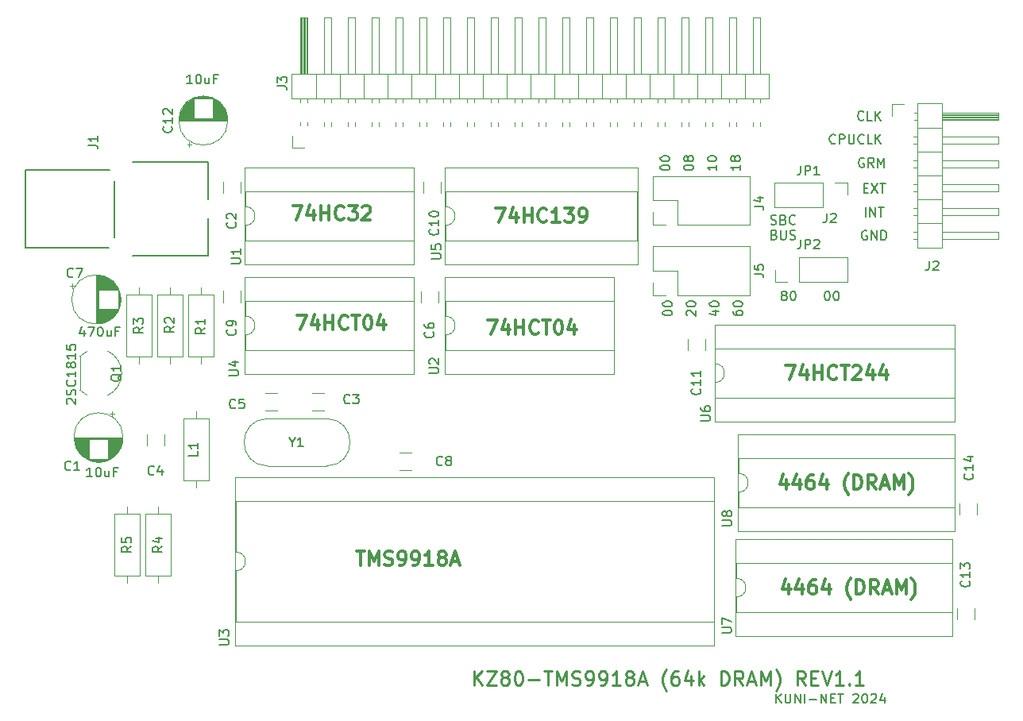
<source format=gto>
G04 #@! TF.GenerationSoftware,KiCad,Pcbnew,7.0.9*
G04 #@! TF.CreationDate,2024-02-12T11:07:46+09:00*
G04 #@! TF.ProjectId,KZ80-TMS9918A,4b5a3830-2d54-44d5-9339-393138412e6b,rev?*
G04 #@! TF.SameCoordinates,PX5f5e100PY7735940*
G04 #@! TF.FileFunction,Legend,Top*
G04 #@! TF.FilePolarity,Positive*
%FSLAX46Y46*%
G04 Gerber Fmt 4.6, Leading zero omitted, Abs format (unit mm)*
G04 Created by KiCad (PCBNEW 7.0.9) date 2024-02-12 11:07:46*
%MOMM*%
%LPD*%
G01*
G04 APERTURE LIST*
%ADD10C,0.300000*%
%ADD11C,0.150000*%
%ADD12C,0.250000*%
%ADD13C,0.120000*%
G04 APERTURE END LIST*
D10*
X46304000Y42731672D02*
X47304000Y42731672D01*
X47304000Y42731672D02*
X46661143Y41231672D01*
X48518286Y42231672D02*
X48518286Y41231672D01*
X48161143Y42803100D02*
X47804000Y41731672D01*
X47804000Y41731672D02*
X48732571Y41731672D01*
X49303999Y41231672D02*
X49303999Y42731672D01*
X49303999Y42017386D02*
X50161142Y42017386D01*
X50161142Y41231672D02*
X50161142Y42731672D01*
X51732571Y41374529D02*
X51661143Y41303100D01*
X51661143Y41303100D02*
X51446857Y41231672D01*
X51446857Y41231672D02*
X51304000Y41231672D01*
X51304000Y41231672D02*
X51089714Y41303100D01*
X51089714Y41303100D02*
X50946857Y41445958D01*
X50946857Y41445958D02*
X50875428Y41588815D01*
X50875428Y41588815D02*
X50804000Y41874529D01*
X50804000Y41874529D02*
X50804000Y42088815D01*
X50804000Y42088815D02*
X50875428Y42374529D01*
X50875428Y42374529D02*
X50946857Y42517386D01*
X50946857Y42517386D02*
X51089714Y42660243D01*
X51089714Y42660243D02*
X51304000Y42731672D01*
X51304000Y42731672D02*
X51446857Y42731672D01*
X51446857Y42731672D02*
X51661143Y42660243D01*
X51661143Y42660243D02*
X51732571Y42588815D01*
X52161143Y42731672D02*
X53018286Y42731672D01*
X52589714Y41231672D02*
X52589714Y42731672D01*
X53804000Y42731672D02*
X53946857Y42731672D01*
X53946857Y42731672D02*
X54089714Y42660243D01*
X54089714Y42660243D02*
X54161143Y42588815D01*
X54161143Y42588815D02*
X54232571Y42445958D01*
X54232571Y42445958D02*
X54304000Y42160243D01*
X54304000Y42160243D02*
X54304000Y41803100D01*
X54304000Y41803100D02*
X54232571Y41517386D01*
X54232571Y41517386D02*
X54161143Y41374529D01*
X54161143Y41374529D02*
X54089714Y41303100D01*
X54089714Y41303100D02*
X53946857Y41231672D01*
X53946857Y41231672D02*
X53804000Y41231672D01*
X53804000Y41231672D02*
X53661143Y41303100D01*
X53661143Y41303100D02*
X53589714Y41374529D01*
X53589714Y41374529D02*
X53518285Y41517386D01*
X53518285Y41517386D02*
X53446857Y41803100D01*
X53446857Y41803100D02*
X53446857Y42160243D01*
X53446857Y42160243D02*
X53518285Y42445958D01*
X53518285Y42445958D02*
X53589714Y42588815D01*
X53589714Y42588815D02*
X53661143Y42660243D01*
X53661143Y42660243D02*
X53804000Y42731672D01*
X55589714Y42231672D02*
X55589714Y41231672D01*
X55232571Y42803100D02*
X54875428Y41731672D01*
X54875428Y41731672D02*
X55803999Y41731672D01*
X25539429Y54923672D02*
X26539429Y54923672D01*
X26539429Y54923672D02*
X25896572Y53423672D01*
X27753715Y54423672D02*
X27753715Y53423672D01*
X27396572Y54995100D02*
X27039429Y53923672D01*
X27039429Y53923672D02*
X27968000Y53923672D01*
X28539428Y53423672D02*
X28539428Y54923672D01*
X28539428Y54209386D02*
X29396571Y54209386D01*
X29396571Y53423672D02*
X29396571Y54923672D01*
X30968000Y53566529D02*
X30896572Y53495100D01*
X30896572Y53495100D02*
X30682286Y53423672D01*
X30682286Y53423672D02*
X30539429Y53423672D01*
X30539429Y53423672D02*
X30325143Y53495100D01*
X30325143Y53495100D02*
X30182286Y53637958D01*
X30182286Y53637958D02*
X30110857Y53780815D01*
X30110857Y53780815D02*
X30039429Y54066529D01*
X30039429Y54066529D02*
X30039429Y54280815D01*
X30039429Y54280815D02*
X30110857Y54566529D01*
X30110857Y54566529D02*
X30182286Y54709386D01*
X30182286Y54709386D02*
X30325143Y54852243D01*
X30325143Y54852243D02*
X30539429Y54923672D01*
X30539429Y54923672D02*
X30682286Y54923672D01*
X30682286Y54923672D02*
X30896572Y54852243D01*
X30896572Y54852243D02*
X30968000Y54780815D01*
X31468000Y54923672D02*
X32396572Y54923672D01*
X32396572Y54923672D02*
X31896572Y54352243D01*
X31896572Y54352243D02*
X32110857Y54352243D01*
X32110857Y54352243D02*
X32253715Y54280815D01*
X32253715Y54280815D02*
X32325143Y54209386D01*
X32325143Y54209386D02*
X32396572Y54066529D01*
X32396572Y54066529D02*
X32396572Y53709386D01*
X32396572Y53709386D02*
X32325143Y53566529D01*
X32325143Y53566529D02*
X32253715Y53495100D01*
X32253715Y53495100D02*
X32110857Y53423672D01*
X32110857Y53423672D02*
X31682286Y53423672D01*
X31682286Y53423672D02*
X31539429Y53495100D01*
X31539429Y53495100D02*
X31468000Y53566529D01*
X32968000Y54780815D02*
X33039428Y54852243D01*
X33039428Y54852243D02*
X33182286Y54923672D01*
X33182286Y54923672D02*
X33539428Y54923672D01*
X33539428Y54923672D02*
X33682286Y54852243D01*
X33682286Y54852243D02*
X33753714Y54780815D01*
X33753714Y54780815D02*
X33825143Y54637958D01*
X33825143Y54637958D02*
X33825143Y54495100D01*
X33825143Y54495100D02*
X33753714Y54280815D01*
X33753714Y54280815D02*
X32896571Y53423672D01*
X32896571Y53423672D02*
X33825143Y53423672D01*
D11*
X86404761Y64140420D02*
X86357142Y64092800D01*
X86357142Y64092800D02*
X86214285Y64045181D01*
X86214285Y64045181D02*
X86119047Y64045181D01*
X86119047Y64045181D02*
X85976190Y64092800D01*
X85976190Y64092800D02*
X85880952Y64188039D01*
X85880952Y64188039D02*
X85833333Y64283277D01*
X85833333Y64283277D02*
X85785714Y64473753D01*
X85785714Y64473753D02*
X85785714Y64616610D01*
X85785714Y64616610D02*
X85833333Y64807086D01*
X85833333Y64807086D02*
X85880952Y64902324D01*
X85880952Y64902324D02*
X85976190Y64997562D01*
X85976190Y64997562D02*
X86119047Y65045181D01*
X86119047Y65045181D02*
X86214285Y65045181D01*
X86214285Y65045181D02*
X86357142Y64997562D01*
X86357142Y64997562D02*
X86404761Y64949943D01*
X87309523Y64045181D02*
X86833333Y64045181D01*
X86833333Y64045181D02*
X86833333Y65045181D01*
X87642857Y64045181D02*
X87642857Y65045181D01*
X88214285Y64045181D02*
X87785714Y64616610D01*
X88214285Y65045181D02*
X87642857Y64473753D01*
X83380952Y61640420D02*
X83333333Y61592800D01*
X83333333Y61592800D02*
X83190476Y61545181D01*
X83190476Y61545181D02*
X83095238Y61545181D01*
X83095238Y61545181D02*
X82952381Y61592800D01*
X82952381Y61592800D02*
X82857143Y61688039D01*
X82857143Y61688039D02*
X82809524Y61783277D01*
X82809524Y61783277D02*
X82761905Y61973753D01*
X82761905Y61973753D02*
X82761905Y62116610D01*
X82761905Y62116610D02*
X82809524Y62307086D01*
X82809524Y62307086D02*
X82857143Y62402324D01*
X82857143Y62402324D02*
X82952381Y62497562D01*
X82952381Y62497562D02*
X83095238Y62545181D01*
X83095238Y62545181D02*
X83190476Y62545181D01*
X83190476Y62545181D02*
X83333333Y62497562D01*
X83333333Y62497562D02*
X83380952Y62449943D01*
X83809524Y61545181D02*
X83809524Y62545181D01*
X83809524Y62545181D02*
X84190476Y62545181D01*
X84190476Y62545181D02*
X84285714Y62497562D01*
X84285714Y62497562D02*
X84333333Y62449943D01*
X84333333Y62449943D02*
X84380952Y62354705D01*
X84380952Y62354705D02*
X84380952Y62211848D01*
X84380952Y62211848D02*
X84333333Y62116610D01*
X84333333Y62116610D02*
X84285714Y62068991D01*
X84285714Y62068991D02*
X84190476Y62021372D01*
X84190476Y62021372D02*
X83809524Y62021372D01*
X84809524Y62545181D02*
X84809524Y61735658D01*
X84809524Y61735658D02*
X84857143Y61640420D01*
X84857143Y61640420D02*
X84904762Y61592800D01*
X84904762Y61592800D02*
X85000000Y61545181D01*
X85000000Y61545181D02*
X85190476Y61545181D01*
X85190476Y61545181D02*
X85285714Y61592800D01*
X85285714Y61592800D02*
X85333333Y61640420D01*
X85333333Y61640420D02*
X85380952Y61735658D01*
X85380952Y61735658D02*
X85380952Y62545181D01*
X86428571Y61640420D02*
X86380952Y61592800D01*
X86380952Y61592800D02*
X86238095Y61545181D01*
X86238095Y61545181D02*
X86142857Y61545181D01*
X86142857Y61545181D02*
X86000000Y61592800D01*
X86000000Y61592800D02*
X85904762Y61688039D01*
X85904762Y61688039D02*
X85857143Y61783277D01*
X85857143Y61783277D02*
X85809524Y61973753D01*
X85809524Y61973753D02*
X85809524Y62116610D01*
X85809524Y62116610D02*
X85857143Y62307086D01*
X85857143Y62307086D02*
X85904762Y62402324D01*
X85904762Y62402324D02*
X86000000Y62497562D01*
X86000000Y62497562D02*
X86142857Y62545181D01*
X86142857Y62545181D02*
X86238095Y62545181D01*
X86238095Y62545181D02*
X86380952Y62497562D01*
X86380952Y62497562D02*
X86428571Y62449943D01*
X87333333Y61545181D02*
X86857143Y61545181D01*
X86857143Y61545181D02*
X86857143Y62545181D01*
X87666667Y61545181D02*
X87666667Y62545181D01*
X88238095Y61545181D02*
X87809524Y62116610D01*
X88238095Y62545181D02*
X87666667Y61973753D01*
D12*
X44885716Y3819072D02*
X44885716Y5319072D01*
X45742859Y3819072D02*
X45100002Y4676215D01*
X45742859Y5319072D02*
X44885716Y4461929D01*
X46242859Y5319072D02*
X47242859Y5319072D01*
X47242859Y5319072D02*
X46242859Y3819072D01*
X46242859Y3819072D02*
X47242859Y3819072D01*
X48028573Y4676215D02*
X47885716Y4747643D01*
X47885716Y4747643D02*
X47814287Y4819072D01*
X47814287Y4819072D02*
X47742859Y4961929D01*
X47742859Y4961929D02*
X47742859Y5033358D01*
X47742859Y5033358D02*
X47814287Y5176215D01*
X47814287Y5176215D02*
X47885716Y5247643D01*
X47885716Y5247643D02*
X48028573Y5319072D01*
X48028573Y5319072D02*
X48314287Y5319072D01*
X48314287Y5319072D02*
X48457145Y5247643D01*
X48457145Y5247643D02*
X48528573Y5176215D01*
X48528573Y5176215D02*
X48600002Y5033358D01*
X48600002Y5033358D02*
X48600002Y4961929D01*
X48600002Y4961929D02*
X48528573Y4819072D01*
X48528573Y4819072D02*
X48457145Y4747643D01*
X48457145Y4747643D02*
X48314287Y4676215D01*
X48314287Y4676215D02*
X48028573Y4676215D01*
X48028573Y4676215D02*
X47885716Y4604786D01*
X47885716Y4604786D02*
X47814287Y4533358D01*
X47814287Y4533358D02*
X47742859Y4390500D01*
X47742859Y4390500D02*
X47742859Y4104786D01*
X47742859Y4104786D02*
X47814287Y3961929D01*
X47814287Y3961929D02*
X47885716Y3890500D01*
X47885716Y3890500D02*
X48028573Y3819072D01*
X48028573Y3819072D02*
X48314287Y3819072D01*
X48314287Y3819072D02*
X48457145Y3890500D01*
X48457145Y3890500D02*
X48528573Y3961929D01*
X48528573Y3961929D02*
X48600002Y4104786D01*
X48600002Y4104786D02*
X48600002Y4390500D01*
X48600002Y4390500D02*
X48528573Y4533358D01*
X48528573Y4533358D02*
X48457145Y4604786D01*
X48457145Y4604786D02*
X48314287Y4676215D01*
X49528573Y5319072D02*
X49671430Y5319072D01*
X49671430Y5319072D02*
X49814287Y5247643D01*
X49814287Y5247643D02*
X49885716Y5176215D01*
X49885716Y5176215D02*
X49957144Y5033358D01*
X49957144Y5033358D02*
X50028573Y4747643D01*
X50028573Y4747643D02*
X50028573Y4390500D01*
X50028573Y4390500D02*
X49957144Y4104786D01*
X49957144Y4104786D02*
X49885716Y3961929D01*
X49885716Y3961929D02*
X49814287Y3890500D01*
X49814287Y3890500D02*
X49671430Y3819072D01*
X49671430Y3819072D02*
X49528573Y3819072D01*
X49528573Y3819072D02*
X49385716Y3890500D01*
X49385716Y3890500D02*
X49314287Y3961929D01*
X49314287Y3961929D02*
X49242858Y4104786D01*
X49242858Y4104786D02*
X49171430Y4390500D01*
X49171430Y4390500D02*
X49171430Y4747643D01*
X49171430Y4747643D02*
X49242858Y5033358D01*
X49242858Y5033358D02*
X49314287Y5176215D01*
X49314287Y5176215D02*
X49385716Y5247643D01*
X49385716Y5247643D02*
X49528573Y5319072D01*
X50671429Y4390500D02*
X51814287Y4390500D01*
X52314287Y5319072D02*
X53171430Y5319072D01*
X52742858Y3819072D02*
X52742858Y5319072D01*
X53671429Y3819072D02*
X53671429Y5319072D01*
X53671429Y5319072D02*
X54171429Y4247643D01*
X54171429Y4247643D02*
X54671429Y5319072D01*
X54671429Y5319072D02*
X54671429Y3819072D01*
X55314287Y3890500D02*
X55528573Y3819072D01*
X55528573Y3819072D02*
X55885715Y3819072D01*
X55885715Y3819072D02*
X56028573Y3890500D01*
X56028573Y3890500D02*
X56100001Y3961929D01*
X56100001Y3961929D02*
X56171430Y4104786D01*
X56171430Y4104786D02*
X56171430Y4247643D01*
X56171430Y4247643D02*
X56100001Y4390500D01*
X56100001Y4390500D02*
X56028573Y4461929D01*
X56028573Y4461929D02*
X55885715Y4533358D01*
X55885715Y4533358D02*
X55600001Y4604786D01*
X55600001Y4604786D02*
X55457144Y4676215D01*
X55457144Y4676215D02*
X55385715Y4747643D01*
X55385715Y4747643D02*
X55314287Y4890500D01*
X55314287Y4890500D02*
X55314287Y5033358D01*
X55314287Y5033358D02*
X55385715Y5176215D01*
X55385715Y5176215D02*
X55457144Y5247643D01*
X55457144Y5247643D02*
X55600001Y5319072D01*
X55600001Y5319072D02*
X55957144Y5319072D01*
X55957144Y5319072D02*
X56171430Y5247643D01*
X56885715Y3819072D02*
X57171429Y3819072D01*
X57171429Y3819072D02*
X57314286Y3890500D01*
X57314286Y3890500D02*
X57385715Y3961929D01*
X57385715Y3961929D02*
X57528572Y4176215D01*
X57528572Y4176215D02*
X57600001Y4461929D01*
X57600001Y4461929D02*
X57600001Y5033358D01*
X57600001Y5033358D02*
X57528572Y5176215D01*
X57528572Y5176215D02*
X57457144Y5247643D01*
X57457144Y5247643D02*
X57314286Y5319072D01*
X57314286Y5319072D02*
X57028572Y5319072D01*
X57028572Y5319072D02*
X56885715Y5247643D01*
X56885715Y5247643D02*
X56814286Y5176215D01*
X56814286Y5176215D02*
X56742858Y5033358D01*
X56742858Y5033358D02*
X56742858Y4676215D01*
X56742858Y4676215D02*
X56814286Y4533358D01*
X56814286Y4533358D02*
X56885715Y4461929D01*
X56885715Y4461929D02*
X57028572Y4390500D01*
X57028572Y4390500D02*
X57314286Y4390500D01*
X57314286Y4390500D02*
X57457144Y4461929D01*
X57457144Y4461929D02*
X57528572Y4533358D01*
X57528572Y4533358D02*
X57600001Y4676215D01*
X58314286Y3819072D02*
X58600000Y3819072D01*
X58600000Y3819072D02*
X58742857Y3890500D01*
X58742857Y3890500D02*
X58814286Y3961929D01*
X58814286Y3961929D02*
X58957143Y4176215D01*
X58957143Y4176215D02*
X59028572Y4461929D01*
X59028572Y4461929D02*
X59028572Y5033358D01*
X59028572Y5033358D02*
X58957143Y5176215D01*
X58957143Y5176215D02*
X58885715Y5247643D01*
X58885715Y5247643D02*
X58742857Y5319072D01*
X58742857Y5319072D02*
X58457143Y5319072D01*
X58457143Y5319072D02*
X58314286Y5247643D01*
X58314286Y5247643D02*
X58242857Y5176215D01*
X58242857Y5176215D02*
X58171429Y5033358D01*
X58171429Y5033358D02*
X58171429Y4676215D01*
X58171429Y4676215D02*
X58242857Y4533358D01*
X58242857Y4533358D02*
X58314286Y4461929D01*
X58314286Y4461929D02*
X58457143Y4390500D01*
X58457143Y4390500D02*
X58742857Y4390500D01*
X58742857Y4390500D02*
X58885715Y4461929D01*
X58885715Y4461929D02*
X58957143Y4533358D01*
X58957143Y4533358D02*
X59028572Y4676215D01*
X60457143Y3819072D02*
X59600000Y3819072D01*
X60028571Y3819072D02*
X60028571Y5319072D01*
X60028571Y5319072D02*
X59885714Y5104786D01*
X59885714Y5104786D02*
X59742857Y4961929D01*
X59742857Y4961929D02*
X59600000Y4890500D01*
X61314285Y4676215D02*
X61171428Y4747643D01*
X61171428Y4747643D02*
X61099999Y4819072D01*
X61099999Y4819072D02*
X61028571Y4961929D01*
X61028571Y4961929D02*
X61028571Y5033358D01*
X61028571Y5033358D02*
X61099999Y5176215D01*
X61099999Y5176215D02*
X61171428Y5247643D01*
X61171428Y5247643D02*
X61314285Y5319072D01*
X61314285Y5319072D02*
X61599999Y5319072D01*
X61599999Y5319072D02*
X61742857Y5247643D01*
X61742857Y5247643D02*
X61814285Y5176215D01*
X61814285Y5176215D02*
X61885714Y5033358D01*
X61885714Y5033358D02*
X61885714Y4961929D01*
X61885714Y4961929D02*
X61814285Y4819072D01*
X61814285Y4819072D02*
X61742857Y4747643D01*
X61742857Y4747643D02*
X61599999Y4676215D01*
X61599999Y4676215D02*
X61314285Y4676215D01*
X61314285Y4676215D02*
X61171428Y4604786D01*
X61171428Y4604786D02*
X61099999Y4533358D01*
X61099999Y4533358D02*
X61028571Y4390500D01*
X61028571Y4390500D02*
X61028571Y4104786D01*
X61028571Y4104786D02*
X61099999Y3961929D01*
X61099999Y3961929D02*
X61171428Y3890500D01*
X61171428Y3890500D02*
X61314285Y3819072D01*
X61314285Y3819072D02*
X61599999Y3819072D01*
X61599999Y3819072D02*
X61742857Y3890500D01*
X61742857Y3890500D02*
X61814285Y3961929D01*
X61814285Y3961929D02*
X61885714Y4104786D01*
X61885714Y4104786D02*
X61885714Y4390500D01*
X61885714Y4390500D02*
X61814285Y4533358D01*
X61814285Y4533358D02*
X61742857Y4604786D01*
X61742857Y4604786D02*
X61599999Y4676215D01*
X62457142Y4247643D02*
X63171428Y4247643D01*
X62314285Y3819072D02*
X62814285Y5319072D01*
X62814285Y5319072D02*
X63314285Y3819072D01*
X65385713Y3247643D02*
X65314284Y3319072D01*
X65314284Y3319072D02*
X65171427Y3533358D01*
X65171427Y3533358D02*
X65099999Y3676215D01*
X65099999Y3676215D02*
X65028570Y3890500D01*
X65028570Y3890500D02*
X64957141Y4247643D01*
X64957141Y4247643D02*
X64957141Y4533358D01*
X64957141Y4533358D02*
X65028570Y4890500D01*
X65028570Y4890500D02*
X65099999Y5104786D01*
X65099999Y5104786D02*
X65171427Y5247643D01*
X65171427Y5247643D02*
X65314284Y5461929D01*
X65314284Y5461929D02*
X65385713Y5533358D01*
X66599999Y5319072D02*
X66314284Y5319072D01*
X66314284Y5319072D02*
X66171427Y5247643D01*
X66171427Y5247643D02*
X66099999Y5176215D01*
X66099999Y5176215D02*
X65957141Y4961929D01*
X65957141Y4961929D02*
X65885713Y4676215D01*
X65885713Y4676215D02*
X65885713Y4104786D01*
X65885713Y4104786D02*
X65957141Y3961929D01*
X65957141Y3961929D02*
X66028570Y3890500D01*
X66028570Y3890500D02*
X66171427Y3819072D01*
X66171427Y3819072D02*
X66457141Y3819072D01*
X66457141Y3819072D02*
X66599999Y3890500D01*
X66599999Y3890500D02*
X66671427Y3961929D01*
X66671427Y3961929D02*
X66742856Y4104786D01*
X66742856Y4104786D02*
X66742856Y4461929D01*
X66742856Y4461929D02*
X66671427Y4604786D01*
X66671427Y4604786D02*
X66599999Y4676215D01*
X66599999Y4676215D02*
X66457141Y4747643D01*
X66457141Y4747643D02*
X66171427Y4747643D01*
X66171427Y4747643D02*
X66028570Y4676215D01*
X66028570Y4676215D02*
X65957141Y4604786D01*
X65957141Y4604786D02*
X65885713Y4461929D01*
X68028570Y4819072D02*
X68028570Y3819072D01*
X67671427Y5390500D02*
X67314284Y4319072D01*
X67314284Y4319072D02*
X68242855Y4319072D01*
X68814283Y3819072D02*
X68814283Y5319072D01*
X68957141Y4390500D02*
X69385712Y3819072D01*
X69385712Y4819072D02*
X68814283Y4247643D01*
X71171426Y3819072D02*
X71171426Y5319072D01*
X71171426Y5319072D02*
X71528569Y5319072D01*
X71528569Y5319072D02*
X71742855Y5247643D01*
X71742855Y5247643D02*
X71885712Y5104786D01*
X71885712Y5104786D02*
X71957141Y4961929D01*
X71957141Y4961929D02*
X72028569Y4676215D01*
X72028569Y4676215D02*
X72028569Y4461929D01*
X72028569Y4461929D02*
X71957141Y4176215D01*
X71957141Y4176215D02*
X71885712Y4033358D01*
X71885712Y4033358D02*
X71742855Y3890500D01*
X71742855Y3890500D02*
X71528569Y3819072D01*
X71528569Y3819072D02*
X71171426Y3819072D01*
X73528569Y3819072D02*
X73028569Y4533358D01*
X72671426Y3819072D02*
X72671426Y5319072D01*
X72671426Y5319072D02*
X73242855Y5319072D01*
X73242855Y5319072D02*
X73385712Y5247643D01*
X73385712Y5247643D02*
X73457141Y5176215D01*
X73457141Y5176215D02*
X73528569Y5033358D01*
X73528569Y5033358D02*
X73528569Y4819072D01*
X73528569Y4819072D02*
X73457141Y4676215D01*
X73457141Y4676215D02*
X73385712Y4604786D01*
X73385712Y4604786D02*
X73242855Y4533358D01*
X73242855Y4533358D02*
X72671426Y4533358D01*
X74099998Y4247643D02*
X74814284Y4247643D01*
X73957141Y3819072D02*
X74457141Y5319072D01*
X74457141Y5319072D02*
X74957141Y3819072D01*
X75457140Y3819072D02*
X75457140Y5319072D01*
X75457140Y5319072D02*
X75957140Y4247643D01*
X75957140Y4247643D02*
X76457140Y5319072D01*
X76457140Y5319072D02*
X76457140Y3819072D01*
X77028569Y3247643D02*
X77099998Y3319072D01*
X77099998Y3319072D02*
X77242855Y3533358D01*
X77242855Y3533358D02*
X77314284Y3676215D01*
X77314284Y3676215D02*
X77385712Y3890500D01*
X77385712Y3890500D02*
X77457141Y4247643D01*
X77457141Y4247643D02*
X77457141Y4533358D01*
X77457141Y4533358D02*
X77385712Y4890500D01*
X77385712Y4890500D02*
X77314284Y5104786D01*
X77314284Y5104786D02*
X77242855Y5247643D01*
X77242855Y5247643D02*
X77099998Y5461929D01*
X77099998Y5461929D02*
X77028569Y5533358D01*
X80171426Y3819072D02*
X79671426Y4533358D01*
X79314283Y3819072D02*
X79314283Y5319072D01*
X79314283Y5319072D02*
X79885712Y5319072D01*
X79885712Y5319072D02*
X80028569Y5247643D01*
X80028569Y5247643D02*
X80099998Y5176215D01*
X80099998Y5176215D02*
X80171426Y5033358D01*
X80171426Y5033358D02*
X80171426Y4819072D01*
X80171426Y4819072D02*
X80099998Y4676215D01*
X80099998Y4676215D02*
X80028569Y4604786D01*
X80028569Y4604786D02*
X79885712Y4533358D01*
X79885712Y4533358D02*
X79314283Y4533358D01*
X80814283Y4604786D02*
X81314283Y4604786D01*
X81528569Y3819072D02*
X80814283Y3819072D01*
X80814283Y3819072D02*
X80814283Y5319072D01*
X80814283Y5319072D02*
X81528569Y5319072D01*
X81957141Y5319072D02*
X82457141Y3819072D01*
X82457141Y3819072D02*
X82957141Y5319072D01*
X84242855Y3819072D02*
X83385712Y3819072D01*
X83814283Y3819072D02*
X83814283Y5319072D01*
X83814283Y5319072D02*
X83671426Y5104786D01*
X83671426Y5104786D02*
X83528569Y4961929D01*
X83528569Y4961929D02*
X83385712Y4890500D01*
X84885711Y3961929D02*
X84957140Y3890500D01*
X84957140Y3890500D02*
X84885711Y3819072D01*
X84885711Y3819072D02*
X84814283Y3890500D01*
X84814283Y3890500D02*
X84885711Y3961929D01*
X84885711Y3961929D02*
X84885711Y3819072D01*
X86385712Y3819072D02*
X85528569Y3819072D01*
X85957140Y3819072D02*
X85957140Y5319072D01*
X85957140Y5319072D02*
X85814283Y5104786D01*
X85814283Y5104786D02*
X85671426Y4961929D01*
X85671426Y4961929D02*
X85528569Y4890500D01*
D10*
X47177143Y54669672D02*
X48177143Y54669672D01*
X48177143Y54669672D02*
X47534286Y53169672D01*
X49391429Y54169672D02*
X49391429Y53169672D01*
X49034286Y54741100D02*
X48677143Y53669672D01*
X48677143Y53669672D02*
X49605714Y53669672D01*
X50177142Y53169672D02*
X50177142Y54669672D01*
X50177142Y53955386D02*
X51034285Y53955386D01*
X51034285Y53169672D02*
X51034285Y54669672D01*
X52605714Y53312529D02*
X52534286Y53241100D01*
X52534286Y53241100D02*
X52320000Y53169672D01*
X52320000Y53169672D02*
X52177143Y53169672D01*
X52177143Y53169672D02*
X51962857Y53241100D01*
X51962857Y53241100D02*
X51820000Y53383958D01*
X51820000Y53383958D02*
X51748571Y53526815D01*
X51748571Y53526815D02*
X51677143Y53812529D01*
X51677143Y53812529D02*
X51677143Y54026815D01*
X51677143Y54026815D02*
X51748571Y54312529D01*
X51748571Y54312529D02*
X51820000Y54455386D01*
X51820000Y54455386D02*
X51962857Y54598243D01*
X51962857Y54598243D02*
X52177143Y54669672D01*
X52177143Y54669672D02*
X52320000Y54669672D01*
X52320000Y54669672D02*
X52534286Y54598243D01*
X52534286Y54598243D02*
X52605714Y54526815D01*
X54034286Y53169672D02*
X53177143Y53169672D01*
X53605714Y53169672D02*
X53605714Y54669672D01*
X53605714Y54669672D02*
X53462857Y54455386D01*
X53462857Y54455386D02*
X53320000Y54312529D01*
X53320000Y54312529D02*
X53177143Y54241100D01*
X54534285Y54669672D02*
X55462857Y54669672D01*
X55462857Y54669672D02*
X54962857Y54098243D01*
X54962857Y54098243D02*
X55177142Y54098243D01*
X55177142Y54098243D02*
X55320000Y54026815D01*
X55320000Y54026815D02*
X55391428Y53955386D01*
X55391428Y53955386D02*
X55462857Y53812529D01*
X55462857Y53812529D02*
X55462857Y53455386D01*
X55462857Y53455386D02*
X55391428Y53312529D01*
X55391428Y53312529D02*
X55320000Y53241100D01*
X55320000Y53241100D02*
X55177142Y53169672D01*
X55177142Y53169672D02*
X54748571Y53169672D01*
X54748571Y53169672D02*
X54605714Y53241100D01*
X54605714Y53241100D02*
X54534285Y53312529D01*
X56177142Y53169672D02*
X56462856Y53169672D01*
X56462856Y53169672D02*
X56605713Y53241100D01*
X56605713Y53241100D02*
X56677142Y53312529D01*
X56677142Y53312529D02*
X56819999Y53526815D01*
X56819999Y53526815D02*
X56891428Y53812529D01*
X56891428Y53812529D02*
X56891428Y54383958D01*
X56891428Y54383958D02*
X56819999Y54526815D01*
X56819999Y54526815D02*
X56748571Y54598243D01*
X56748571Y54598243D02*
X56605713Y54669672D01*
X56605713Y54669672D02*
X56319999Y54669672D01*
X56319999Y54669672D02*
X56177142Y54598243D01*
X56177142Y54598243D02*
X56105713Y54526815D01*
X56105713Y54526815D02*
X56034285Y54383958D01*
X56034285Y54383958D02*
X56034285Y54026815D01*
X56034285Y54026815D02*
X56105713Y53883958D01*
X56105713Y53883958D02*
X56177142Y53812529D01*
X56177142Y53812529D02*
X56319999Y53741100D01*
X56319999Y53741100D02*
X56605713Y53741100D01*
X56605713Y53741100D02*
X56748571Y53812529D01*
X56748571Y53812529D02*
X56819999Y53883958D01*
X56819999Y53883958D02*
X56891428Y54026815D01*
D11*
X67578057Y43224096D02*
X67530438Y43271715D01*
X67530438Y43271715D02*
X67482819Y43366953D01*
X67482819Y43366953D02*
X67482819Y43605048D01*
X67482819Y43605048D02*
X67530438Y43700286D01*
X67530438Y43700286D02*
X67578057Y43747905D01*
X67578057Y43747905D02*
X67673295Y43795524D01*
X67673295Y43795524D02*
X67768533Y43795524D01*
X67768533Y43795524D02*
X67911390Y43747905D01*
X67911390Y43747905D02*
X68482819Y43176477D01*
X68482819Y43176477D02*
X68482819Y43795524D01*
X67482819Y44414572D02*
X67482819Y44509810D01*
X67482819Y44509810D02*
X67530438Y44605048D01*
X67530438Y44605048D02*
X67578057Y44652667D01*
X67578057Y44652667D02*
X67673295Y44700286D01*
X67673295Y44700286D02*
X67863771Y44747905D01*
X67863771Y44747905D02*
X68101866Y44747905D01*
X68101866Y44747905D02*
X68292342Y44700286D01*
X68292342Y44700286D02*
X68387580Y44652667D01*
X68387580Y44652667D02*
X68435200Y44605048D01*
X68435200Y44605048D02*
X68482819Y44509810D01*
X68482819Y44509810D02*
X68482819Y44414572D01*
X68482819Y44414572D02*
X68435200Y44319334D01*
X68435200Y44319334D02*
X68387580Y44271715D01*
X68387580Y44271715D02*
X68292342Y44224096D01*
X68292342Y44224096D02*
X68101866Y44176477D01*
X68101866Y44176477D02*
X67863771Y44176477D01*
X67863771Y44176477D02*
X67673295Y44224096D01*
X67673295Y44224096D02*
X67578057Y44271715D01*
X67578057Y44271715D02*
X67530438Y44319334D01*
X67530438Y44319334D02*
X67482819Y44414572D01*
X14830588Y67948181D02*
X14259160Y67948181D01*
X14544874Y67948181D02*
X14544874Y68948181D01*
X14544874Y68948181D02*
X14449636Y68805324D01*
X14449636Y68805324D02*
X14354398Y68710086D01*
X14354398Y68710086D02*
X14259160Y68662467D01*
X15449636Y68948181D02*
X15544874Y68948181D01*
X15544874Y68948181D02*
X15640112Y68900562D01*
X15640112Y68900562D02*
X15687731Y68852943D01*
X15687731Y68852943D02*
X15735350Y68757705D01*
X15735350Y68757705D02*
X15782969Y68567229D01*
X15782969Y68567229D02*
X15782969Y68329134D01*
X15782969Y68329134D02*
X15735350Y68138658D01*
X15735350Y68138658D02*
X15687731Y68043420D01*
X15687731Y68043420D02*
X15640112Y67995800D01*
X15640112Y67995800D02*
X15544874Y67948181D01*
X15544874Y67948181D02*
X15449636Y67948181D01*
X15449636Y67948181D02*
X15354398Y67995800D01*
X15354398Y67995800D02*
X15306779Y68043420D01*
X15306779Y68043420D02*
X15259160Y68138658D01*
X15259160Y68138658D02*
X15211541Y68329134D01*
X15211541Y68329134D02*
X15211541Y68567229D01*
X15211541Y68567229D02*
X15259160Y68757705D01*
X15259160Y68757705D02*
X15306779Y68852943D01*
X15306779Y68852943D02*
X15354398Y68900562D01*
X15354398Y68900562D02*
X15449636Y68948181D01*
X16640112Y68614848D02*
X16640112Y67948181D01*
X16211541Y68614848D02*
X16211541Y68091039D01*
X16211541Y68091039D02*
X16259160Y67995800D01*
X16259160Y67995800D02*
X16354398Y67948181D01*
X16354398Y67948181D02*
X16497255Y67948181D01*
X16497255Y67948181D02*
X16592493Y67995800D01*
X16592493Y67995800D02*
X16640112Y68043420D01*
X17449636Y68471991D02*
X17116303Y68471991D01*
X17116303Y67948181D02*
X17116303Y68948181D01*
X17116303Y68948181D02*
X17592493Y68948181D01*
X86428571Y56818991D02*
X86761904Y56818991D01*
X86904761Y56295181D02*
X86428571Y56295181D01*
X86428571Y56295181D02*
X86428571Y57295181D01*
X86428571Y57295181D02*
X86904761Y57295181D01*
X87238095Y57295181D02*
X87904761Y56295181D01*
X87904761Y57295181D02*
X87238095Y56295181D01*
X88142857Y57295181D02*
X88714285Y57295181D01*
X88428571Y56295181D02*
X88428571Y57295181D01*
X64982819Y43462191D02*
X64982819Y43557429D01*
X64982819Y43557429D02*
X65030438Y43652667D01*
X65030438Y43652667D02*
X65078057Y43700286D01*
X65078057Y43700286D02*
X65173295Y43747905D01*
X65173295Y43747905D02*
X65363771Y43795524D01*
X65363771Y43795524D02*
X65601866Y43795524D01*
X65601866Y43795524D02*
X65792342Y43747905D01*
X65792342Y43747905D02*
X65887580Y43700286D01*
X65887580Y43700286D02*
X65935200Y43652667D01*
X65935200Y43652667D02*
X65982819Y43557429D01*
X65982819Y43557429D02*
X65982819Y43462191D01*
X65982819Y43462191D02*
X65935200Y43366953D01*
X65935200Y43366953D02*
X65887580Y43319334D01*
X65887580Y43319334D02*
X65792342Y43271715D01*
X65792342Y43271715D02*
X65601866Y43224096D01*
X65601866Y43224096D02*
X65363771Y43224096D01*
X65363771Y43224096D02*
X65173295Y43271715D01*
X65173295Y43271715D02*
X65078057Y43319334D01*
X65078057Y43319334D02*
X65030438Y43366953D01*
X65030438Y43366953D02*
X64982819Y43462191D01*
X64982819Y44414572D02*
X64982819Y44509810D01*
X64982819Y44509810D02*
X65030438Y44605048D01*
X65030438Y44605048D02*
X65078057Y44652667D01*
X65078057Y44652667D02*
X65173295Y44700286D01*
X65173295Y44700286D02*
X65363771Y44747905D01*
X65363771Y44747905D02*
X65601866Y44747905D01*
X65601866Y44747905D02*
X65792342Y44700286D01*
X65792342Y44700286D02*
X65887580Y44652667D01*
X65887580Y44652667D02*
X65935200Y44605048D01*
X65935200Y44605048D02*
X65982819Y44509810D01*
X65982819Y44509810D02*
X65982819Y44414572D01*
X65982819Y44414572D02*
X65935200Y44319334D01*
X65935200Y44319334D02*
X65887580Y44271715D01*
X65887580Y44271715D02*
X65792342Y44224096D01*
X65792342Y44224096D02*
X65601866Y44176477D01*
X65601866Y44176477D02*
X65363771Y44176477D01*
X65363771Y44176477D02*
X65173295Y44224096D01*
X65173295Y44224096D02*
X65078057Y44271715D01*
X65078057Y44271715D02*
X65030438Y44319334D01*
X65030438Y44319334D02*
X64982819Y44414572D01*
X86595238Y53795181D02*
X86595238Y54795181D01*
X87071428Y53795181D02*
X87071428Y54795181D01*
X87071428Y54795181D02*
X87642856Y53795181D01*
X87642856Y53795181D02*
X87642856Y54795181D01*
X87976190Y54795181D02*
X88547618Y54795181D01*
X88261904Y53795181D02*
X88261904Y54795181D01*
D10*
X32341001Y18093672D02*
X33198144Y18093672D01*
X32769572Y16593672D02*
X32769572Y18093672D01*
X33698143Y16593672D02*
X33698143Y18093672D01*
X33698143Y18093672D02*
X34198143Y17022243D01*
X34198143Y17022243D02*
X34698143Y18093672D01*
X34698143Y18093672D02*
X34698143Y16593672D01*
X35341001Y16665100D02*
X35555287Y16593672D01*
X35555287Y16593672D02*
X35912429Y16593672D01*
X35912429Y16593672D02*
X36055287Y16665100D01*
X36055287Y16665100D02*
X36126715Y16736529D01*
X36126715Y16736529D02*
X36198144Y16879386D01*
X36198144Y16879386D02*
X36198144Y17022243D01*
X36198144Y17022243D02*
X36126715Y17165100D01*
X36126715Y17165100D02*
X36055287Y17236529D01*
X36055287Y17236529D02*
X35912429Y17307958D01*
X35912429Y17307958D02*
X35626715Y17379386D01*
X35626715Y17379386D02*
X35483858Y17450815D01*
X35483858Y17450815D02*
X35412429Y17522243D01*
X35412429Y17522243D02*
X35341001Y17665100D01*
X35341001Y17665100D02*
X35341001Y17807958D01*
X35341001Y17807958D02*
X35412429Y17950815D01*
X35412429Y17950815D02*
X35483858Y18022243D01*
X35483858Y18022243D02*
X35626715Y18093672D01*
X35626715Y18093672D02*
X35983858Y18093672D01*
X35983858Y18093672D02*
X36198144Y18022243D01*
X36912429Y16593672D02*
X37198143Y16593672D01*
X37198143Y16593672D02*
X37341000Y16665100D01*
X37341000Y16665100D02*
X37412429Y16736529D01*
X37412429Y16736529D02*
X37555286Y16950815D01*
X37555286Y16950815D02*
X37626715Y17236529D01*
X37626715Y17236529D02*
X37626715Y17807958D01*
X37626715Y17807958D02*
X37555286Y17950815D01*
X37555286Y17950815D02*
X37483858Y18022243D01*
X37483858Y18022243D02*
X37341000Y18093672D01*
X37341000Y18093672D02*
X37055286Y18093672D01*
X37055286Y18093672D02*
X36912429Y18022243D01*
X36912429Y18022243D02*
X36841000Y17950815D01*
X36841000Y17950815D02*
X36769572Y17807958D01*
X36769572Y17807958D02*
X36769572Y17450815D01*
X36769572Y17450815D02*
X36841000Y17307958D01*
X36841000Y17307958D02*
X36912429Y17236529D01*
X36912429Y17236529D02*
X37055286Y17165100D01*
X37055286Y17165100D02*
X37341000Y17165100D01*
X37341000Y17165100D02*
X37483858Y17236529D01*
X37483858Y17236529D02*
X37555286Y17307958D01*
X37555286Y17307958D02*
X37626715Y17450815D01*
X38341000Y16593672D02*
X38626714Y16593672D01*
X38626714Y16593672D02*
X38769571Y16665100D01*
X38769571Y16665100D02*
X38841000Y16736529D01*
X38841000Y16736529D02*
X38983857Y16950815D01*
X38983857Y16950815D02*
X39055286Y17236529D01*
X39055286Y17236529D02*
X39055286Y17807958D01*
X39055286Y17807958D02*
X38983857Y17950815D01*
X38983857Y17950815D02*
X38912429Y18022243D01*
X38912429Y18022243D02*
X38769571Y18093672D01*
X38769571Y18093672D02*
X38483857Y18093672D01*
X38483857Y18093672D02*
X38341000Y18022243D01*
X38341000Y18022243D02*
X38269571Y17950815D01*
X38269571Y17950815D02*
X38198143Y17807958D01*
X38198143Y17807958D02*
X38198143Y17450815D01*
X38198143Y17450815D02*
X38269571Y17307958D01*
X38269571Y17307958D02*
X38341000Y17236529D01*
X38341000Y17236529D02*
X38483857Y17165100D01*
X38483857Y17165100D02*
X38769571Y17165100D01*
X38769571Y17165100D02*
X38912429Y17236529D01*
X38912429Y17236529D02*
X38983857Y17307958D01*
X38983857Y17307958D02*
X39055286Y17450815D01*
X40483857Y16593672D02*
X39626714Y16593672D01*
X40055285Y16593672D02*
X40055285Y18093672D01*
X40055285Y18093672D02*
X39912428Y17879386D01*
X39912428Y17879386D02*
X39769571Y17736529D01*
X39769571Y17736529D02*
X39626714Y17665100D01*
X41340999Y17450815D02*
X41198142Y17522243D01*
X41198142Y17522243D02*
X41126713Y17593672D01*
X41126713Y17593672D02*
X41055285Y17736529D01*
X41055285Y17736529D02*
X41055285Y17807958D01*
X41055285Y17807958D02*
X41126713Y17950815D01*
X41126713Y17950815D02*
X41198142Y18022243D01*
X41198142Y18022243D02*
X41340999Y18093672D01*
X41340999Y18093672D02*
X41626713Y18093672D01*
X41626713Y18093672D02*
X41769571Y18022243D01*
X41769571Y18022243D02*
X41840999Y17950815D01*
X41840999Y17950815D02*
X41912428Y17807958D01*
X41912428Y17807958D02*
X41912428Y17736529D01*
X41912428Y17736529D02*
X41840999Y17593672D01*
X41840999Y17593672D02*
X41769571Y17522243D01*
X41769571Y17522243D02*
X41626713Y17450815D01*
X41626713Y17450815D02*
X41340999Y17450815D01*
X41340999Y17450815D02*
X41198142Y17379386D01*
X41198142Y17379386D02*
X41126713Y17307958D01*
X41126713Y17307958D02*
X41055285Y17165100D01*
X41055285Y17165100D02*
X41055285Y16879386D01*
X41055285Y16879386D02*
X41126713Y16736529D01*
X41126713Y16736529D02*
X41198142Y16665100D01*
X41198142Y16665100D02*
X41340999Y16593672D01*
X41340999Y16593672D02*
X41626713Y16593672D01*
X41626713Y16593672D02*
X41769571Y16665100D01*
X41769571Y16665100D02*
X41840999Y16736529D01*
X41840999Y16736529D02*
X41912428Y16879386D01*
X41912428Y16879386D02*
X41912428Y17165100D01*
X41912428Y17165100D02*
X41840999Y17307958D01*
X41840999Y17307958D02*
X41769571Y17379386D01*
X41769571Y17379386D02*
X41626713Y17450815D01*
X42483856Y17022243D02*
X43198142Y17022243D01*
X42340999Y16593672D02*
X42840999Y18093672D01*
X42840999Y18093672D02*
X43340999Y16593672D01*
X78101715Y37905672D02*
X79101715Y37905672D01*
X79101715Y37905672D02*
X78458858Y36405672D01*
X80316001Y37405672D02*
X80316001Y36405672D01*
X79958858Y37977100D02*
X79601715Y36905672D01*
X79601715Y36905672D02*
X80530286Y36905672D01*
X81101714Y36405672D02*
X81101714Y37905672D01*
X81101714Y37191386D02*
X81958857Y37191386D01*
X81958857Y36405672D02*
X81958857Y37905672D01*
X83530286Y36548529D02*
X83458858Y36477100D01*
X83458858Y36477100D02*
X83244572Y36405672D01*
X83244572Y36405672D02*
X83101715Y36405672D01*
X83101715Y36405672D02*
X82887429Y36477100D01*
X82887429Y36477100D02*
X82744572Y36619958D01*
X82744572Y36619958D02*
X82673143Y36762815D01*
X82673143Y36762815D02*
X82601715Y37048529D01*
X82601715Y37048529D02*
X82601715Y37262815D01*
X82601715Y37262815D02*
X82673143Y37548529D01*
X82673143Y37548529D02*
X82744572Y37691386D01*
X82744572Y37691386D02*
X82887429Y37834243D01*
X82887429Y37834243D02*
X83101715Y37905672D01*
X83101715Y37905672D02*
X83244572Y37905672D01*
X83244572Y37905672D02*
X83458858Y37834243D01*
X83458858Y37834243D02*
X83530286Y37762815D01*
X83958858Y37905672D02*
X84816001Y37905672D01*
X84387429Y36405672D02*
X84387429Y37905672D01*
X85244572Y37762815D02*
X85316000Y37834243D01*
X85316000Y37834243D02*
X85458858Y37905672D01*
X85458858Y37905672D02*
X85816000Y37905672D01*
X85816000Y37905672D02*
X85958858Y37834243D01*
X85958858Y37834243D02*
X86030286Y37762815D01*
X86030286Y37762815D02*
X86101715Y37619958D01*
X86101715Y37619958D02*
X86101715Y37477100D01*
X86101715Y37477100D02*
X86030286Y37262815D01*
X86030286Y37262815D02*
X85173143Y36405672D01*
X85173143Y36405672D02*
X86101715Y36405672D01*
X87387429Y37405672D02*
X87387429Y36405672D01*
X87030286Y37977100D02*
X86673143Y36905672D01*
X86673143Y36905672D02*
X87601714Y36905672D01*
X88816000Y37405672D02*
X88816000Y36405672D01*
X88458857Y37977100D02*
X88101714Y36905672D01*
X88101714Y36905672D02*
X89030285Y36905672D01*
D11*
X72482819Y43700286D02*
X72482819Y43509810D01*
X72482819Y43509810D02*
X72530438Y43414572D01*
X72530438Y43414572D02*
X72578057Y43366953D01*
X72578057Y43366953D02*
X72720914Y43271715D01*
X72720914Y43271715D02*
X72911390Y43224096D01*
X72911390Y43224096D02*
X73292342Y43224096D01*
X73292342Y43224096D02*
X73387580Y43271715D01*
X73387580Y43271715D02*
X73435200Y43319334D01*
X73435200Y43319334D02*
X73482819Y43414572D01*
X73482819Y43414572D02*
X73482819Y43605048D01*
X73482819Y43605048D02*
X73435200Y43700286D01*
X73435200Y43700286D02*
X73387580Y43747905D01*
X73387580Y43747905D02*
X73292342Y43795524D01*
X73292342Y43795524D02*
X73054247Y43795524D01*
X73054247Y43795524D02*
X72959009Y43747905D01*
X72959009Y43747905D02*
X72911390Y43700286D01*
X72911390Y43700286D02*
X72863771Y43605048D01*
X72863771Y43605048D02*
X72863771Y43414572D01*
X72863771Y43414572D02*
X72911390Y43319334D01*
X72911390Y43319334D02*
X72959009Y43271715D01*
X72959009Y43271715D02*
X73054247Y43224096D01*
X72482819Y44414572D02*
X72482819Y44509810D01*
X72482819Y44509810D02*
X72530438Y44605048D01*
X72530438Y44605048D02*
X72578057Y44652667D01*
X72578057Y44652667D02*
X72673295Y44700286D01*
X72673295Y44700286D02*
X72863771Y44747905D01*
X72863771Y44747905D02*
X73101866Y44747905D01*
X73101866Y44747905D02*
X73292342Y44700286D01*
X73292342Y44700286D02*
X73387580Y44652667D01*
X73387580Y44652667D02*
X73435200Y44605048D01*
X73435200Y44605048D02*
X73482819Y44509810D01*
X73482819Y44509810D02*
X73482819Y44414572D01*
X73482819Y44414572D02*
X73435200Y44319334D01*
X73435200Y44319334D02*
X73387580Y44271715D01*
X73387580Y44271715D02*
X73292342Y44224096D01*
X73292342Y44224096D02*
X73101866Y44176477D01*
X73101866Y44176477D02*
X72863771Y44176477D01*
X72863771Y44176477D02*
X72673295Y44224096D01*
X72673295Y44224096D02*
X72578057Y44271715D01*
X72578057Y44271715D02*
X72530438Y44319334D01*
X72530438Y44319334D02*
X72482819Y44414572D01*
X86738095Y52247562D02*
X86642857Y52295181D01*
X86642857Y52295181D02*
X86500000Y52295181D01*
X86500000Y52295181D02*
X86357143Y52247562D01*
X86357143Y52247562D02*
X86261905Y52152324D01*
X86261905Y52152324D02*
X86214286Y52057086D01*
X86214286Y52057086D02*
X86166667Y51866610D01*
X86166667Y51866610D02*
X86166667Y51723753D01*
X86166667Y51723753D02*
X86214286Y51533277D01*
X86214286Y51533277D02*
X86261905Y51438039D01*
X86261905Y51438039D02*
X86357143Y51342800D01*
X86357143Y51342800D02*
X86500000Y51295181D01*
X86500000Y51295181D02*
X86595238Y51295181D01*
X86595238Y51295181D02*
X86738095Y51342800D01*
X86738095Y51342800D02*
X86785714Y51390420D01*
X86785714Y51390420D02*
X86785714Y51723753D01*
X86785714Y51723753D02*
X86595238Y51723753D01*
X87214286Y51295181D02*
X87214286Y52295181D01*
X87214286Y52295181D02*
X87785714Y51295181D01*
X87785714Y51295181D02*
X87785714Y52295181D01*
X88261905Y51295181D02*
X88261905Y52295181D01*
X88261905Y52295181D02*
X88500000Y52295181D01*
X88500000Y52295181D02*
X88642857Y52247562D01*
X88642857Y52247562D02*
X88738095Y52152324D01*
X88738095Y52152324D02*
X88785714Y52057086D01*
X88785714Y52057086D02*
X88833333Y51866610D01*
X88833333Y51866610D02*
X88833333Y51723753D01*
X88833333Y51723753D02*
X88785714Y51533277D01*
X88785714Y51533277D02*
X88738095Y51438039D01*
X88738095Y51438039D02*
X88642857Y51342800D01*
X88642857Y51342800D02*
X88500000Y51295181D01*
X88500000Y51295181D02*
X88261905Y51295181D01*
X77828571Y45416610D02*
X77733333Y45464229D01*
X77733333Y45464229D02*
X77685714Y45511848D01*
X77685714Y45511848D02*
X77638095Y45607086D01*
X77638095Y45607086D02*
X77638095Y45654705D01*
X77638095Y45654705D02*
X77685714Y45749943D01*
X77685714Y45749943D02*
X77733333Y45797562D01*
X77733333Y45797562D02*
X77828571Y45845181D01*
X77828571Y45845181D02*
X78019047Y45845181D01*
X78019047Y45845181D02*
X78114285Y45797562D01*
X78114285Y45797562D02*
X78161904Y45749943D01*
X78161904Y45749943D02*
X78209523Y45654705D01*
X78209523Y45654705D02*
X78209523Y45607086D01*
X78209523Y45607086D02*
X78161904Y45511848D01*
X78161904Y45511848D02*
X78114285Y45464229D01*
X78114285Y45464229D02*
X78019047Y45416610D01*
X78019047Y45416610D02*
X77828571Y45416610D01*
X77828571Y45416610D02*
X77733333Y45368991D01*
X77733333Y45368991D02*
X77685714Y45321372D01*
X77685714Y45321372D02*
X77638095Y45226134D01*
X77638095Y45226134D02*
X77638095Y45035658D01*
X77638095Y45035658D02*
X77685714Y44940420D01*
X77685714Y44940420D02*
X77733333Y44892800D01*
X77733333Y44892800D02*
X77828571Y44845181D01*
X77828571Y44845181D02*
X78019047Y44845181D01*
X78019047Y44845181D02*
X78114285Y44892800D01*
X78114285Y44892800D02*
X78161904Y44940420D01*
X78161904Y44940420D02*
X78209523Y45035658D01*
X78209523Y45035658D02*
X78209523Y45226134D01*
X78209523Y45226134D02*
X78161904Y45321372D01*
X78161904Y45321372D02*
X78114285Y45368991D01*
X78114285Y45368991D02*
X78019047Y45416610D01*
X78828571Y45845181D02*
X78923809Y45845181D01*
X78923809Y45845181D02*
X79019047Y45797562D01*
X79019047Y45797562D02*
X79066666Y45749943D01*
X79066666Y45749943D02*
X79114285Y45654705D01*
X79114285Y45654705D02*
X79161904Y45464229D01*
X79161904Y45464229D02*
X79161904Y45226134D01*
X79161904Y45226134D02*
X79114285Y45035658D01*
X79114285Y45035658D02*
X79066666Y44940420D01*
X79066666Y44940420D02*
X79019047Y44892800D01*
X79019047Y44892800D02*
X78923809Y44845181D01*
X78923809Y44845181D02*
X78828571Y44845181D01*
X78828571Y44845181D02*
X78733333Y44892800D01*
X78733333Y44892800D02*
X78685714Y44940420D01*
X78685714Y44940420D02*
X78638095Y45035658D01*
X78638095Y45035658D02*
X78590476Y45226134D01*
X78590476Y45226134D02*
X78590476Y45464229D01*
X78590476Y45464229D02*
X78638095Y45654705D01*
X78638095Y45654705D02*
X78685714Y45749943D01*
X78685714Y45749943D02*
X78733333Y45797562D01*
X78733333Y45797562D02*
X78828571Y45845181D01*
X86440476Y59997562D02*
X86345238Y60045181D01*
X86345238Y60045181D02*
X86202381Y60045181D01*
X86202381Y60045181D02*
X86059524Y59997562D01*
X86059524Y59997562D02*
X85964286Y59902324D01*
X85964286Y59902324D02*
X85916667Y59807086D01*
X85916667Y59807086D02*
X85869048Y59616610D01*
X85869048Y59616610D02*
X85869048Y59473753D01*
X85869048Y59473753D02*
X85916667Y59283277D01*
X85916667Y59283277D02*
X85964286Y59188039D01*
X85964286Y59188039D02*
X86059524Y59092800D01*
X86059524Y59092800D02*
X86202381Y59045181D01*
X86202381Y59045181D02*
X86297619Y59045181D01*
X86297619Y59045181D02*
X86440476Y59092800D01*
X86440476Y59092800D02*
X86488095Y59140420D01*
X86488095Y59140420D02*
X86488095Y59473753D01*
X86488095Y59473753D02*
X86297619Y59473753D01*
X87488095Y59045181D02*
X87154762Y59521372D01*
X86916667Y59045181D02*
X86916667Y60045181D01*
X86916667Y60045181D02*
X87297619Y60045181D01*
X87297619Y60045181D02*
X87392857Y59997562D01*
X87392857Y59997562D02*
X87440476Y59949943D01*
X87440476Y59949943D02*
X87488095Y59854705D01*
X87488095Y59854705D02*
X87488095Y59711848D01*
X87488095Y59711848D02*
X87440476Y59616610D01*
X87440476Y59616610D02*
X87392857Y59568991D01*
X87392857Y59568991D02*
X87297619Y59521372D01*
X87297619Y59521372D02*
X86916667Y59521372D01*
X87916667Y59045181D02*
X87916667Y60045181D01*
X87916667Y60045181D02*
X88250000Y59330896D01*
X88250000Y59330896D02*
X88583333Y60045181D01*
X88583333Y60045181D02*
X88583333Y59045181D01*
X82470666Y54139181D02*
X82470666Y53424896D01*
X82470666Y53424896D02*
X82423047Y53282039D01*
X82423047Y53282039D02*
X82327809Y53186800D01*
X82327809Y53186800D02*
X82184952Y53139181D01*
X82184952Y53139181D02*
X82089714Y53139181D01*
X82899238Y54043943D02*
X82946857Y54091562D01*
X82946857Y54091562D02*
X83042095Y54139181D01*
X83042095Y54139181D02*
X83280190Y54139181D01*
X83280190Y54139181D02*
X83375428Y54091562D01*
X83375428Y54091562D02*
X83423047Y54043943D01*
X83423047Y54043943D02*
X83470666Y53948705D01*
X83470666Y53948705D02*
X83470666Y53853467D01*
X83470666Y53853467D02*
X83423047Y53710610D01*
X83423047Y53710610D02*
X82851619Y53139181D01*
X82851619Y53139181D02*
X83470666Y53139181D01*
D10*
X78153430Y25721672D02*
X78153430Y24721672D01*
X77796287Y26293100D02*
X77439144Y25221672D01*
X77439144Y25221672D02*
X78367715Y25221672D01*
X79582001Y25721672D02*
X79582001Y24721672D01*
X79224858Y26293100D02*
X78867715Y25221672D01*
X78867715Y25221672D02*
X79796286Y25221672D01*
X81010572Y26221672D02*
X80724857Y26221672D01*
X80724857Y26221672D02*
X80582000Y26150243D01*
X80582000Y26150243D02*
X80510572Y26078815D01*
X80510572Y26078815D02*
X80367714Y25864529D01*
X80367714Y25864529D02*
X80296286Y25578815D01*
X80296286Y25578815D02*
X80296286Y25007386D01*
X80296286Y25007386D02*
X80367714Y24864529D01*
X80367714Y24864529D02*
X80439143Y24793100D01*
X80439143Y24793100D02*
X80582000Y24721672D01*
X80582000Y24721672D02*
X80867714Y24721672D01*
X80867714Y24721672D02*
X81010572Y24793100D01*
X81010572Y24793100D02*
X81082000Y24864529D01*
X81082000Y24864529D02*
X81153429Y25007386D01*
X81153429Y25007386D02*
X81153429Y25364529D01*
X81153429Y25364529D02*
X81082000Y25507386D01*
X81082000Y25507386D02*
X81010572Y25578815D01*
X81010572Y25578815D02*
X80867714Y25650243D01*
X80867714Y25650243D02*
X80582000Y25650243D01*
X80582000Y25650243D02*
X80439143Y25578815D01*
X80439143Y25578815D02*
X80367714Y25507386D01*
X80367714Y25507386D02*
X80296286Y25364529D01*
X82439143Y25721672D02*
X82439143Y24721672D01*
X82082000Y26293100D02*
X81724857Y25221672D01*
X81724857Y25221672D02*
X82653428Y25221672D01*
X84796285Y24150243D02*
X84724856Y24221672D01*
X84724856Y24221672D02*
X84581999Y24435958D01*
X84581999Y24435958D02*
X84510571Y24578815D01*
X84510571Y24578815D02*
X84439142Y24793100D01*
X84439142Y24793100D02*
X84367713Y25150243D01*
X84367713Y25150243D02*
X84367713Y25435958D01*
X84367713Y25435958D02*
X84439142Y25793100D01*
X84439142Y25793100D02*
X84510571Y26007386D01*
X84510571Y26007386D02*
X84581999Y26150243D01*
X84581999Y26150243D02*
X84724856Y26364529D01*
X84724856Y26364529D02*
X84796285Y26435958D01*
X85367713Y24721672D02*
X85367713Y26221672D01*
X85367713Y26221672D02*
X85724856Y26221672D01*
X85724856Y26221672D02*
X85939142Y26150243D01*
X85939142Y26150243D02*
X86081999Y26007386D01*
X86081999Y26007386D02*
X86153428Y25864529D01*
X86153428Y25864529D02*
X86224856Y25578815D01*
X86224856Y25578815D02*
X86224856Y25364529D01*
X86224856Y25364529D02*
X86153428Y25078815D01*
X86153428Y25078815D02*
X86081999Y24935958D01*
X86081999Y24935958D02*
X85939142Y24793100D01*
X85939142Y24793100D02*
X85724856Y24721672D01*
X85724856Y24721672D02*
X85367713Y24721672D01*
X87724856Y24721672D02*
X87224856Y25435958D01*
X86867713Y24721672D02*
X86867713Y26221672D01*
X86867713Y26221672D02*
X87439142Y26221672D01*
X87439142Y26221672D02*
X87581999Y26150243D01*
X87581999Y26150243D02*
X87653428Y26078815D01*
X87653428Y26078815D02*
X87724856Y25935958D01*
X87724856Y25935958D02*
X87724856Y25721672D01*
X87724856Y25721672D02*
X87653428Y25578815D01*
X87653428Y25578815D02*
X87581999Y25507386D01*
X87581999Y25507386D02*
X87439142Y25435958D01*
X87439142Y25435958D02*
X86867713Y25435958D01*
X88296285Y25150243D02*
X89010571Y25150243D01*
X88153428Y24721672D02*
X88653428Y26221672D01*
X88653428Y26221672D02*
X89153428Y24721672D01*
X89653427Y24721672D02*
X89653427Y26221672D01*
X89653427Y26221672D02*
X90153427Y25150243D01*
X90153427Y25150243D02*
X90653427Y26221672D01*
X90653427Y26221672D02*
X90653427Y24721672D01*
X91224856Y24150243D02*
X91296285Y24221672D01*
X91296285Y24221672D02*
X91439142Y24435958D01*
X91439142Y24435958D02*
X91510571Y24578815D01*
X91510571Y24578815D02*
X91581999Y24793100D01*
X91581999Y24793100D02*
X91653428Y25150243D01*
X91653428Y25150243D02*
X91653428Y25435958D01*
X91653428Y25435958D02*
X91581999Y25793100D01*
X91581999Y25793100D02*
X91510571Y26007386D01*
X91510571Y26007386D02*
X91439142Y26150243D01*
X91439142Y26150243D02*
X91296285Y26364529D01*
X91296285Y26364529D02*
X91224856Y26435958D01*
D11*
X77044779Y1908181D02*
X77044779Y2908181D01*
X77616207Y1908181D02*
X77187636Y2479610D01*
X77616207Y2908181D02*
X77044779Y2336753D01*
X78044779Y2908181D02*
X78044779Y2098658D01*
X78044779Y2098658D02*
X78092398Y2003420D01*
X78092398Y2003420D02*
X78140017Y1955800D01*
X78140017Y1955800D02*
X78235255Y1908181D01*
X78235255Y1908181D02*
X78425731Y1908181D01*
X78425731Y1908181D02*
X78520969Y1955800D01*
X78520969Y1955800D02*
X78568588Y2003420D01*
X78568588Y2003420D02*
X78616207Y2098658D01*
X78616207Y2098658D02*
X78616207Y2908181D01*
X79092398Y1908181D02*
X79092398Y2908181D01*
X79092398Y2908181D02*
X79663826Y1908181D01*
X79663826Y1908181D02*
X79663826Y2908181D01*
X80140017Y1908181D02*
X80140017Y2908181D01*
X80616207Y2289134D02*
X81378112Y2289134D01*
X81854302Y1908181D02*
X81854302Y2908181D01*
X81854302Y2908181D02*
X82425730Y1908181D01*
X82425730Y1908181D02*
X82425730Y2908181D01*
X82901921Y2431991D02*
X83235254Y2431991D01*
X83378111Y1908181D02*
X82901921Y1908181D01*
X82901921Y1908181D02*
X82901921Y2908181D01*
X82901921Y2908181D02*
X83378111Y2908181D01*
X83663826Y2908181D02*
X84235254Y2908181D01*
X83949540Y1908181D02*
X83949540Y2908181D01*
X85282874Y2812943D02*
X85330493Y2860562D01*
X85330493Y2860562D02*
X85425731Y2908181D01*
X85425731Y2908181D02*
X85663826Y2908181D01*
X85663826Y2908181D02*
X85759064Y2860562D01*
X85759064Y2860562D02*
X85806683Y2812943D01*
X85806683Y2812943D02*
X85854302Y2717705D01*
X85854302Y2717705D02*
X85854302Y2622467D01*
X85854302Y2622467D02*
X85806683Y2479610D01*
X85806683Y2479610D02*
X85235255Y1908181D01*
X85235255Y1908181D02*
X85854302Y1908181D01*
X86473350Y2908181D02*
X86568588Y2908181D01*
X86568588Y2908181D02*
X86663826Y2860562D01*
X86663826Y2860562D02*
X86711445Y2812943D01*
X86711445Y2812943D02*
X86759064Y2717705D01*
X86759064Y2717705D02*
X86806683Y2527229D01*
X86806683Y2527229D02*
X86806683Y2289134D01*
X86806683Y2289134D02*
X86759064Y2098658D01*
X86759064Y2098658D02*
X86711445Y2003420D01*
X86711445Y2003420D02*
X86663826Y1955800D01*
X86663826Y1955800D02*
X86568588Y1908181D01*
X86568588Y1908181D02*
X86473350Y1908181D01*
X86473350Y1908181D02*
X86378112Y1955800D01*
X86378112Y1955800D02*
X86330493Y2003420D01*
X86330493Y2003420D02*
X86282874Y2098658D01*
X86282874Y2098658D02*
X86235255Y2289134D01*
X86235255Y2289134D02*
X86235255Y2527229D01*
X86235255Y2527229D02*
X86282874Y2717705D01*
X86282874Y2717705D02*
X86330493Y2812943D01*
X86330493Y2812943D02*
X86378112Y2860562D01*
X86378112Y2860562D02*
X86473350Y2908181D01*
X87187636Y2812943D02*
X87235255Y2860562D01*
X87235255Y2860562D02*
X87330493Y2908181D01*
X87330493Y2908181D02*
X87568588Y2908181D01*
X87568588Y2908181D02*
X87663826Y2860562D01*
X87663826Y2860562D02*
X87711445Y2812943D01*
X87711445Y2812943D02*
X87759064Y2717705D01*
X87759064Y2717705D02*
X87759064Y2622467D01*
X87759064Y2622467D02*
X87711445Y2479610D01*
X87711445Y2479610D02*
X87140017Y1908181D01*
X87140017Y1908181D02*
X87759064Y1908181D01*
X88616207Y2574848D02*
X88616207Y1908181D01*
X88378112Y2955800D02*
X88140017Y2241515D01*
X88140017Y2241515D02*
X88759064Y2241515D01*
X64732819Y58962191D02*
X64732819Y59057429D01*
X64732819Y59057429D02*
X64780438Y59152667D01*
X64780438Y59152667D02*
X64828057Y59200286D01*
X64828057Y59200286D02*
X64923295Y59247905D01*
X64923295Y59247905D02*
X65113771Y59295524D01*
X65113771Y59295524D02*
X65351866Y59295524D01*
X65351866Y59295524D02*
X65542342Y59247905D01*
X65542342Y59247905D02*
X65637580Y59200286D01*
X65637580Y59200286D02*
X65685200Y59152667D01*
X65685200Y59152667D02*
X65732819Y59057429D01*
X65732819Y59057429D02*
X65732819Y58962191D01*
X65732819Y58962191D02*
X65685200Y58866953D01*
X65685200Y58866953D02*
X65637580Y58819334D01*
X65637580Y58819334D02*
X65542342Y58771715D01*
X65542342Y58771715D02*
X65351866Y58724096D01*
X65351866Y58724096D02*
X65113771Y58724096D01*
X65113771Y58724096D02*
X64923295Y58771715D01*
X64923295Y58771715D02*
X64828057Y58819334D01*
X64828057Y58819334D02*
X64780438Y58866953D01*
X64780438Y58866953D02*
X64732819Y58962191D01*
X64732819Y59914572D02*
X64732819Y60009810D01*
X64732819Y60009810D02*
X64780438Y60105048D01*
X64780438Y60105048D02*
X64828057Y60152667D01*
X64828057Y60152667D02*
X64923295Y60200286D01*
X64923295Y60200286D02*
X65113771Y60247905D01*
X65113771Y60247905D02*
X65351866Y60247905D01*
X65351866Y60247905D02*
X65542342Y60200286D01*
X65542342Y60200286D02*
X65637580Y60152667D01*
X65637580Y60152667D02*
X65685200Y60105048D01*
X65685200Y60105048D02*
X65732819Y60009810D01*
X65732819Y60009810D02*
X65732819Y59914572D01*
X65732819Y59914572D02*
X65685200Y59819334D01*
X65685200Y59819334D02*
X65637580Y59771715D01*
X65637580Y59771715D02*
X65542342Y59724096D01*
X65542342Y59724096D02*
X65351866Y59676477D01*
X65351866Y59676477D02*
X65113771Y59676477D01*
X65113771Y59676477D02*
X64923295Y59724096D01*
X64923295Y59724096D02*
X64828057Y59771715D01*
X64828057Y59771715D02*
X64780438Y59819334D01*
X64780438Y59819334D02*
X64732819Y59914572D01*
X76518286Y52991800D02*
X76661143Y52944181D01*
X76661143Y52944181D02*
X76899238Y52944181D01*
X76899238Y52944181D02*
X76994476Y52991800D01*
X76994476Y52991800D02*
X77042095Y53039420D01*
X77042095Y53039420D02*
X77089714Y53134658D01*
X77089714Y53134658D02*
X77089714Y53229896D01*
X77089714Y53229896D02*
X77042095Y53325134D01*
X77042095Y53325134D02*
X76994476Y53372753D01*
X76994476Y53372753D02*
X76899238Y53420372D01*
X76899238Y53420372D02*
X76708762Y53467991D01*
X76708762Y53467991D02*
X76613524Y53515610D01*
X76613524Y53515610D02*
X76565905Y53563229D01*
X76565905Y53563229D02*
X76518286Y53658467D01*
X76518286Y53658467D02*
X76518286Y53753705D01*
X76518286Y53753705D02*
X76565905Y53848943D01*
X76565905Y53848943D02*
X76613524Y53896562D01*
X76613524Y53896562D02*
X76708762Y53944181D01*
X76708762Y53944181D02*
X76946857Y53944181D01*
X76946857Y53944181D02*
X77089714Y53896562D01*
X77851619Y53467991D02*
X77994476Y53420372D01*
X77994476Y53420372D02*
X78042095Y53372753D01*
X78042095Y53372753D02*
X78089714Y53277515D01*
X78089714Y53277515D02*
X78089714Y53134658D01*
X78089714Y53134658D02*
X78042095Y53039420D01*
X78042095Y53039420D02*
X77994476Y52991800D01*
X77994476Y52991800D02*
X77899238Y52944181D01*
X77899238Y52944181D02*
X77518286Y52944181D01*
X77518286Y52944181D02*
X77518286Y53944181D01*
X77518286Y53944181D02*
X77851619Y53944181D01*
X77851619Y53944181D02*
X77946857Y53896562D01*
X77946857Y53896562D02*
X77994476Y53848943D01*
X77994476Y53848943D02*
X78042095Y53753705D01*
X78042095Y53753705D02*
X78042095Y53658467D01*
X78042095Y53658467D02*
X77994476Y53563229D01*
X77994476Y53563229D02*
X77946857Y53515610D01*
X77946857Y53515610D02*
X77851619Y53467991D01*
X77851619Y53467991D02*
X77518286Y53467991D01*
X79089714Y53039420D02*
X79042095Y52991800D01*
X79042095Y52991800D02*
X78899238Y52944181D01*
X78899238Y52944181D02*
X78804000Y52944181D01*
X78804000Y52944181D02*
X78661143Y52991800D01*
X78661143Y52991800D02*
X78565905Y53087039D01*
X78565905Y53087039D02*
X78518286Y53182277D01*
X78518286Y53182277D02*
X78470667Y53372753D01*
X78470667Y53372753D02*
X78470667Y53515610D01*
X78470667Y53515610D02*
X78518286Y53706086D01*
X78518286Y53706086D02*
X78565905Y53801324D01*
X78565905Y53801324D02*
X78661143Y53896562D01*
X78661143Y53896562D02*
X78804000Y53944181D01*
X78804000Y53944181D02*
X78899238Y53944181D01*
X78899238Y53944181D02*
X79042095Y53896562D01*
X79042095Y53896562D02*
X79089714Y53848943D01*
X76875428Y51857991D02*
X77018285Y51810372D01*
X77018285Y51810372D02*
X77065904Y51762753D01*
X77065904Y51762753D02*
X77113523Y51667515D01*
X77113523Y51667515D02*
X77113523Y51524658D01*
X77113523Y51524658D02*
X77065904Y51429420D01*
X77065904Y51429420D02*
X77018285Y51381800D01*
X77018285Y51381800D02*
X76923047Y51334181D01*
X76923047Y51334181D02*
X76542095Y51334181D01*
X76542095Y51334181D02*
X76542095Y52334181D01*
X76542095Y52334181D02*
X76875428Y52334181D01*
X76875428Y52334181D02*
X76970666Y52286562D01*
X76970666Y52286562D02*
X77018285Y52238943D01*
X77018285Y52238943D02*
X77065904Y52143705D01*
X77065904Y52143705D02*
X77065904Y52048467D01*
X77065904Y52048467D02*
X77018285Y51953229D01*
X77018285Y51953229D02*
X76970666Y51905610D01*
X76970666Y51905610D02*
X76875428Y51857991D01*
X76875428Y51857991D02*
X76542095Y51857991D01*
X77542095Y52334181D02*
X77542095Y51524658D01*
X77542095Y51524658D02*
X77589714Y51429420D01*
X77589714Y51429420D02*
X77637333Y51381800D01*
X77637333Y51381800D02*
X77732571Y51334181D01*
X77732571Y51334181D02*
X77923047Y51334181D01*
X77923047Y51334181D02*
X78018285Y51381800D01*
X78018285Y51381800D02*
X78065904Y51429420D01*
X78065904Y51429420D02*
X78113523Y51524658D01*
X78113523Y51524658D02*
X78113523Y52334181D01*
X78542095Y51381800D02*
X78684952Y51334181D01*
X78684952Y51334181D02*
X78923047Y51334181D01*
X78923047Y51334181D02*
X79018285Y51381800D01*
X79018285Y51381800D02*
X79065904Y51429420D01*
X79065904Y51429420D02*
X79113523Y51524658D01*
X79113523Y51524658D02*
X79113523Y51619896D01*
X79113523Y51619896D02*
X79065904Y51715134D01*
X79065904Y51715134D02*
X79018285Y51762753D01*
X79018285Y51762753D02*
X78923047Y51810372D01*
X78923047Y51810372D02*
X78732571Y51857991D01*
X78732571Y51857991D02*
X78637333Y51905610D01*
X78637333Y51905610D02*
X78589714Y51953229D01*
X78589714Y51953229D02*
X78542095Y52048467D01*
X78542095Y52048467D02*
X78542095Y52143705D01*
X78542095Y52143705D02*
X78589714Y52238943D01*
X78589714Y52238943D02*
X78637333Y52286562D01*
X78637333Y52286562D02*
X78732571Y52334181D01*
X78732571Y52334181D02*
X78970666Y52334181D01*
X78970666Y52334181D02*
X79113523Y52286562D01*
X1505057Y33817161D02*
X1457438Y33864780D01*
X1457438Y33864780D02*
X1409819Y33960018D01*
X1409819Y33960018D02*
X1409819Y34198113D01*
X1409819Y34198113D02*
X1457438Y34293351D01*
X1457438Y34293351D02*
X1505057Y34340970D01*
X1505057Y34340970D02*
X1600295Y34388589D01*
X1600295Y34388589D02*
X1695533Y34388589D01*
X1695533Y34388589D02*
X1838390Y34340970D01*
X1838390Y34340970D02*
X2409819Y33769542D01*
X2409819Y33769542D02*
X2409819Y34388589D01*
X2362200Y34769542D02*
X2409819Y34912399D01*
X2409819Y34912399D02*
X2409819Y35150494D01*
X2409819Y35150494D02*
X2362200Y35245732D01*
X2362200Y35245732D02*
X2314580Y35293351D01*
X2314580Y35293351D02*
X2219342Y35340970D01*
X2219342Y35340970D02*
X2124104Y35340970D01*
X2124104Y35340970D02*
X2028866Y35293351D01*
X2028866Y35293351D02*
X1981247Y35245732D01*
X1981247Y35245732D02*
X1933628Y35150494D01*
X1933628Y35150494D02*
X1886009Y34960018D01*
X1886009Y34960018D02*
X1838390Y34864780D01*
X1838390Y34864780D02*
X1790771Y34817161D01*
X1790771Y34817161D02*
X1695533Y34769542D01*
X1695533Y34769542D02*
X1600295Y34769542D01*
X1600295Y34769542D02*
X1505057Y34817161D01*
X1505057Y34817161D02*
X1457438Y34864780D01*
X1457438Y34864780D02*
X1409819Y34960018D01*
X1409819Y34960018D02*
X1409819Y35198113D01*
X1409819Y35198113D02*
X1457438Y35340970D01*
X2314580Y36340970D02*
X2362200Y36293351D01*
X2362200Y36293351D02*
X2409819Y36150494D01*
X2409819Y36150494D02*
X2409819Y36055256D01*
X2409819Y36055256D02*
X2362200Y35912399D01*
X2362200Y35912399D02*
X2266961Y35817161D01*
X2266961Y35817161D02*
X2171723Y35769542D01*
X2171723Y35769542D02*
X1981247Y35721923D01*
X1981247Y35721923D02*
X1838390Y35721923D01*
X1838390Y35721923D02*
X1647914Y35769542D01*
X1647914Y35769542D02*
X1552676Y35817161D01*
X1552676Y35817161D02*
X1457438Y35912399D01*
X1457438Y35912399D02*
X1409819Y36055256D01*
X1409819Y36055256D02*
X1409819Y36150494D01*
X1409819Y36150494D02*
X1457438Y36293351D01*
X1457438Y36293351D02*
X1505057Y36340970D01*
X2409819Y37293351D02*
X2409819Y36721923D01*
X2409819Y37007637D02*
X1409819Y37007637D01*
X1409819Y37007637D02*
X1552676Y36912399D01*
X1552676Y36912399D02*
X1647914Y36817161D01*
X1647914Y36817161D02*
X1695533Y36721923D01*
X1838390Y37864780D02*
X1790771Y37769542D01*
X1790771Y37769542D02*
X1743152Y37721923D01*
X1743152Y37721923D02*
X1647914Y37674304D01*
X1647914Y37674304D02*
X1600295Y37674304D01*
X1600295Y37674304D02*
X1505057Y37721923D01*
X1505057Y37721923D02*
X1457438Y37769542D01*
X1457438Y37769542D02*
X1409819Y37864780D01*
X1409819Y37864780D02*
X1409819Y38055256D01*
X1409819Y38055256D02*
X1457438Y38150494D01*
X1457438Y38150494D02*
X1505057Y38198113D01*
X1505057Y38198113D02*
X1600295Y38245732D01*
X1600295Y38245732D02*
X1647914Y38245732D01*
X1647914Y38245732D02*
X1743152Y38198113D01*
X1743152Y38198113D02*
X1790771Y38150494D01*
X1790771Y38150494D02*
X1838390Y38055256D01*
X1838390Y38055256D02*
X1838390Y37864780D01*
X1838390Y37864780D02*
X1886009Y37769542D01*
X1886009Y37769542D02*
X1933628Y37721923D01*
X1933628Y37721923D02*
X2028866Y37674304D01*
X2028866Y37674304D02*
X2219342Y37674304D01*
X2219342Y37674304D02*
X2314580Y37721923D01*
X2314580Y37721923D02*
X2362200Y37769542D01*
X2362200Y37769542D02*
X2409819Y37864780D01*
X2409819Y37864780D02*
X2409819Y38055256D01*
X2409819Y38055256D02*
X2362200Y38150494D01*
X2362200Y38150494D02*
X2314580Y38198113D01*
X2314580Y38198113D02*
X2219342Y38245732D01*
X2219342Y38245732D02*
X2028866Y38245732D01*
X2028866Y38245732D02*
X1933628Y38198113D01*
X1933628Y38198113D02*
X1886009Y38150494D01*
X1886009Y38150494D02*
X1838390Y38055256D01*
X2409819Y39198113D02*
X2409819Y38626685D01*
X2409819Y38912399D02*
X1409819Y38912399D01*
X1409819Y38912399D02*
X1552676Y38817161D01*
X1552676Y38817161D02*
X1647914Y38721923D01*
X1647914Y38721923D02*
X1695533Y38626685D01*
X1409819Y40102875D02*
X1409819Y39626685D01*
X1409819Y39626685D02*
X1886009Y39579066D01*
X1886009Y39579066D02*
X1838390Y39626685D01*
X1838390Y39626685D02*
X1790771Y39721923D01*
X1790771Y39721923D02*
X1790771Y39960018D01*
X1790771Y39960018D02*
X1838390Y40055256D01*
X1838390Y40055256D02*
X1886009Y40102875D01*
X1886009Y40102875D02*
X1981247Y40150494D01*
X1981247Y40150494D02*
X2219342Y40150494D01*
X2219342Y40150494D02*
X2314580Y40102875D01*
X2314580Y40102875D02*
X2362200Y40055256D01*
X2362200Y40055256D02*
X2409819Y39960018D01*
X2409819Y39960018D02*
X2409819Y39721923D01*
X2409819Y39721923D02*
X2362200Y39626685D01*
X2362200Y39626685D02*
X2314580Y39579066D01*
X67232819Y58962191D02*
X67232819Y59057429D01*
X67232819Y59057429D02*
X67280438Y59152667D01*
X67280438Y59152667D02*
X67328057Y59200286D01*
X67328057Y59200286D02*
X67423295Y59247905D01*
X67423295Y59247905D02*
X67613771Y59295524D01*
X67613771Y59295524D02*
X67851866Y59295524D01*
X67851866Y59295524D02*
X68042342Y59247905D01*
X68042342Y59247905D02*
X68137580Y59200286D01*
X68137580Y59200286D02*
X68185200Y59152667D01*
X68185200Y59152667D02*
X68232819Y59057429D01*
X68232819Y59057429D02*
X68232819Y58962191D01*
X68232819Y58962191D02*
X68185200Y58866953D01*
X68185200Y58866953D02*
X68137580Y58819334D01*
X68137580Y58819334D02*
X68042342Y58771715D01*
X68042342Y58771715D02*
X67851866Y58724096D01*
X67851866Y58724096D02*
X67613771Y58724096D01*
X67613771Y58724096D02*
X67423295Y58771715D01*
X67423295Y58771715D02*
X67328057Y58819334D01*
X67328057Y58819334D02*
X67280438Y58866953D01*
X67280438Y58866953D02*
X67232819Y58962191D01*
X67661390Y59866953D02*
X67613771Y59771715D01*
X67613771Y59771715D02*
X67566152Y59724096D01*
X67566152Y59724096D02*
X67470914Y59676477D01*
X67470914Y59676477D02*
X67423295Y59676477D01*
X67423295Y59676477D02*
X67328057Y59724096D01*
X67328057Y59724096D02*
X67280438Y59771715D01*
X67280438Y59771715D02*
X67232819Y59866953D01*
X67232819Y59866953D02*
X67232819Y60057429D01*
X67232819Y60057429D02*
X67280438Y60152667D01*
X67280438Y60152667D02*
X67328057Y60200286D01*
X67328057Y60200286D02*
X67423295Y60247905D01*
X67423295Y60247905D02*
X67470914Y60247905D01*
X67470914Y60247905D02*
X67566152Y60200286D01*
X67566152Y60200286D02*
X67613771Y60152667D01*
X67613771Y60152667D02*
X67661390Y60057429D01*
X67661390Y60057429D02*
X67661390Y59866953D01*
X67661390Y59866953D02*
X67709009Y59771715D01*
X67709009Y59771715D02*
X67756628Y59724096D01*
X67756628Y59724096D02*
X67851866Y59676477D01*
X67851866Y59676477D02*
X68042342Y59676477D01*
X68042342Y59676477D02*
X68137580Y59724096D01*
X68137580Y59724096D02*
X68185200Y59771715D01*
X68185200Y59771715D02*
X68232819Y59866953D01*
X68232819Y59866953D02*
X68232819Y60057429D01*
X68232819Y60057429D02*
X68185200Y60152667D01*
X68185200Y60152667D02*
X68137580Y60200286D01*
X68137580Y60200286D02*
X68042342Y60247905D01*
X68042342Y60247905D02*
X67851866Y60247905D01*
X67851866Y60247905D02*
X67756628Y60200286D01*
X67756628Y60200286D02*
X67709009Y60152667D01*
X67709009Y60152667D02*
X67661390Y60057429D01*
X70732819Y59295524D02*
X70732819Y58724096D01*
X70732819Y59009810D02*
X69732819Y59009810D01*
X69732819Y59009810D02*
X69875676Y58914572D01*
X69875676Y58914572D02*
X69970914Y58819334D01*
X69970914Y58819334D02*
X70018533Y58724096D01*
X69732819Y59914572D02*
X69732819Y60009810D01*
X69732819Y60009810D02*
X69780438Y60105048D01*
X69780438Y60105048D02*
X69828057Y60152667D01*
X69828057Y60152667D02*
X69923295Y60200286D01*
X69923295Y60200286D02*
X70113771Y60247905D01*
X70113771Y60247905D02*
X70351866Y60247905D01*
X70351866Y60247905D02*
X70542342Y60200286D01*
X70542342Y60200286D02*
X70637580Y60152667D01*
X70637580Y60152667D02*
X70685200Y60105048D01*
X70685200Y60105048D02*
X70732819Y60009810D01*
X70732819Y60009810D02*
X70732819Y59914572D01*
X70732819Y59914572D02*
X70685200Y59819334D01*
X70685200Y59819334D02*
X70637580Y59771715D01*
X70637580Y59771715D02*
X70542342Y59724096D01*
X70542342Y59724096D02*
X70351866Y59676477D01*
X70351866Y59676477D02*
X70113771Y59676477D01*
X70113771Y59676477D02*
X69923295Y59724096D01*
X69923295Y59724096D02*
X69828057Y59771715D01*
X69828057Y59771715D02*
X69780438Y59819334D01*
X69780438Y59819334D02*
X69732819Y59914572D01*
D10*
X25984000Y43239672D02*
X26984000Y43239672D01*
X26984000Y43239672D02*
X26341143Y41739672D01*
X28198286Y42739672D02*
X28198286Y41739672D01*
X27841143Y43311100D02*
X27484000Y42239672D01*
X27484000Y42239672D02*
X28412571Y42239672D01*
X28983999Y41739672D02*
X28983999Y43239672D01*
X28983999Y42525386D02*
X29841142Y42525386D01*
X29841142Y41739672D02*
X29841142Y43239672D01*
X31412571Y41882529D02*
X31341143Y41811100D01*
X31341143Y41811100D02*
X31126857Y41739672D01*
X31126857Y41739672D02*
X30984000Y41739672D01*
X30984000Y41739672D02*
X30769714Y41811100D01*
X30769714Y41811100D02*
X30626857Y41953958D01*
X30626857Y41953958D02*
X30555428Y42096815D01*
X30555428Y42096815D02*
X30484000Y42382529D01*
X30484000Y42382529D02*
X30484000Y42596815D01*
X30484000Y42596815D02*
X30555428Y42882529D01*
X30555428Y42882529D02*
X30626857Y43025386D01*
X30626857Y43025386D02*
X30769714Y43168243D01*
X30769714Y43168243D02*
X30984000Y43239672D01*
X30984000Y43239672D02*
X31126857Y43239672D01*
X31126857Y43239672D02*
X31341143Y43168243D01*
X31341143Y43168243D02*
X31412571Y43096815D01*
X31841143Y43239672D02*
X32698286Y43239672D01*
X32269714Y41739672D02*
X32269714Y43239672D01*
X33484000Y43239672D02*
X33626857Y43239672D01*
X33626857Y43239672D02*
X33769714Y43168243D01*
X33769714Y43168243D02*
X33841143Y43096815D01*
X33841143Y43096815D02*
X33912571Y42953958D01*
X33912571Y42953958D02*
X33984000Y42668243D01*
X33984000Y42668243D02*
X33984000Y42311100D01*
X33984000Y42311100D02*
X33912571Y42025386D01*
X33912571Y42025386D02*
X33841143Y41882529D01*
X33841143Y41882529D02*
X33769714Y41811100D01*
X33769714Y41811100D02*
X33626857Y41739672D01*
X33626857Y41739672D02*
X33484000Y41739672D01*
X33484000Y41739672D02*
X33341143Y41811100D01*
X33341143Y41811100D02*
X33269714Y41882529D01*
X33269714Y41882529D02*
X33198285Y42025386D01*
X33198285Y42025386D02*
X33126857Y42311100D01*
X33126857Y42311100D02*
X33126857Y42668243D01*
X33126857Y42668243D02*
X33198285Y42953958D01*
X33198285Y42953958D02*
X33269714Y43096815D01*
X33269714Y43096815D02*
X33341143Y43168243D01*
X33341143Y43168243D02*
X33484000Y43239672D01*
X35269714Y42739672D02*
X35269714Y41739672D01*
X34912571Y43311100D02*
X34555428Y42239672D01*
X34555428Y42239672D02*
X35483999Y42239672D01*
D11*
X73232819Y59295524D02*
X73232819Y58724096D01*
X73232819Y59009810D02*
X72232819Y59009810D01*
X72232819Y59009810D02*
X72375676Y58914572D01*
X72375676Y58914572D02*
X72470914Y58819334D01*
X72470914Y58819334D02*
X72518533Y58724096D01*
X72661390Y59866953D02*
X72613771Y59771715D01*
X72613771Y59771715D02*
X72566152Y59724096D01*
X72566152Y59724096D02*
X72470914Y59676477D01*
X72470914Y59676477D02*
X72423295Y59676477D01*
X72423295Y59676477D02*
X72328057Y59724096D01*
X72328057Y59724096D02*
X72280438Y59771715D01*
X72280438Y59771715D02*
X72232819Y59866953D01*
X72232819Y59866953D02*
X72232819Y60057429D01*
X72232819Y60057429D02*
X72280438Y60152667D01*
X72280438Y60152667D02*
X72328057Y60200286D01*
X72328057Y60200286D02*
X72423295Y60247905D01*
X72423295Y60247905D02*
X72470914Y60247905D01*
X72470914Y60247905D02*
X72566152Y60200286D01*
X72566152Y60200286D02*
X72613771Y60152667D01*
X72613771Y60152667D02*
X72661390Y60057429D01*
X72661390Y60057429D02*
X72661390Y59866953D01*
X72661390Y59866953D02*
X72709009Y59771715D01*
X72709009Y59771715D02*
X72756628Y59724096D01*
X72756628Y59724096D02*
X72851866Y59676477D01*
X72851866Y59676477D02*
X73042342Y59676477D01*
X73042342Y59676477D02*
X73137580Y59724096D01*
X73137580Y59724096D02*
X73185200Y59771715D01*
X73185200Y59771715D02*
X73232819Y59866953D01*
X73232819Y59866953D02*
X73232819Y60057429D01*
X73232819Y60057429D02*
X73185200Y60152667D01*
X73185200Y60152667D02*
X73137580Y60200286D01*
X73137580Y60200286D02*
X73042342Y60247905D01*
X73042342Y60247905D02*
X72851866Y60247905D01*
X72851866Y60247905D02*
X72756628Y60200286D01*
X72756628Y60200286D02*
X72709009Y60152667D01*
X72709009Y60152667D02*
X72661390Y60057429D01*
X3305350Y41690848D02*
X3305350Y41024181D01*
X3067255Y42071800D02*
X2829160Y41357515D01*
X2829160Y41357515D02*
X3448207Y41357515D01*
X3733922Y42024181D02*
X4400588Y42024181D01*
X4400588Y42024181D02*
X3972017Y41024181D01*
X4972017Y42024181D02*
X5067255Y42024181D01*
X5067255Y42024181D02*
X5162493Y41976562D01*
X5162493Y41976562D02*
X5210112Y41928943D01*
X5210112Y41928943D02*
X5257731Y41833705D01*
X5257731Y41833705D02*
X5305350Y41643229D01*
X5305350Y41643229D02*
X5305350Y41405134D01*
X5305350Y41405134D02*
X5257731Y41214658D01*
X5257731Y41214658D02*
X5210112Y41119420D01*
X5210112Y41119420D02*
X5162493Y41071800D01*
X5162493Y41071800D02*
X5067255Y41024181D01*
X5067255Y41024181D02*
X4972017Y41024181D01*
X4972017Y41024181D02*
X4876779Y41071800D01*
X4876779Y41071800D02*
X4829160Y41119420D01*
X4829160Y41119420D02*
X4781541Y41214658D01*
X4781541Y41214658D02*
X4733922Y41405134D01*
X4733922Y41405134D02*
X4733922Y41643229D01*
X4733922Y41643229D02*
X4781541Y41833705D01*
X4781541Y41833705D02*
X4829160Y41928943D01*
X4829160Y41928943D02*
X4876779Y41976562D01*
X4876779Y41976562D02*
X4972017Y42024181D01*
X6162493Y41690848D02*
X6162493Y41024181D01*
X5733922Y41690848D02*
X5733922Y41167039D01*
X5733922Y41167039D02*
X5781541Y41071800D01*
X5781541Y41071800D02*
X5876779Y41024181D01*
X5876779Y41024181D02*
X6019636Y41024181D01*
X6019636Y41024181D02*
X6114874Y41071800D01*
X6114874Y41071800D02*
X6162493Y41119420D01*
X6972017Y41547991D02*
X6638684Y41547991D01*
X6638684Y41024181D02*
X6638684Y42024181D01*
X6638684Y42024181D02*
X7114874Y42024181D01*
X70316152Y43700286D02*
X70982819Y43700286D01*
X69935200Y43462191D02*
X70649485Y43224096D01*
X70649485Y43224096D02*
X70649485Y43843143D01*
X69982819Y44414572D02*
X69982819Y44509810D01*
X69982819Y44509810D02*
X70030438Y44605048D01*
X70030438Y44605048D02*
X70078057Y44652667D01*
X70078057Y44652667D02*
X70173295Y44700286D01*
X70173295Y44700286D02*
X70363771Y44747905D01*
X70363771Y44747905D02*
X70601866Y44747905D01*
X70601866Y44747905D02*
X70792342Y44700286D01*
X70792342Y44700286D02*
X70887580Y44652667D01*
X70887580Y44652667D02*
X70935200Y44605048D01*
X70935200Y44605048D02*
X70982819Y44509810D01*
X70982819Y44509810D02*
X70982819Y44414572D01*
X70982819Y44414572D02*
X70935200Y44319334D01*
X70935200Y44319334D02*
X70887580Y44271715D01*
X70887580Y44271715D02*
X70792342Y44224096D01*
X70792342Y44224096D02*
X70601866Y44176477D01*
X70601866Y44176477D02*
X70363771Y44176477D01*
X70363771Y44176477D02*
X70173295Y44224096D01*
X70173295Y44224096D02*
X70078057Y44271715D01*
X70078057Y44271715D02*
X70030438Y44319334D01*
X70030438Y44319334D02*
X69982819Y44414572D01*
X4162588Y26038181D02*
X3591160Y26038181D01*
X3876874Y26038181D02*
X3876874Y27038181D01*
X3876874Y27038181D02*
X3781636Y26895324D01*
X3781636Y26895324D02*
X3686398Y26800086D01*
X3686398Y26800086D02*
X3591160Y26752467D01*
X4781636Y27038181D02*
X4876874Y27038181D01*
X4876874Y27038181D02*
X4972112Y26990562D01*
X4972112Y26990562D02*
X5019731Y26942943D01*
X5019731Y26942943D02*
X5067350Y26847705D01*
X5067350Y26847705D02*
X5114969Y26657229D01*
X5114969Y26657229D02*
X5114969Y26419134D01*
X5114969Y26419134D02*
X5067350Y26228658D01*
X5067350Y26228658D02*
X5019731Y26133420D01*
X5019731Y26133420D02*
X4972112Y26085800D01*
X4972112Y26085800D02*
X4876874Y26038181D01*
X4876874Y26038181D02*
X4781636Y26038181D01*
X4781636Y26038181D02*
X4686398Y26085800D01*
X4686398Y26085800D02*
X4638779Y26133420D01*
X4638779Y26133420D02*
X4591160Y26228658D01*
X4591160Y26228658D02*
X4543541Y26419134D01*
X4543541Y26419134D02*
X4543541Y26657229D01*
X4543541Y26657229D02*
X4591160Y26847705D01*
X4591160Y26847705D02*
X4638779Y26942943D01*
X4638779Y26942943D02*
X4686398Y26990562D01*
X4686398Y26990562D02*
X4781636Y27038181D01*
X5972112Y26704848D02*
X5972112Y26038181D01*
X5543541Y26704848D02*
X5543541Y26181039D01*
X5543541Y26181039D02*
X5591160Y26085800D01*
X5591160Y26085800D02*
X5686398Y26038181D01*
X5686398Y26038181D02*
X5829255Y26038181D01*
X5829255Y26038181D02*
X5924493Y26085800D01*
X5924493Y26085800D02*
X5972112Y26133420D01*
X6781636Y26561991D02*
X6448303Y26561991D01*
X6448303Y26038181D02*
X6448303Y27038181D01*
X6448303Y27038181D02*
X6924493Y27038181D01*
X82476190Y45845181D02*
X82571428Y45845181D01*
X82571428Y45845181D02*
X82666666Y45797562D01*
X82666666Y45797562D02*
X82714285Y45749943D01*
X82714285Y45749943D02*
X82761904Y45654705D01*
X82761904Y45654705D02*
X82809523Y45464229D01*
X82809523Y45464229D02*
X82809523Y45226134D01*
X82809523Y45226134D02*
X82761904Y45035658D01*
X82761904Y45035658D02*
X82714285Y44940420D01*
X82714285Y44940420D02*
X82666666Y44892800D01*
X82666666Y44892800D02*
X82571428Y44845181D01*
X82571428Y44845181D02*
X82476190Y44845181D01*
X82476190Y44845181D02*
X82380952Y44892800D01*
X82380952Y44892800D02*
X82333333Y44940420D01*
X82333333Y44940420D02*
X82285714Y45035658D01*
X82285714Y45035658D02*
X82238095Y45226134D01*
X82238095Y45226134D02*
X82238095Y45464229D01*
X82238095Y45464229D02*
X82285714Y45654705D01*
X82285714Y45654705D02*
X82333333Y45749943D01*
X82333333Y45749943D02*
X82380952Y45797562D01*
X82380952Y45797562D02*
X82476190Y45845181D01*
X83428571Y45845181D02*
X83523809Y45845181D01*
X83523809Y45845181D02*
X83619047Y45797562D01*
X83619047Y45797562D02*
X83666666Y45749943D01*
X83666666Y45749943D02*
X83714285Y45654705D01*
X83714285Y45654705D02*
X83761904Y45464229D01*
X83761904Y45464229D02*
X83761904Y45226134D01*
X83761904Y45226134D02*
X83714285Y45035658D01*
X83714285Y45035658D02*
X83666666Y44940420D01*
X83666666Y44940420D02*
X83619047Y44892800D01*
X83619047Y44892800D02*
X83523809Y44845181D01*
X83523809Y44845181D02*
X83428571Y44845181D01*
X83428571Y44845181D02*
X83333333Y44892800D01*
X83333333Y44892800D02*
X83285714Y44940420D01*
X83285714Y44940420D02*
X83238095Y45035658D01*
X83238095Y45035658D02*
X83190476Y45226134D01*
X83190476Y45226134D02*
X83190476Y45464229D01*
X83190476Y45464229D02*
X83238095Y45654705D01*
X83238095Y45654705D02*
X83285714Y45749943D01*
X83285714Y45749943D02*
X83333333Y45797562D01*
X83333333Y45797562D02*
X83428571Y45845181D01*
D10*
X78407430Y14545672D02*
X78407430Y13545672D01*
X78050287Y15117100D02*
X77693144Y14045672D01*
X77693144Y14045672D02*
X78621715Y14045672D01*
X79836001Y14545672D02*
X79836001Y13545672D01*
X79478858Y15117100D02*
X79121715Y14045672D01*
X79121715Y14045672D02*
X80050286Y14045672D01*
X81264572Y15045672D02*
X80978857Y15045672D01*
X80978857Y15045672D02*
X80836000Y14974243D01*
X80836000Y14974243D02*
X80764572Y14902815D01*
X80764572Y14902815D02*
X80621714Y14688529D01*
X80621714Y14688529D02*
X80550286Y14402815D01*
X80550286Y14402815D02*
X80550286Y13831386D01*
X80550286Y13831386D02*
X80621714Y13688529D01*
X80621714Y13688529D02*
X80693143Y13617100D01*
X80693143Y13617100D02*
X80836000Y13545672D01*
X80836000Y13545672D02*
X81121714Y13545672D01*
X81121714Y13545672D02*
X81264572Y13617100D01*
X81264572Y13617100D02*
X81336000Y13688529D01*
X81336000Y13688529D02*
X81407429Y13831386D01*
X81407429Y13831386D02*
X81407429Y14188529D01*
X81407429Y14188529D02*
X81336000Y14331386D01*
X81336000Y14331386D02*
X81264572Y14402815D01*
X81264572Y14402815D02*
X81121714Y14474243D01*
X81121714Y14474243D02*
X80836000Y14474243D01*
X80836000Y14474243D02*
X80693143Y14402815D01*
X80693143Y14402815D02*
X80621714Y14331386D01*
X80621714Y14331386D02*
X80550286Y14188529D01*
X82693143Y14545672D02*
X82693143Y13545672D01*
X82336000Y15117100D02*
X81978857Y14045672D01*
X81978857Y14045672D02*
X82907428Y14045672D01*
X85050285Y12974243D02*
X84978856Y13045672D01*
X84978856Y13045672D02*
X84835999Y13259958D01*
X84835999Y13259958D02*
X84764571Y13402815D01*
X84764571Y13402815D02*
X84693142Y13617100D01*
X84693142Y13617100D02*
X84621713Y13974243D01*
X84621713Y13974243D02*
X84621713Y14259958D01*
X84621713Y14259958D02*
X84693142Y14617100D01*
X84693142Y14617100D02*
X84764571Y14831386D01*
X84764571Y14831386D02*
X84835999Y14974243D01*
X84835999Y14974243D02*
X84978856Y15188529D01*
X84978856Y15188529D02*
X85050285Y15259958D01*
X85621713Y13545672D02*
X85621713Y15045672D01*
X85621713Y15045672D02*
X85978856Y15045672D01*
X85978856Y15045672D02*
X86193142Y14974243D01*
X86193142Y14974243D02*
X86335999Y14831386D01*
X86335999Y14831386D02*
X86407428Y14688529D01*
X86407428Y14688529D02*
X86478856Y14402815D01*
X86478856Y14402815D02*
X86478856Y14188529D01*
X86478856Y14188529D02*
X86407428Y13902815D01*
X86407428Y13902815D02*
X86335999Y13759958D01*
X86335999Y13759958D02*
X86193142Y13617100D01*
X86193142Y13617100D02*
X85978856Y13545672D01*
X85978856Y13545672D02*
X85621713Y13545672D01*
X87978856Y13545672D02*
X87478856Y14259958D01*
X87121713Y13545672D02*
X87121713Y15045672D01*
X87121713Y15045672D02*
X87693142Y15045672D01*
X87693142Y15045672D02*
X87835999Y14974243D01*
X87835999Y14974243D02*
X87907428Y14902815D01*
X87907428Y14902815D02*
X87978856Y14759958D01*
X87978856Y14759958D02*
X87978856Y14545672D01*
X87978856Y14545672D02*
X87907428Y14402815D01*
X87907428Y14402815D02*
X87835999Y14331386D01*
X87835999Y14331386D02*
X87693142Y14259958D01*
X87693142Y14259958D02*
X87121713Y14259958D01*
X88550285Y13974243D02*
X89264571Y13974243D01*
X88407428Y13545672D02*
X88907428Y15045672D01*
X88907428Y15045672D02*
X89407428Y13545672D01*
X89907427Y13545672D02*
X89907427Y15045672D01*
X89907427Y15045672D02*
X90407427Y13974243D01*
X90407427Y13974243D02*
X90907427Y15045672D01*
X90907427Y15045672D02*
X90907427Y13545672D01*
X91478856Y12974243D02*
X91550285Y13045672D01*
X91550285Y13045672D02*
X91693142Y13259958D01*
X91693142Y13259958D02*
X91764571Y13402815D01*
X91764571Y13402815D02*
X91835999Y13617100D01*
X91835999Y13617100D02*
X91907428Y13974243D01*
X91907428Y13974243D02*
X91907428Y14259958D01*
X91907428Y14259958D02*
X91835999Y14617100D01*
X91835999Y14617100D02*
X91764571Y14831386D01*
X91764571Y14831386D02*
X91693142Y14974243D01*
X91693142Y14974243D02*
X91550285Y15188529D01*
X91550285Y15188529D02*
X91478856Y15259958D01*
D11*
X8328819Y18629334D02*
X7852628Y18296001D01*
X8328819Y18057906D02*
X7328819Y18057906D01*
X7328819Y18057906D02*
X7328819Y18438858D01*
X7328819Y18438858D02*
X7376438Y18534096D01*
X7376438Y18534096D02*
X7424057Y18581715D01*
X7424057Y18581715D02*
X7519295Y18629334D01*
X7519295Y18629334D02*
X7662152Y18629334D01*
X7662152Y18629334D02*
X7757390Y18581715D01*
X7757390Y18581715D02*
X7805009Y18534096D01*
X7805009Y18534096D02*
X7852628Y18438858D01*
X7852628Y18438858D02*
X7852628Y18057906D01*
X7328819Y19534096D02*
X7328819Y19057906D01*
X7328819Y19057906D02*
X7805009Y19010287D01*
X7805009Y19010287D02*
X7757390Y19057906D01*
X7757390Y19057906D02*
X7709771Y19153144D01*
X7709771Y19153144D02*
X7709771Y19391239D01*
X7709771Y19391239D02*
X7757390Y19486477D01*
X7757390Y19486477D02*
X7805009Y19534096D01*
X7805009Y19534096D02*
X7900247Y19581715D01*
X7900247Y19581715D02*
X8138342Y19581715D01*
X8138342Y19581715D02*
X8233580Y19534096D01*
X8233580Y19534096D02*
X8281200Y19486477D01*
X8281200Y19486477D02*
X8328819Y19391239D01*
X8328819Y19391239D02*
X8328819Y19153144D01*
X8328819Y19153144D02*
X8281200Y19057906D01*
X8281200Y19057906D02*
X8233580Y19010287D01*
X11630819Y18629334D02*
X11154628Y18296001D01*
X11630819Y18057906D02*
X10630819Y18057906D01*
X10630819Y18057906D02*
X10630819Y18438858D01*
X10630819Y18438858D02*
X10678438Y18534096D01*
X10678438Y18534096D02*
X10726057Y18581715D01*
X10726057Y18581715D02*
X10821295Y18629334D01*
X10821295Y18629334D02*
X10964152Y18629334D01*
X10964152Y18629334D02*
X11059390Y18581715D01*
X11059390Y18581715D02*
X11107009Y18534096D01*
X11107009Y18534096D02*
X11154628Y18438858D01*
X11154628Y18438858D02*
X11154628Y18057906D01*
X10964152Y19486477D02*
X11630819Y19486477D01*
X10583200Y19248382D02*
X11297485Y19010287D01*
X11297485Y19010287D02*
X11297485Y19629334D01*
X9598819Y41997334D02*
X9122628Y41664001D01*
X9598819Y41425906D02*
X8598819Y41425906D01*
X8598819Y41425906D02*
X8598819Y41806858D01*
X8598819Y41806858D02*
X8646438Y41902096D01*
X8646438Y41902096D02*
X8694057Y41949715D01*
X8694057Y41949715D02*
X8789295Y41997334D01*
X8789295Y41997334D02*
X8932152Y41997334D01*
X8932152Y41997334D02*
X9027390Y41949715D01*
X9027390Y41949715D02*
X9075009Y41902096D01*
X9075009Y41902096D02*
X9122628Y41806858D01*
X9122628Y41806858D02*
X9122628Y41425906D01*
X8598819Y42330668D02*
X8598819Y42949715D01*
X8598819Y42949715D02*
X8979771Y42616382D01*
X8979771Y42616382D02*
X8979771Y42759239D01*
X8979771Y42759239D02*
X9027390Y42854477D01*
X9027390Y42854477D02*
X9075009Y42902096D01*
X9075009Y42902096D02*
X9170247Y42949715D01*
X9170247Y42949715D02*
X9408342Y42949715D01*
X9408342Y42949715D02*
X9503580Y42902096D01*
X9503580Y42902096D02*
X9551200Y42854477D01*
X9551200Y42854477D02*
X9598819Y42759239D01*
X9598819Y42759239D02*
X9598819Y42473525D01*
X9598819Y42473525D02*
X9551200Y42378287D01*
X9551200Y42378287D02*
X9503580Y42330668D01*
X7270057Y36988762D02*
X7222438Y36893524D01*
X7222438Y36893524D02*
X7127200Y36798286D01*
X7127200Y36798286D02*
X6984342Y36655429D01*
X6984342Y36655429D02*
X6936723Y36560191D01*
X6936723Y36560191D02*
X6936723Y36464953D01*
X7174819Y36512572D02*
X7127200Y36417334D01*
X7127200Y36417334D02*
X7031961Y36322096D01*
X7031961Y36322096D02*
X6841485Y36274477D01*
X6841485Y36274477D02*
X6508152Y36274477D01*
X6508152Y36274477D02*
X6317676Y36322096D01*
X6317676Y36322096D02*
X6222438Y36417334D01*
X6222438Y36417334D02*
X6174819Y36512572D01*
X6174819Y36512572D02*
X6174819Y36703048D01*
X6174819Y36703048D02*
X6222438Y36798286D01*
X6222438Y36798286D02*
X6317676Y36893524D01*
X6317676Y36893524D02*
X6508152Y36941143D01*
X6508152Y36941143D02*
X6841485Y36941143D01*
X6841485Y36941143D02*
X7031961Y36893524D01*
X7031961Y36893524D02*
X7127200Y36798286D01*
X7127200Y36798286D02*
X7174819Y36703048D01*
X7174819Y36703048D02*
X7174819Y36512572D01*
X7174819Y37893524D02*
X7174819Y37322096D01*
X7174819Y37607810D02*
X6174819Y37607810D01*
X6174819Y37607810D02*
X6317676Y37512572D01*
X6317676Y37512572D02*
X6412914Y37417334D01*
X6412914Y37417334D02*
X6460533Y37322096D01*
X25466809Y29739372D02*
X25466809Y29263181D01*
X25133476Y30263181D02*
X25466809Y29739372D01*
X25466809Y29739372D02*
X25800142Y30263181D01*
X26657285Y29263181D02*
X26085857Y29263181D01*
X26371571Y29263181D02*
X26371571Y30263181D01*
X26371571Y30263181D02*
X26276333Y30120324D01*
X26276333Y30120324D02*
X26181095Y30025086D01*
X26181095Y30025086D02*
X26085857Y29977467D01*
X23909819Y67696667D02*
X24624104Y67696667D01*
X24624104Y67696667D02*
X24766961Y67649048D01*
X24766961Y67649048D02*
X24862200Y67553810D01*
X24862200Y67553810D02*
X24909819Y67410953D01*
X24909819Y67410953D02*
X24909819Y67315715D01*
X23909819Y68077620D02*
X23909819Y68696667D01*
X23909819Y68696667D02*
X24290771Y68363334D01*
X24290771Y68363334D02*
X24290771Y68506191D01*
X24290771Y68506191D02*
X24338390Y68601429D01*
X24338390Y68601429D02*
X24386009Y68649048D01*
X24386009Y68649048D02*
X24481247Y68696667D01*
X24481247Y68696667D02*
X24719342Y68696667D01*
X24719342Y68696667D02*
X24814580Y68649048D01*
X24814580Y68649048D02*
X24862200Y68601429D01*
X24862200Y68601429D02*
X24909819Y68506191D01*
X24909819Y68506191D02*
X24909819Y68220477D01*
X24909819Y68220477D02*
X24862200Y68125239D01*
X24862200Y68125239D02*
X24814580Y68077620D01*
X74732819Y47672667D02*
X75447104Y47672667D01*
X75447104Y47672667D02*
X75589961Y47625048D01*
X75589961Y47625048D02*
X75685200Y47529810D01*
X75685200Y47529810D02*
X75732819Y47386953D01*
X75732819Y47386953D02*
X75732819Y47291715D01*
X74732819Y48625048D02*
X74732819Y48148858D01*
X74732819Y48148858D02*
X75209009Y48101239D01*
X75209009Y48101239D02*
X75161390Y48148858D01*
X75161390Y48148858D02*
X75113771Y48244096D01*
X75113771Y48244096D02*
X75113771Y48482191D01*
X75113771Y48482191D02*
X75161390Y48577429D01*
X75161390Y48577429D02*
X75209009Y48625048D01*
X75209009Y48625048D02*
X75304247Y48672667D01*
X75304247Y48672667D02*
X75542342Y48672667D01*
X75542342Y48672667D02*
X75637580Y48625048D01*
X75637580Y48625048D02*
X75685200Y48577429D01*
X75685200Y48577429D02*
X75732819Y48482191D01*
X75732819Y48482191D02*
X75732819Y48244096D01*
X75732819Y48244096D02*
X75685200Y48148858D01*
X75685200Y48148858D02*
X75637580Y48101239D01*
X74732819Y54902667D02*
X75447104Y54902667D01*
X75447104Y54902667D02*
X75589961Y54855048D01*
X75589961Y54855048D02*
X75685200Y54759810D01*
X75685200Y54759810D02*
X75732819Y54616953D01*
X75732819Y54616953D02*
X75732819Y54521715D01*
X75066152Y55807429D02*
X75732819Y55807429D01*
X74685200Y55569334D02*
X75399485Y55331239D01*
X75399485Y55331239D02*
X75399485Y55950286D01*
X93392666Y49059181D02*
X93392666Y48344896D01*
X93392666Y48344896D02*
X93345047Y48202039D01*
X93345047Y48202039D02*
X93249809Y48106800D01*
X93249809Y48106800D02*
X93106952Y48059181D01*
X93106952Y48059181D02*
X93011714Y48059181D01*
X93821238Y48963943D02*
X93868857Y49011562D01*
X93868857Y49011562D02*
X93964095Y49059181D01*
X93964095Y49059181D02*
X94202190Y49059181D01*
X94202190Y49059181D02*
X94297428Y49011562D01*
X94297428Y49011562D02*
X94345047Y48963943D01*
X94345047Y48963943D02*
X94392666Y48868705D01*
X94392666Y48868705D02*
X94392666Y48773467D01*
X94392666Y48773467D02*
X94345047Y48630610D01*
X94345047Y48630610D02*
X93773619Y48059181D01*
X93773619Y48059181D02*
X94392666Y48059181D01*
X19431333Y33422420D02*
X19383714Y33374800D01*
X19383714Y33374800D02*
X19240857Y33327181D01*
X19240857Y33327181D02*
X19145619Y33327181D01*
X19145619Y33327181D02*
X19002762Y33374800D01*
X19002762Y33374800D02*
X18907524Y33470039D01*
X18907524Y33470039D02*
X18859905Y33565277D01*
X18859905Y33565277D02*
X18812286Y33755753D01*
X18812286Y33755753D02*
X18812286Y33898610D01*
X18812286Y33898610D02*
X18859905Y34089086D01*
X18859905Y34089086D02*
X18907524Y34184324D01*
X18907524Y34184324D02*
X19002762Y34279562D01*
X19002762Y34279562D02*
X19145619Y34327181D01*
X19145619Y34327181D02*
X19240857Y34327181D01*
X19240857Y34327181D02*
X19383714Y34279562D01*
X19383714Y34279562D02*
X19431333Y34231943D01*
X20336095Y34327181D02*
X19859905Y34327181D01*
X19859905Y34327181D02*
X19812286Y33850991D01*
X19812286Y33850991D02*
X19859905Y33898610D01*
X19859905Y33898610D02*
X19955143Y33946229D01*
X19955143Y33946229D02*
X20193238Y33946229D01*
X20193238Y33946229D02*
X20288476Y33898610D01*
X20288476Y33898610D02*
X20336095Y33850991D01*
X20336095Y33850991D02*
X20383714Y33755753D01*
X20383714Y33755753D02*
X20383714Y33517658D01*
X20383714Y33517658D02*
X20336095Y33422420D01*
X20336095Y33422420D02*
X20288476Y33374800D01*
X20288476Y33374800D02*
X20193238Y33327181D01*
X20193238Y33327181D02*
X19955143Y33327181D01*
X19955143Y33327181D02*
X19859905Y33374800D01*
X19859905Y33374800D02*
X19812286Y33422420D01*
X31623333Y33930420D02*
X31575714Y33882800D01*
X31575714Y33882800D02*
X31432857Y33835181D01*
X31432857Y33835181D02*
X31337619Y33835181D01*
X31337619Y33835181D02*
X31194762Y33882800D01*
X31194762Y33882800D02*
X31099524Y33978039D01*
X31099524Y33978039D02*
X31051905Y34073277D01*
X31051905Y34073277D02*
X31004286Y34263753D01*
X31004286Y34263753D02*
X31004286Y34406610D01*
X31004286Y34406610D02*
X31051905Y34597086D01*
X31051905Y34597086D02*
X31099524Y34692324D01*
X31099524Y34692324D02*
X31194762Y34787562D01*
X31194762Y34787562D02*
X31337619Y34835181D01*
X31337619Y34835181D02*
X31432857Y34835181D01*
X31432857Y34835181D02*
X31575714Y34787562D01*
X31575714Y34787562D02*
X31623333Y34739943D01*
X31956667Y34835181D02*
X32575714Y34835181D01*
X32575714Y34835181D02*
X32242381Y34454229D01*
X32242381Y34454229D02*
X32385238Y34454229D01*
X32385238Y34454229D02*
X32480476Y34406610D01*
X32480476Y34406610D02*
X32528095Y34358991D01*
X32528095Y34358991D02*
X32575714Y34263753D01*
X32575714Y34263753D02*
X32575714Y34025658D01*
X32575714Y34025658D02*
X32528095Y33930420D01*
X32528095Y33930420D02*
X32480476Y33882800D01*
X32480476Y33882800D02*
X32385238Y33835181D01*
X32385238Y33835181D02*
X32099524Y33835181D01*
X32099524Y33835181D02*
X32004286Y33882800D01*
X32004286Y33882800D02*
X31956667Y33930420D01*
X17737819Y8128096D02*
X18547342Y8128096D01*
X18547342Y8128096D02*
X18642580Y8175715D01*
X18642580Y8175715D02*
X18690200Y8223334D01*
X18690200Y8223334D02*
X18737819Y8318572D01*
X18737819Y8318572D02*
X18737819Y8509048D01*
X18737819Y8509048D02*
X18690200Y8604286D01*
X18690200Y8604286D02*
X18642580Y8651905D01*
X18642580Y8651905D02*
X18547342Y8699524D01*
X18547342Y8699524D02*
X17737819Y8699524D01*
X17737819Y9080477D02*
X17737819Y9699524D01*
X17737819Y9699524D02*
X18118771Y9366191D01*
X18118771Y9366191D02*
X18118771Y9509048D01*
X18118771Y9509048D02*
X18166390Y9604286D01*
X18166390Y9604286D02*
X18214009Y9651905D01*
X18214009Y9651905D02*
X18309247Y9699524D01*
X18309247Y9699524D02*
X18547342Y9699524D01*
X18547342Y9699524D02*
X18642580Y9651905D01*
X18642580Y9651905D02*
X18690200Y9604286D01*
X18690200Y9604286D02*
X18737819Y9509048D01*
X18737819Y9509048D02*
X18737819Y9223334D01*
X18737819Y9223334D02*
X18690200Y9128096D01*
X18690200Y9128096D02*
X18642580Y9080477D01*
X12900819Y42077334D02*
X12424628Y41744001D01*
X12900819Y41505906D02*
X11900819Y41505906D01*
X11900819Y41505906D02*
X11900819Y41886858D01*
X11900819Y41886858D02*
X11948438Y41982096D01*
X11948438Y41982096D02*
X11996057Y42029715D01*
X11996057Y42029715D02*
X12091295Y42077334D01*
X12091295Y42077334D02*
X12234152Y42077334D01*
X12234152Y42077334D02*
X12329390Y42029715D01*
X12329390Y42029715D02*
X12377009Y41982096D01*
X12377009Y41982096D02*
X12424628Y41886858D01*
X12424628Y41886858D02*
X12424628Y41505906D01*
X11996057Y42458287D02*
X11948438Y42505906D01*
X11948438Y42505906D02*
X11900819Y42601144D01*
X11900819Y42601144D02*
X11900819Y42839239D01*
X11900819Y42839239D02*
X11948438Y42934477D01*
X11948438Y42934477D02*
X11996057Y42982096D01*
X11996057Y42982096D02*
X12091295Y43029715D01*
X12091295Y43029715D02*
X12186533Y43029715D01*
X12186533Y43029715D02*
X12329390Y42982096D01*
X12329390Y42982096D02*
X12900819Y42410668D01*
X12900819Y42410668D02*
X12900819Y43029715D01*
X16202819Y41917334D02*
X15726628Y41584001D01*
X16202819Y41345906D02*
X15202819Y41345906D01*
X15202819Y41345906D02*
X15202819Y41726858D01*
X15202819Y41726858D02*
X15250438Y41822096D01*
X15250438Y41822096D02*
X15298057Y41869715D01*
X15298057Y41869715D02*
X15393295Y41917334D01*
X15393295Y41917334D02*
X15536152Y41917334D01*
X15536152Y41917334D02*
X15631390Y41869715D01*
X15631390Y41869715D02*
X15679009Y41822096D01*
X15679009Y41822096D02*
X15726628Y41726858D01*
X15726628Y41726858D02*
X15726628Y41345906D01*
X16202819Y42869715D02*
X16202819Y42298287D01*
X16202819Y42584001D02*
X15202819Y42584001D01*
X15202819Y42584001D02*
X15345676Y42488763D01*
X15345676Y42488763D02*
X15440914Y42393525D01*
X15440914Y42393525D02*
X15488533Y42298287D01*
X3772819Y61388667D02*
X4487104Y61388667D01*
X4487104Y61388667D02*
X4629961Y61341048D01*
X4629961Y61341048D02*
X4725200Y61245810D01*
X4725200Y61245810D02*
X4772819Y61102953D01*
X4772819Y61102953D02*
X4772819Y61007715D01*
X4772819Y62388667D02*
X4772819Y61817239D01*
X4772819Y62102953D02*
X3772819Y62102953D01*
X3772819Y62102953D02*
X3915676Y62007715D01*
X3915676Y62007715D02*
X4010914Y61912477D01*
X4010914Y61912477D02*
X4058533Y61817239D01*
X10755333Y26310420D02*
X10707714Y26262800D01*
X10707714Y26262800D02*
X10564857Y26215181D01*
X10564857Y26215181D02*
X10469619Y26215181D01*
X10469619Y26215181D02*
X10326762Y26262800D01*
X10326762Y26262800D02*
X10231524Y26358039D01*
X10231524Y26358039D02*
X10183905Y26453277D01*
X10183905Y26453277D02*
X10136286Y26643753D01*
X10136286Y26643753D02*
X10136286Y26786610D01*
X10136286Y26786610D02*
X10183905Y26977086D01*
X10183905Y26977086D02*
X10231524Y27072324D01*
X10231524Y27072324D02*
X10326762Y27167562D01*
X10326762Y27167562D02*
X10469619Y27215181D01*
X10469619Y27215181D02*
X10564857Y27215181D01*
X10564857Y27215181D02*
X10707714Y27167562D01*
X10707714Y27167562D02*
X10755333Y27119943D01*
X11612476Y26881848D02*
X11612476Y26215181D01*
X11374381Y27262800D02*
X11136286Y26548515D01*
X11136286Y26548515D02*
X11755333Y26548515D01*
X79684666Y59219181D02*
X79684666Y58504896D01*
X79684666Y58504896D02*
X79637047Y58362039D01*
X79637047Y58362039D02*
X79541809Y58266800D01*
X79541809Y58266800D02*
X79398952Y58219181D01*
X79398952Y58219181D02*
X79303714Y58219181D01*
X80160857Y58219181D02*
X80160857Y59219181D01*
X80160857Y59219181D02*
X80541809Y59219181D01*
X80541809Y59219181D02*
X80637047Y59171562D01*
X80637047Y59171562D02*
X80684666Y59123943D01*
X80684666Y59123943D02*
X80732285Y59028705D01*
X80732285Y59028705D02*
X80732285Y58885848D01*
X80732285Y58885848D02*
X80684666Y58790610D01*
X80684666Y58790610D02*
X80637047Y58742991D01*
X80637047Y58742991D02*
X80541809Y58695372D01*
X80541809Y58695372D02*
X80160857Y58695372D01*
X81684666Y58219181D02*
X81113238Y58219181D01*
X81398952Y58219181D02*
X81398952Y59219181D01*
X81398952Y59219181D02*
X81303714Y59076324D01*
X81303714Y59076324D02*
X81208476Y58981086D01*
X81208476Y58981086D02*
X81113238Y58933467D01*
X40491580Y41489334D02*
X40539200Y41441715D01*
X40539200Y41441715D02*
X40586819Y41298858D01*
X40586819Y41298858D02*
X40586819Y41203620D01*
X40586819Y41203620D02*
X40539200Y41060763D01*
X40539200Y41060763D02*
X40443961Y40965525D01*
X40443961Y40965525D02*
X40348723Y40917906D01*
X40348723Y40917906D02*
X40158247Y40870287D01*
X40158247Y40870287D02*
X40015390Y40870287D01*
X40015390Y40870287D02*
X39824914Y40917906D01*
X39824914Y40917906D02*
X39729676Y40965525D01*
X39729676Y40965525D02*
X39634438Y41060763D01*
X39634438Y41060763D02*
X39586819Y41203620D01*
X39586819Y41203620D02*
X39586819Y41298858D01*
X39586819Y41298858D02*
X39634438Y41441715D01*
X39634438Y41441715D02*
X39682057Y41489334D01*
X39586819Y42346477D02*
X39586819Y42156001D01*
X39586819Y42156001D02*
X39634438Y42060763D01*
X39634438Y42060763D02*
X39682057Y42013144D01*
X39682057Y42013144D02*
X39824914Y41917906D01*
X39824914Y41917906D02*
X40015390Y41870287D01*
X40015390Y41870287D02*
X40396342Y41870287D01*
X40396342Y41870287D02*
X40491580Y41917906D01*
X40491580Y41917906D02*
X40539200Y41965525D01*
X40539200Y41965525D02*
X40586819Y42060763D01*
X40586819Y42060763D02*
X40586819Y42251239D01*
X40586819Y42251239D02*
X40539200Y42346477D01*
X40539200Y42346477D02*
X40491580Y42394096D01*
X40491580Y42394096D02*
X40396342Y42441715D01*
X40396342Y42441715D02*
X40158247Y42441715D01*
X40158247Y42441715D02*
X40063009Y42394096D01*
X40063009Y42394096D02*
X40015390Y42346477D01*
X40015390Y42346477D02*
X39967771Y42251239D01*
X39967771Y42251239D02*
X39967771Y42060763D01*
X39967771Y42060763D02*
X40015390Y41965525D01*
X40015390Y41965525D02*
X40063009Y41917906D01*
X40063009Y41917906D02*
X40158247Y41870287D01*
X41489333Y27326420D02*
X41441714Y27278800D01*
X41441714Y27278800D02*
X41298857Y27231181D01*
X41298857Y27231181D02*
X41203619Y27231181D01*
X41203619Y27231181D02*
X41060762Y27278800D01*
X41060762Y27278800D02*
X40965524Y27374039D01*
X40965524Y27374039D02*
X40917905Y27469277D01*
X40917905Y27469277D02*
X40870286Y27659753D01*
X40870286Y27659753D02*
X40870286Y27802610D01*
X40870286Y27802610D02*
X40917905Y27993086D01*
X40917905Y27993086D02*
X40965524Y28088324D01*
X40965524Y28088324D02*
X41060762Y28183562D01*
X41060762Y28183562D02*
X41203619Y28231181D01*
X41203619Y28231181D02*
X41298857Y28231181D01*
X41298857Y28231181D02*
X41441714Y28183562D01*
X41441714Y28183562D02*
X41489333Y28135943D01*
X42060762Y27802610D02*
X41965524Y27850229D01*
X41965524Y27850229D02*
X41917905Y27897848D01*
X41917905Y27897848D02*
X41870286Y27993086D01*
X41870286Y27993086D02*
X41870286Y28040705D01*
X41870286Y28040705D02*
X41917905Y28135943D01*
X41917905Y28135943D02*
X41965524Y28183562D01*
X41965524Y28183562D02*
X42060762Y28231181D01*
X42060762Y28231181D02*
X42251238Y28231181D01*
X42251238Y28231181D02*
X42346476Y28183562D01*
X42346476Y28183562D02*
X42394095Y28135943D01*
X42394095Y28135943D02*
X42441714Y28040705D01*
X42441714Y28040705D02*
X42441714Y27993086D01*
X42441714Y27993086D02*
X42394095Y27897848D01*
X42394095Y27897848D02*
X42346476Y27850229D01*
X42346476Y27850229D02*
X42251238Y27802610D01*
X42251238Y27802610D02*
X42060762Y27802610D01*
X42060762Y27802610D02*
X41965524Y27754991D01*
X41965524Y27754991D02*
X41917905Y27707372D01*
X41917905Y27707372D02*
X41870286Y27612134D01*
X41870286Y27612134D02*
X41870286Y27421658D01*
X41870286Y27421658D02*
X41917905Y27326420D01*
X41917905Y27326420D02*
X41965524Y27278800D01*
X41965524Y27278800D02*
X42060762Y27231181D01*
X42060762Y27231181D02*
X42251238Y27231181D01*
X42251238Y27231181D02*
X42346476Y27278800D01*
X42346476Y27278800D02*
X42394095Y27326420D01*
X42394095Y27326420D02*
X42441714Y27421658D01*
X42441714Y27421658D02*
X42441714Y27612134D01*
X42441714Y27612134D02*
X42394095Y27707372D01*
X42394095Y27707372D02*
X42346476Y27754991D01*
X42346476Y27754991D02*
X42251238Y27802610D01*
X97995580Y26363143D02*
X98043200Y26315524D01*
X98043200Y26315524D02*
X98090819Y26172667D01*
X98090819Y26172667D02*
X98090819Y26077429D01*
X98090819Y26077429D02*
X98043200Y25934572D01*
X98043200Y25934572D02*
X97947961Y25839334D01*
X97947961Y25839334D02*
X97852723Y25791715D01*
X97852723Y25791715D02*
X97662247Y25744096D01*
X97662247Y25744096D02*
X97519390Y25744096D01*
X97519390Y25744096D02*
X97328914Y25791715D01*
X97328914Y25791715D02*
X97233676Y25839334D01*
X97233676Y25839334D02*
X97138438Y25934572D01*
X97138438Y25934572D02*
X97090819Y26077429D01*
X97090819Y26077429D02*
X97090819Y26172667D01*
X97090819Y26172667D02*
X97138438Y26315524D01*
X97138438Y26315524D02*
X97186057Y26363143D01*
X98090819Y27315524D02*
X98090819Y26744096D01*
X98090819Y27029810D02*
X97090819Y27029810D01*
X97090819Y27029810D02*
X97233676Y26934572D01*
X97233676Y26934572D02*
X97328914Y26839334D01*
X97328914Y26839334D02*
X97376533Y26744096D01*
X97424152Y28172667D02*
X98090819Y28172667D01*
X97043200Y27934572D02*
X97757485Y27696477D01*
X97757485Y27696477D02*
X97757485Y28315524D01*
X71336819Y20828096D02*
X72146342Y20828096D01*
X72146342Y20828096D02*
X72241580Y20875715D01*
X72241580Y20875715D02*
X72289200Y20923334D01*
X72289200Y20923334D02*
X72336819Y21018572D01*
X72336819Y21018572D02*
X72336819Y21209048D01*
X72336819Y21209048D02*
X72289200Y21304286D01*
X72289200Y21304286D02*
X72241580Y21351905D01*
X72241580Y21351905D02*
X72146342Y21399524D01*
X72146342Y21399524D02*
X71336819Y21399524D01*
X71765390Y22018572D02*
X71717771Y21923334D01*
X71717771Y21923334D02*
X71670152Y21875715D01*
X71670152Y21875715D02*
X71574914Y21828096D01*
X71574914Y21828096D02*
X71527295Y21828096D01*
X71527295Y21828096D02*
X71432057Y21875715D01*
X71432057Y21875715D02*
X71384438Y21923334D01*
X71384438Y21923334D02*
X71336819Y22018572D01*
X71336819Y22018572D02*
X71336819Y22209048D01*
X71336819Y22209048D02*
X71384438Y22304286D01*
X71384438Y22304286D02*
X71432057Y22351905D01*
X71432057Y22351905D02*
X71527295Y22399524D01*
X71527295Y22399524D02*
X71574914Y22399524D01*
X71574914Y22399524D02*
X71670152Y22351905D01*
X71670152Y22351905D02*
X71717771Y22304286D01*
X71717771Y22304286D02*
X71765390Y22209048D01*
X71765390Y22209048D02*
X71765390Y22018572D01*
X71765390Y22018572D02*
X71813009Y21923334D01*
X71813009Y21923334D02*
X71860628Y21875715D01*
X71860628Y21875715D02*
X71955866Y21828096D01*
X71955866Y21828096D02*
X72146342Y21828096D01*
X72146342Y21828096D02*
X72241580Y21875715D01*
X72241580Y21875715D02*
X72289200Y21923334D01*
X72289200Y21923334D02*
X72336819Y22018572D01*
X72336819Y22018572D02*
X72336819Y22209048D01*
X72336819Y22209048D02*
X72289200Y22304286D01*
X72289200Y22304286D02*
X72241580Y22351905D01*
X72241580Y22351905D02*
X72146342Y22399524D01*
X72146342Y22399524D02*
X71955866Y22399524D01*
X71955866Y22399524D02*
X71860628Y22351905D01*
X71860628Y22351905D02*
X71813009Y22304286D01*
X71813009Y22304286D02*
X71765390Y22209048D01*
X12611580Y63385143D02*
X12659200Y63337524D01*
X12659200Y63337524D02*
X12706819Y63194667D01*
X12706819Y63194667D02*
X12706819Y63099429D01*
X12706819Y63099429D02*
X12659200Y62956572D01*
X12659200Y62956572D02*
X12563961Y62861334D01*
X12563961Y62861334D02*
X12468723Y62813715D01*
X12468723Y62813715D02*
X12278247Y62766096D01*
X12278247Y62766096D02*
X12135390Y62766096D01*
X12135390Y62766096D02*
X11944914Y62813715D01*
X11944914Y62813715D02*
X11849676Y62861334D01*
X11849676Y62861334D02*
X11754438Y62956572D01*
X11754438Y62956572D02*
X11706819Y63099429D01*
X11706819Y63099429D02*
X11706819Y63194667D01*
X11706819Y63194667D02*
X11754438Y63337524D01*
X11754438Y63337524D02*
X11802057Y63385143D01*
X12706819Y64337524D02*
X12706819Y63766096D01*
X12706819Y64051810D02*
X11706819Y64051810D01*
X11706819Y64051810D02*
X11849676Y63956572D01*
X11849676Y63956572D02*
X11944914Y63861334D01*
X11944914Y63861334D02*
X11992533Y63766096D01*
X11802057Y64718477D02*
X11754438Y64766096D01*
X11754438Y64766096D02*
X11706819Y64861334D01*
X11706819Y64861334D02*
X11706819Y65099429D01*
X11706819Y65099429D02*
X11754438Y65194667D01*
X11754438Y65194667D02*
X11802057Y65242286D01*
X11802057Y65242286D02*
X11897295Y65289905D01*
X11897295Y65289905D02*
X11992533Y65289905D01*
X11992533Y65289905D02*
X12135390Y65242286D01*
X12135390Y65242286D02*
X12706819Y64670858D01*
X12706819Y64670858D02*
X12706819Y65289905D01*
X2119333Y47392420D02*
X2071714Y47344800D01*
X2071714Y47344800D02*
X1928857Y47297181D01*
X1928857Y47297181D02*
X1833619Y47297181D01*
X1833619Y47297181D02*
X1690762Y47344800D01*
X1690762Y47344800D02*
X1595524Y47440039D01*
X1595524Y47440039D02*
X1547905Y47535277D01*
X1547905Y47535277D02*
X1500286Y47725753D01*
X1500286Y47725753D02*
X1500286Y47868610D01*
X1500286Y47868610D02*
X1547905Y48059086D01*
X1547905Y48059086D02*
X1595524Y48154324D01*
X1595524Y48154324D02*
X1690762Y48249562D01*
X1690762Y48249562D02*
X1833619Y48297181D01*
X1833619Y48297181D02*
X1928857Y48297181D01*
X1928857Y48297181D02*
X2071714Y48249562D01*
X2071714Y48249562D02*
X2119333Y48201943D01*
X2452667Y48297181D02*
X3119333Y48297181D01*
X3119333Y48297181D02*
X2690762Y47297181D01*
X19409580Y41743334D02*
X19457200Y41695715D01*
X19457200Y41695715D02*
X19504819Y41552858D01*
X19504819Y41552858D02*
X19504819Y41457620D01*
X19504819Y41457620D02*
X19457200Y41314763D01*
X19457200Y41314763D02*
X19361961Y41219525D01*
X19361961Y41219525D02*
X19266723Y41171906D01*
X19266723Y41171906D02*
X19076247Y41124287D01*
X19076247Y41124287D02*
X18933390Y41124287D01*
X18933390Y41124287D02*
X18742914Y41171906D01*
X18742914Y41171906D02*
X18647676Y41219525D01*
X18647676Y41219525D02*
X18552438Y41314763D01*
X18552438Y41314763D02*
X18504819Y41457620D01*
X18504819Y41457620D02*
X18504819Y41552858D01*
X18504819Y41552858D02*
X18552438Y41695715D01*
X18552438Y41695715D02*
X18600057Y41743334D01*
X19504819Y42219525D02*
X19504819Y42410001D01*
X19504819Y42410001D02*
X19457200Y42505239D01*
X19457200Y42505239D02*
X19409580Y42552858D01*
X19409580Y42552858D02*
X19266723Y42648096D01*
X19266723Y42648096D02*
X19076247Y42695715D01*
X19076247Y42695715D02*
X18695295Y42695715D01*
X18695295Y42695715D02*
X18600057Y42648096D01*
X18600057Y42648096D02*
X18552438Y42600477D01*
X18552438Y42600477D02*
X18504819Y42505239D01*
X18504819Y42505239D02*
X18504819Y42314763D01*
X18504819Y42314763D02*
X18552438Y42219525D01*
X18552438Y42219525D02*
X18600057Y42171906D01*
X18600057Y42171906D02*
X18695295Y42124287D01*
X18695295Y42124287D02*
X18933390Y42124287D01*
X18933390Y42124287D02*
X19028628Y42171906D01*
X19028628Y42171906D02*
X19076247Y42219525D01*
X19076247Y42219525D02*
X19123866Y42314763D01*
X19123866Y42314763D02*
X19123866Y42505239D01*
X19123866Y42505239D02*
X19076247Y42600477D01*
X19076247Y42600477D02*
X19028628Y42648096D01*
X19028628Y42648096D02*
X18933390Y42695715D01*
X1865333Y26818420D02*
X1817714Y26770800D01*
X1817714Y26770800D02*
X1674857Y26723181D01*
X1674857Y26723181D02*
X1579619Y26723181D01*
X1579619Y26723181D02*
X1436762Y26770800D01*
X1436762Y26770800D02*
X1341524Y26866039D01*
X1341524Y26866039D02*
X1293905Y26961277D01*
X1293905Y26961277D02*
X1246286Y27151753D01*
X1246286Y27151753D02*
X1246286Y27294610D01*
X1246286Y27294610D02*
X1293905Y27485086D01*
X1293905Y27485086D02*
X1341524Y27580324D01*
X1341524Y27580324D02*
X1436762Y27675562D01*
X1436762Y27675562D02*
X1579619Y27723181D01*
X1579619Y27723181D02*
X1674857Y27723181D01*
X1674857Y27723181D02*
X1817714Y27675562D01*
X1817714Y27675562D02*
X1865333Y27627943D01*
X2817714Y26723181D02*
X2246286Y26723181D01*
X2532000Y26723181D02*
X2532000Y27723181D01*
X2532000Y27723181D02*
X2436762Y27580324D01*
X2436762Y27580324D02*
X2341524Y27485086D01*
X2341524Y27485086D02*
X2246286Y27437467D01*
X15440819Y28789334D02*
X15440819Y28313144D01*
X15440819Y28313144D02*
X14440819Y28313144D01*
X15440819Y29646477D02*
X15440819Y29075049D01*
X15440819Y29360763D02*
X14440819Y29360763D01*
X14440819Y29360763D02*
X14583676Y29265525D01*
X14583676Y29265525D02*
X14678914Y29170287D01*
X14678914Y29170287D02*
X14726533Y29075049D01*
X18758819Y36830096D02*
X19568342Y36830096D01*
X19568342Y36830096D02*
X19663580Y36877715D01*
X19663580Y36877715D02*
X19711200Y36925334D01*
X19711200Y36925334D02*
X19758819Y37020572D01*
X19758819Y37020572D02*
X19758819Y37211048D01*
X19758819Y37211048D02*
X19711200Y37306286D01*
X19711200Y37306286D02*
X19663580Y37353905D01*
X19663580Y37353905D02*
X19568342Y37401524D01*
X19568342Y37401524D02*
X18758819Y37401524D01*
X19092152Y38306286D02*
X19758819Y38306286D01*
X18711200Y38068191D02*
X19425485Y37830096D01*
X19425485Y37830096D02*
X19425485Y38449143D01*
X40094819Y37084096D02*
X40904342Y37084096D01*
X40904342Y37084096D02*
X40999580Y37131715D01*
X40999580Y37131715D02*
X41047200Y37179334D01*
X41047200Y37179334D02*
X41094819Y37274572D01*
X41094819Y37274572D02*
X41094819Y37465048D01*
X41094819Y37465048D02*
X41047200Y37560286D01*
X41047200Y37560286D02*
X40999580Y37607905D01*
X40999580Y37607905D02*
X40904342Y37655524D01*
X40904342Y37655524D02*
X40094819Y37655524D01*
X40190057Y38084096D02*
X40142438Y38131715D01*
X40142438Y38131715D02*
X40094819Y38226953D01*
X40094819Y38226953D02*
X40094819Y38465048D01*
X40094819Y38465048D02*
X40142438Y38560286D01*
X40142438Y38560286D02*
X40190057Y38607905D01*
X40190057Y38607905D02*
X40285295Y38655524D01*
X40285295Y38655524D02*
X40380533Y38655524D01*
X40380533Y38655524D02*
X40523390Y38607905D01*
X40523390Y38607905D02*
X41094819Y38036477D01*
X41094819Y38036477D02*
X41094819Y38655524D01*
X68939580Y35425143D02*
X68987200Y35377524D01*
X68987200Y35377524D02*
X69034819Y35234667D01*
X69034819Y35234667D02*
X69034819Y35139429D01*
X69034819Y35139429D02*
X68987200Y34996572D01*
X68987200Y34996572D02*
X68891961Y34901334D01*
X68891961Y34901334D02*
X68796723Y34853715D01*
X68796723Y34853715D02*
X68606247Y34806096D01*
X68606247Y34806096D02*
X68463390Y34806096D01*
X68463390Y34806096D02*
X68272914Y34853715D01*
X68272914Y34853715D02*
X68177676Y34901334D01*
X68177676Y34901334D02*
X68082438Y34996572D01*
X68082438Y34996572D02*
X68034819Y35139429D01*
X68034819Y35139429D02*
X68034819Y35234667D01*
X68034819Y35234667D02*
X68082438Y35377524D01*
X68082438Y35377524D02*
X68130057Y35425143D01*
X69034819Y36377524D02*
X69034819Y35806096D01*
X69034819Y36091810D02*
X68034819Y36091810D01*
X68034819Y36091810D02*
X68177676Y35996572D01*
X68177676Y35996572D02*
X68272914Y35901334D01*
X68272914Y35901334D02*
X68320533Y35806096D01*
X69034819Y37329905D02*
X69034819Y36758477D01*
X69034819Y37044191D02*
X68034819Y37044191D01*
X68034819Y37044191D02*
X68177676Y36948953D01*
X68177676Y36948953D02*
X68272914Y36853715D01*
X68272914Y36853715D02*
X68320533Y36758477D01*
X69050819Y32004096D02*
X69860342Y32004096D01*
X69860342Y32004096D02*
X69955580Y32051715D01*
X69955580Y32051715D02*
X70003200Y32099334D01*
X70003200Y32099334D02*
X70050819Y32194572D01*
X70050819Y32194572D02*
X70050819Y32385048D01*
X70050819Y32385048D02*
X70003200Y32480286D01*
X70003200Y32480286D02*
X69955580Y32527905D01*
X69955580Y32527905D02*
X69860342Y32575524D01*
X69860342Y32575524D02*
X69050819Y32575524D01*
X69050819Y33480286D02*
X69050819Y33289810D01*
X69050819Y33289810D02*
X69098438Y33194572D01*
X69098438Y33194572D02*
X69146057Y33146953D01*
X69146057Y33146953D02*
X69288914Y33051715D01*
X69288914Y33051715D02*
X69479390Y33004096D01*
X69479390Y33004096D02*
X69860342Y33004096D01*
X69860342Y33004096D02*
X69955580Y33051715D01*
X69955580Y33051715D02*
X70003200Y33099334D01*
X70003200Y33099334D02*
X70050819Y33194572D01*
X70050819Y33194572D02*
X70050819Y33385048D01*
X70050819Y33385048D02*
X70003200Y33480286D01*
X70003200Y33480286D02*
X69955580Y33527905D01*
X69955580Y33527905D02*
X69860342Y33575524D01*
X69860342Y33575524D02*
X69622247Y33575524D01*
X69622247Y33575524D02*
X69527009Y33527905D01*
X69527009Y33527905D02*
X69479390Y33480286D01*
X69479390Y33480286D02*
X69431771Y33385048D01*
X69431771Y33385048D02*
X69431771Y33194572D01*
X69431771Y33194572D02*
X69479390Y33099334D01*
X69479390Y33099334D02*
X69527009Y33051715D01*
X69527009Y33051715D02*
X69622247Y33004096D01*
X18968819Y48768096D02*
X19778342Y48768096D01*
X19778342Y48768096D02*
X19873580Y48815715D01*
X19873580Y48815715D02*
X19921200Y48863334D01*
X19921200Y48863334D02*
X19968819Y48958572D01*
X19968819Y48958572D02*
X19968819Y49149048D01*
X19968819Y49149048D02*
X19921200Y49244286D01*
X19921200Y49244286D02*
X19873580Y49291905D01*
X19873580Y49291905D02*
X19778342Y49339524D01*
X19778342Y49339524D02*
X18968819Y49339524D01*
X19968819Y50339524D02*
X19968819Y49768096D01*
X19968819Y50053810D02*
X18968819Y50053810D01*
X18968819Y50053810D02*
X19111676Y49958572D01*
X19111676Y49958572D02*
X19206914Y49863334D01*
X19206914Y49863334D02*
X19254533Y49768096D01*
X79684666Y51345181D02*
X79684666Y50630896D01*
X79684666Y50630896D02*
X79637047Y50488039D01*
X79637047Y50488039D02*
X79541809Y50392800D01*
X79541809Y50392800D02*
X79398952Y50345181D01*
X79398952Y50345181D02*
X79303714Y50345181D01*
X80160857Y50345181D02*
X80160857Y51345181D01*
X80160857Y51345181D02*
X80541809Y51345181D01*
X80541809Y51345181D02*
X80637047Y51297562D01*
X80637047Y51297562D02*
X80684666Y51249943D01*
X80684666Y51249943D02*
X80732285Y51154705D01*
X80732285Y51154705D02*
X80732285Y51011848D01*
X80732285Y51011848D02*
X80684666Y50916610D01*
X80684666Y50916610D02*
X80637047Y50868991D01*
X80637047Y50868991D02*
X80541809Y50821372D01*
X80541809Y50821372D02*
X80160857Y50821372D01*
X81113238Y51249943D02*
X81160857Y51297562D01*
X81160857Y51297562D02*
X81256095Y51345181D01*
X81256095Y51345181D02*
X81494190Y51345181D01*
X81494190Y51345181D02*
X81589428Y51297562D01*
X81589428Y51297562D02*
X81637047Y51249943D01*
X81637047Y51249943D02*
X81684666Y51154705D01*
X81684666Y51154705D02*
X81684666Y51059467D01*
X81684666Y51059467D02*
X81637047Y50916610D01*
X81637047Y50916610D02*
X81065619Y50345181D01*
X81065619Y50345181D02*
X81684666Y50345181D01*
X19409580Y53173334D02*
X19457200Y53125715D01*
X19457200Y53125715D02*
X19504819Y52982858D01*
X19504819Y52982858D02*
X19504819Y52887620D01*
X19504819Y52887620D02*
X19457200Y52744763D01*
X19457200Y52744763D02*
X19361961Y52649525D01*
X19361961Y52649525D02*
X19266723Y52601906D01*
X19266723Y52601906D02*
X19076247Y52554287D01*
X19076247Y52554287D02*
X18933390Y52554287D01*
X18933390Y52554287D02*
X18742914Y52601906D01*
X18742914Y52601906D02*
X18647676Y52649525D01*
X18647676Y52649525D02*
X18552438Y52744763D01*
X18552438Y52744763D02*
X18504819Y52887620D01*
X18504819Y52887620D02*
X18504819Y52982858D01*
X18504819Y52982858D02*
X18552438Y53125715D01*
X18552438Y53125715D02*
X18600057Y53173334D01*
X18600057Y53554287D02*
X18552438Y53601906D01*
X18552438Y53601906D02*
X18504819Y53697144D01*
X18504819Y53697144D02*
X18504819Y53935239D01*
X18504819Y53935239D02*
X18552438Y54030477D01*
X18552438Y54030477D02*
X18600057Y54078096D01*
X18600057Y54078096D02*
X18695295Y54125715D01*
X18695295Y54125715D02*
X18790533Y54125715D01*
X18790533Y54125715D02*
X18933390Y54078096D01*
X18933390Y54078096D02*
X19504819Y53506668D01*
X19504819Y53506668D02*
X19504819Y54125715D01*
X40999580Y52443143D02*
X41047200Y52395524D01*
X41047200Y52395524D02*
X41094819Y52252667D01*
X41094819Y52252667D02*
X41094819Y52157429D01*
X41094819Y52157429D02*
X41047200Y52014572D01*
X41047200Y52014572D02*
X40951961Y51919334D01*
X40951961Y51919334D02*
X40856723Y51871715D01*
X40856723Y51871715D02*
X40666247Y51824096D01*
X40666247Y51824096D02*
X40523390Y51824096D01*
X40523390Y51824096D02*
X40332914Y51871715D01*
X40332914Y51871715D02*
X40237676Y51919334D01*
X40237676Y51919334D02*
X40142438Y52014572D01*
X40142438Y52014572D02*
X40094819Y52157429D01*
X40094819Y52157429D02*
X40094819Y52252667D01*
X40094819Y52252667D02*
X40142438Y52395524D01*
X40142438Y52395524D02*
X40190057Y52443143D01*
X41094819Y53395524D02*
X41094819Y52824096D01*
X41094819Y53109810D02*
X40094819Y53109810D01*
X40094819Y53109810D02*
X40237676Y53014572D01*
X40237676Y53014572D02*
X40332914Y52919334D01*
X40332914Y52919334D02*
X40380533Y52824096D01*
X40094819Y54014572D02*
X40094819Y54109810D01*
X40094819Y54109810D02*
X40142438Y54205048D01*
X40142438Y54205048D02*
X40190057Y54252667D01*
X40190057Y54252667D02*
X40285295Y54300286D01*
X40285295Y54300286D02*
X40475771Y54347905D01*
X40475771Y54347905D02*
X40713866Y54347905D01*
X40713866Y54347905D02*
X40904342Y54300286D01*
X40904342Y54300286D02*
X40999580Y54252667D01*
X40999580Y54252667D02*
X41047200Y54205048D01*
X41047200Y54205048D02*
X41094819Y54109810D01*
X41094819Y54109810D02*
X41094819Y54014572D01*
X41094819Y54014572D02*
X41047200Y53919334D01*
X41047200Y53919334D02*
X40999580Y53871715D01*
X40999580Y53871715D02*
X40904342Y53824096D01*
X40904342Y53824096D02*
X40713866Y53776477D01*
X40713866Y53776477D02*
X40475771Y53776477D01*
X40475771Y53776477D02*
X40285295Y53824096D01*
X40285295Y53824096D02*
X40190057Y53871715D01*
X40190057Y53871715D02*
X40142438Y53919334D01*
X40142438Y53919334D02*
X40094819Y54014572D01*
X40333819Y49276096D02*
X41143342Y49276096D01*
X41143342Y49276096D02*
X41238580Y49323715D01*
X41238580Y49323715D02*
X41286200Y49371334D01*
X41286200Y49371334D02*
X41333819Y49466572D01*
X41333819Y49466572D02*
X41333819Y49657048D01*
X41333819Y49657048D02*
X41286200Y49752286D01*
X41286200Y49752286D02*
X41238580Y49799905D01*
X41238580Y49799905D02*
X41143342Y49847524D01*
X41143342Y49847524D02*
X40333819Y49847524D01*
X40333819Y50799905D02*
X40333819Y50323715D01*
X40333819Y50323715D02*
X40810009Y50276096D01*
X40810009Y50276096D02*
X40762390Y50323715D01*
X40762390Y50323715D02*
X40714771Y50418953D01*
X40714771Y50418953D02*
X40714771Y50657048D01*
X40714771Y50657048D02*
X40762390Y50752286D01*
X40762390Y50752286D02*
X40810009Y50799905D01*
X40810009Y50799905D02*
X40905247Y50847524D01*
X40905247Y50847524D02*
X41143342Y50847524D01*
X41143342Y50847524D02*
X41238580Y50799905D01*
X41238580Y50799905D02*
X41286200Y50752286D01*
X41286200Y50752286D02*
X41333819Y50657048D01*
X41333819Y50657048D02*
X41333819Y50418953D01*
X41333819Y50418953D02*
X41286200Y50323715D01*
X41286200Y50323715D02*
X41238580Y50276096D01*
X97641580Y14937143D02*
X97689200Y14889524D01*
X97689200Y14889524D02*
X97736819Y14746667D01*
X97736819Y14746667D02*
X97736819Y14651429D01*
X97736819Y14651429D02*
X97689200Y14508572D01*
X97689200Y14508572D02*
X97593961Y14413334D01*
X97593961Y14413334D02*
X97498723Y14365715D01*
X97498723Y14365715D02*
X97308247Y14318096D01*
X97308247Y14318096D02*
X97165390Y14318096D01*
X97165390Y14318096D02*
X96974914Y14365715D01*
X96974914Y14365715D02*
X96879676Y14413334D01*
X96879676Y14413334D02*
X96784438Y14508572D01*
X96784438Y14508572D02*
X96736819Y14651429D01*
X96736819Y14651429D02*
X96736819Y14746667D01*
X96736819Y14746667D02*
X96784438Y14889524D01*
X96784438Y14889524D02*
X96832057Y14937143D01*
X97736819Y15889524D02*
X97736819Y15318096D01*
X97736819Y15603810D02*
X96736819Y15603810D01*
X96736819Y15603810D02*
X96879676Y15508572D01*
X96879676Y15508572D02*
X96974914Y15413334D01*
X96974914Y15413334D02*
X97022533Y15318096D01*
X96736819Y16222858D02*
X96736819Y16841905D01*
X96736819Y16841905D02*
X97117771Y16508572D01*
X97117771Y16508572D02*
X97117771Y16651429D01*
X97117771Y16651429D02*
X97165390Y16746667D01*
X97165390Y16746667D02*
X97213009Y16794286D01*
X97213009Y16794286D02*
X97308247Y16841905D01*
X97308247Y16841905D02*
X97546342Y16841905D01*
X97546342Y16841905D02*
X97641580Y16794286D01*
X97641580Y16794286D02*
X97689200Y16746667D01*
X97689200Y16746667D02*
X97736819Y16651429D01*
X97736819Y16651429D02*
X97736819Y16365715D01*
X97736819Y16365715D02*
X97689200Y16270477D01*
X97689200Y16270477D02*
X97641580Y16222858D01*
X71292819Y9398096D02*
X72102342Y9398096D01*
X72102342Y9398096D02*
X72197580Y9445715D01*
X72197580Y9445715D02*
X72245200Y9493334D01*
X72245200Y9493334D02*
X72292819Y9588572D01*
X72292819Y9588572D02*
X72292819Y9779048D01*
X72292819Y9779048D02*
X72245200Y9874286D01*
X72245200Y9874286D02*
X72197580Y9921905D01*
X72197580Y9921905D02*
X72102342Y9969524D01*
X72102342Y9969524D02*
X71292819Y9969524D01*
X71292819Y10350477D02*
X71292819Y11017143D01*
X71292819Y11017143D02*
X72292819Y10588572D01*
D13*
X7874000Y22836000D02*
X7874000Y22066000D01*
X9244000Y22066000D02*
X6504000Y22066000D01*
X6504000Y22066000D02*
X6504000Y15526000D01*
X9244000Y15526000D02*
X9244000Y22066000D01*
X6504000Y15526000D02*
X9244000Y15526000D01*
X7874000Y14756000D02*
X7874000Y15526000D01*
X11176000Y14756000D02*
X11176000Y15526000D01*
X9806000Y15526000D02*
X12546000Y15526000D01*
X12546000Y15526000D02*
X12546000Y22066000D01*
X9806000Y22066000D02*
X9806000Y15526000D01*
X12546000Y22066000D02*
X9806000Y22066000D01*
X11176000Y22836000D02*
X11176000Y22066000D01*
X9144000Y38124000D02*
X9144000Y38894000D01*
X7774000Y38894000D02*
X10514000Y38894000D01*
X10514000Y38894000D02*
X10514000Y45434000D01*
X7774000Y45434000D02*
X7774000Y38894000D01*
X10514000Y45434000D02*
X7774000Y45434000D01*
X9144000Y46204000D02*
X9144000Y45434000D01*
X2870000Y38884000D02*
X2870000Y35284000D01*
X7319999Y37084000D02*
G75*
G03*
X5818807Y39440399I-2599999J0D01*
G01*
X3597205Y39408183D02*
G75*
G03*
X2870001Y38883999I1122795J-2324183D01*
G01*
X5818807Y34727600D02*
G75*
G03*
X7320000Y37084000I-1098807J2356400D01*
G01*
X2870001Y35284001D02*
G75*
G03*
X3597205Y34759817I1849999J1799999D01*
G01*
X29128000Y27193000D02*
X22878000Y27193000D01*
X29128000Y32243000D02*
X22878000Y32243000D01*
X29128000Y27193000D02*
G75*
G03*
X29128000Y32243000I0J2525000D01*
G01*
X22878000Y32243000D02*
G75*
G03*
X22878000Y27193000I0J-2525000D01*
G01*
X25455000Y61105000D02*
X25455000Y62375000D01*
X26725000Y61105000D02*
X25455000Y61105000D01*
X28885000Y63417929D02*
X28885000Y63872071D01*
X29645000Y63417929D02*
X29645000Y63872071D01*
X31425000Y63417929D02*
X31425000Y63872071D01*
X32185000Y63417929D02*
X32185000Y63872071D01*
X33965000Y63417929D02*
X33965000Y63872071D01*
X34725000Y63417929D02*
X34725000Y63872071D01*
X36505000Y63417929D02*
X36505000Y63872071D01*
X37265000Y63417929D02*
X37265000Y63872071D01*
X39045000Y63417929D02*
X39045000Y63872071D01*
X39805000Y63417929D02*
X39805000Y63872071D01*
X41585000Y63417929D02*
X41585000Y63872071D01*
X42345000Y63417929D02*
X42345000Y63872071D01*
X44125000Y63417929D02*
X44125000Y63872071D01*
X44885000Y63417929D02*
X44885000Y63872071D01*
X46665000Y63417929D02*
X46665000Y63872071D01*
X47425000Y63417929D02*
X47425000Y63872071D01*
X49205000Y63417929D02*
X49205000Y63872071D01*
X49965000Y63417929D02*
X49965000Y63872071D01*
X51745000Y63417929D02*
X51745000Y63872071D01*
X52505000Y63417929D02*
X52505000Y63872071D01*
X54285000Y63417929D02*
X54285000Y63872071D01*
X55045000Y63417929D02*
X55045000Y63872071D01*
X56825000Y63417929D02*
X56825000Y63872071D01*
X57585000Y63417929D02*
X57585000Y63872071D01*
X59365000Y63417929D02*
X59365000Y63872071D01*
X60125000Y63417929D02*
X60125000Y63872071D01*
X61905000Y63417929D02*
X61905000Y63872071D01*
X62665000Y63417929D02*
X62665000Y63872071D01*
X64445000Y63417929D02*
X64445000Y63872071D01*
X65205000Y63417929D02*
X65205000Y63872071D01*
X66985000Y63417929D02*
X66985000Y63872071D01*
X67745000Y63417929D02*
X67745000Y63872071D01*
X69525000Y63417929D02*
X69525000Y63872071D01*
X70285000Y63417929D02*
X70285000Y63872071D01*
X72065000Y63417929D02*
X72065000Y63872071D01*
X72825000Y63417929D02*
X72825000Y63872071D01*
X74605000Y63417929D02*
X74605000Y63872071D01*
X75365000Y63417929D02*
X75365000Y63872071D01*
X26345000Y63485000D02*
X26345000Y63872071D01*
X27105000Y63485000D02*
X27105000Y63872071D01*
X26345000Y65957929D02*
X26345000Y66355000D01*
X27105000Y65957929D02*
X27105000Y66355000D01*
X28885000Y65957929D02*
X28885000Y66355000D01*
X29645000Y65957929D02*
X29645000Y66355000D01*
X31425000Y65957929D02*
X31425000Y66355000D01*
X32185000Y65957929D02*
X32185000Y66355000D01*
X33965000Y65957929D02*
X33965000Y66355000D01*
X34725000Y65957929D02*
X34725000Y66355000D01*
X36505000Y65957929D02*
X36505000Y66355000D01*
X37265000Y65957929D02*
X37265000Y66355000D01*
X39045000Y65957929D02*
X39045000Y66355000D01*
X39805000Y65957929D02*
X39805000Y66355000D01*
X41585000Y65957929D02*
X41585000Y66355000D01*
X42345000Y65957929D02*
X42345000Y66355000D01*
X44125000Y65957929D02*
X44125000Y66355000D01*
X44885000Y65957929D02*
X44885000Y66355000D01*
X46665000Y65957929D02*
X46665000Y66355000D01*
X47425000Y65957929D02*
X47425000Y66355000D01*
X49205000Y65957929D02*
X49205000Y66355000D01*
X49965000Y65957929D02*
X49965000Y66355000D01*
X51745000Y65957929D02*
X51745000Y66355000D01*
X52505000Y65957929D02*
X52505000Y66355000D01*
X54285000Y65957929D02*
X54285000Y66355000D01*
X55045000Y65957929D02*
X55045000Y66355000D01*
X56825000Y65957929D02*
X56825000Y66355000D01*
X57585000Y65957929D02*
X57585000Y66355000D01*
X59365000Y65957929D02*
X59365000Y66355000D01*
X60125000Y65957929D02*
X60125000Y66355000D01*
X61905000Y65957929D02*
X61905000Y66355000D01*
X62665000Y65957929D02*
X62665000Y66355000D01*
X64445000Y65957929D02*
X64445000Y66355000D01*
X65205000Y65957929D02*
X65205000Y66355000D01*
X66985000Y65957929D02*
X66985000Y66355000D01*
X67745000Y65957929D02*
X67745000Y66355000D01*
X69525000Y65957929D02*
X69525000Y66355000D01*
X70285000Y65957929D02*
X70285000Y66355000D01*
X72065000Y65957929D02*
X72065000Y66355000D01*
X72825000Y65957929D02*
X72825000Y66355000D01*
X74605000Y65957929D02*
X74605000Y66355000D01*
X75365000Y65957929D02*
X75365000Y66355000D01*
X25395000Y66355000D02*
X76315000Y66355000D01*
X27995000Y66355000D02*
X27995000Y69015000D01*
X30535000Y66355000D02*
X30535000Y69015000D01*
X33075000Y66355000D02*
X33075000Y69015000D01*
X35615000Y66355000D02*
X35615000Y69015000D01*
X38155000Y66355000D02*
X38155000Y69015000D01*
X40695000Y66355000D02*
X40695000Y69015000D01*
X43235000Y66355000D02*
X43235000Y69015000D01*
X45775000Y66355000D02*
X45775000Y69015000D01*
X48315000Y66355000D02*
X48315000Y69015000D01*
X50855000Y66355000D02*
X50855000Y69015000D01*
X53395000Y66355000D02*
X53395000Y69015000D01*
X55935000Y66355000D02*
X55935000Y69015000D01*
X58475000Y66355000D02*
X58475000Y69015000D01*
X61015000Y66355000D02*
X61015000Y69015000D01*
X63555000Y66355000D02*
X63555000Y69015000D01*
X66095000Y66355000D02*
X66095000Y69015000D01*
X68635000Y66355000D02*
X68635000Y69015000D01*
X71175000Y66355000D02*
X71175000Y69015000D01*
X73715000Y66355000D02*
X73715000Y69015000D01*
X76315000Y66355000D02*
X76315000Y69015000D01*
X25395000Y69015000D02*
X25395000Y66355000D01*
X26345000Y69015000D02*
X26345000Y75015000D01*
X26405000Y69015000D02*
X26405000Y75015000D01*
X26525000Y69015000D02*
X26525000Y75015000D01*
X26645000Y69015000D02*
X26645000Y75015000D01*
X26765000Y69015000D02*
X26765000Y75015000D01*
X26885000Y69015000D02*
X26885000Y75015000D01*
X27005000Y69015000D02*
X27005000Y75015000D01*
X28885000Y69015000D02*
X28885000Y75015000D01*
X31425000Y69015000D02*
X31425000Y75015000D01*
X33965000Y69015000D02*
X33965000Y75015000D01*
X36505000Y69015000D02*
X36505000Y75015000D01*
X39045000Y69015000D02*
X39045000Y75015000D01*
X41585000Y69015000D02*
X41585000Y75015000D01*
X44125000Y69015000D02*
X44125000Y75015000D01*
X46665000Y69015000D02*
X46665000Y75015000D01*
X49205000Y69015000D02*
X49205000Y75015000D01*
X51745000Y69015000D02*
X51745000Y75015000D01*
X54285000Y69015000D02*
X54285000Y75015000D01*
X56825000Y69015000D02*
X56825000Y75015000D01*
X59365000Y69015000D02*
X59365000Y75015000D01*
X61905000Y69015000D02*
X61905000Y75015000D01*
X64445000Y69015000D02*
X64445000Y75015000D01*
X66985000Y69015000D02*
X66985000Y75015000D01*
X69525000Y69015000D02*
X69525000Y75015000D01*
X72065000Y69015000D02*
X72065000Y75015000D01*
X74605000Y69015000D02*
X74605000Y75015000D01*
X76315000Y69015000D02*
X25395000Y69015000D01*
X26345000Y75015000D02*
X27105000Y75015000D01*
X27105000Y75015000D02*
X27105000Y69015000D01*
X28885000Y75015000D02*
X29645000Y75015000D01*
X29645000Y75015000D02*
X29645000Y69015000D01*
X31425000Y75015000D02*
X32185000Y75015000D01*
X32185000Y75015000D02*
X32185000Y69015000D01*
X33965000Y75015000D02*
X34725000Y75015000D01*
X34725000Y75015000D02*
X34725000Y69015000D01*
X36505000Y75015000D02*
X37265000Y75015000D01*
X37265000Y75015000D02*
X37265000Y69015000D01*
X39045000Y75015000D02*
X39805000Y75015000D01*
X39805000Y75015000D02*
X39805000Y69015000D01*
X41585000Y75015000D02*
X42345000Y75015000D01*
X42345000Y75015000D02*
X42345000Y69015000D01*
X44125000Y75015000D02*
X44885000Y75015000D01*
X44885000Y75015000D02*
X44885000Y69015000D01*
X46665000Y75015000D02*
X47425000Y75015000D01*
X47425000Y75015000D02*
X47425000Y69015000D01*
X49205000Y75015000D02*
X49965000Y75015000D01*
X49965000Y75015000D02*
X49965000Y69015000D01*
X51745000Y75015000D02*
X52505000Y75015000D01*
X52505000Y75015000D02*
X52505000Y69015000D01*
X54285000Y75015000D02*
X55045000Y75015000D01*
X55045000Y75015000D02*
X55045000Y69015000D01*
X56825000Y75015000D02*
X57585000Y75015000D01*
X57585000Y75015000D02*
X57585000Y69015000D01*
X59365000Y75015000D02*
X60125000Y75015000D01*
X60125000Y75015000D02*
X60125000Y69015000D01*
X61905000Y75015000D02*
X62665000Y75015000D01*
X62665000Y75015000D02*
X62665000Y69015000D01*
X64445000Y75015000D02*
X65205000Y75015000D01*
X65205000Y75015000D02*
X65205000Y69015000D01*
X66985000Y75015000D02*
X67745000Y75015000D01*
X67745000Y75015000D02*
X67745000Y69015000D01*
X69525000Y75015000D02*
X70285000Y75015000D01*
X70285000Y75015000D02*
X70285000Y69015000D01*
X72065000Y75015000D02*
X72825000Y75015000D01*
X72825000Y75015000D02*
X72825000Y69015000D01*
X74605000Y75015000D02*
X75365000Y75015000D01*
X75365000Y75015000D02*
X75365000Y69015000D01*
X63948000Y45406000D02*
X63948000Y46736000D01*
X65278000Y45406000D02*
X63948000Y45406000D01*
X66548000Y45406000D02*
X74228000Y45406000D01*
X66548000Y45406000D02*
X66548000Y48006000D01*
X74228000Y45406000D02*
X74228000Y50606000D01*
X63948000Y48006000D02*
X63948000Y50606000D01*
X66548000Y48006000D02*
X63948000Y48006000D01*
X63948000Y50606000D02*
X74228000Y50606000D01*
X63948000Y52906000D02*
X63948000Y54236000D01*
X65278000Y52906000D02*
X63948000Y52906000D01*
X66548000Y52906000D02*
X74228000Y52906000D01*
X66548000Y52906000D02*
X66548000Y55506000D01*
X74228000Y52906000D02*
X74228000Y58106000D01*
X63948000Y55506000D02*
X63948000Y58106000D01*
X66548000Y55506000D02*
X63948000Y55506000D01*
X63948000Y58106000D02*
X74228000Y58106000D01*
X89380000Y65770000D02*
X90650000Y65770000D01*
X89380000Y64500000D02*
X89380000Y65770000D01*
X91692929Y62340000D02*
X92090000Y62340000D01*
X91692929Y61580000D02*
X92090000Y61580000D01*
X91692929Y59800000D02*
X92090000Y59800000D01*
X91692929Y59040000D02*
X92090000Y59040000D01*
X91692929Y57260000D02*
X92090000Y57260000D01*
X91692929Y56500000D02*
X92090000Y56500000D01*
X91692929Y54720000D02*
X92090000Y54720000D01*
X91692929Y53960000D02*
X92090000Y53960000D01*
X91692929Y52180000D02*
X92090000Y52180000D01*
X91692929Y51420000D02*
X92090000Y51420000D01*
X91760000Y64880000D02*
X92090000Y64880000D01*
X91760000Y64120000D02*
X92090000Y64120000D01*
X92090000Y65830000D02*
X92090000Y50470000D01*
X92090000Y63230000D02*
X94750000Y63230000D01*
X92090000Y60690000D02*
X94750000Y60690000D01*
X92090000Y58150000D02*
X94750000Y58150000D01*
X92090000Y55610000D02*
X94750000Y55610000D01*
X92090000Y53070000D02*
X94750000Y53070000D01*
X92090000Y50470000D02*
X94750000Y50470000D01*
X94750000Y65830000D02*
X92090000Y65830000D01*
X94750000Y64880000D02*
X100750000Y64880000D01*
X94750000Y64820000D02*
X100750000Y64820000D01*
X94750000Y64700000D02*
X100750000Y64700000D01*
X94750000Y64580000D02*
X100750000Y64580000D01*
X94750000Y64460000D02*
X100750000Y64460000D01*
X94750000Y64340000D02*
X100750000Y64340000D01*
X94750000Y64220000D02*
X100750000Y64220000D01*
X94750000Y62340000D02*
X100750000Y62340000D01*
X94750000Y59800000D02*
X100750000Y59800000D01*
X94750000Y57260000D02*
X100750000Y57260000D01*
X94750000Y54720000D02*
X100750000Y54720000D01*
X94750000Y52180000D02*
X100750000Y52180000D01*
X94750000Y50470000D02*
X94750000Y65830000D01*
X100750000Y64880000D02*
X100750000Y64120000D01*
X100750000Y64120000D02*
X94750000Y64120000D01*
X100750000Y62340000D02*
X100750000Y61580000D01*
X100750000Y61580000D02*
X94750000Y61580000D01*
X100750000Y59800000D02*
X100750000Y59040000D01*
X100750000Y59040000D02*
X94750000Y59040000D01*
X100750000Y57260000D02*
X100750000Y56500000D01*
X100750000Y56500000D02*
X94750000Y56500000D01*
X100750000Y54720000D02*
X100750000Y53960000D01*
X100750000Y53960000D02*
X94750000Y53960000D01*
X100750000Y52180000D02*
X100750000Y51420000D01*
X100750000Y51420000D02*
X94750000Y51420000D01*
X23843000Y33116000D02*
X22585000Y33116000D01*
X23843000Y34956000D02*
X22585000Y34956000D01*
X28843000Y33116000D02*
X27585000Y33116000D01*
X28843000Y34956000D02*
X27585000Y34956000D01*
X19438000Y8068000D02*
X70478000Y8068000D01*
X70478000Y8068000D02*
X70478000Y25968000D01*
X19498000Y10558000D02*
X70418000Y10558000D01*
X70418000Y10558000D02*
X70418000Y23478000D01*
X19498000Y16018000D02*
X19498000Y10558000D01*
X19498000Y23478000D02*
X19498000Y18018000D01*
X70418000Y23478000D02*
X19498000Y23478000D01*
X19438000Y25968000D02*
X19438000Y8068000D01*
X70478000Y25968000D02*
X19438000Y25968000D01*
X19498000Y16018000D02*
G75*
G03*
X19498000Y18018000I0J1000000D01*
G01*
X12446000Y46204000D02*
X12446000Y45434000D01*
X13816000Y45434000D02*
X11076000Y45434000D01*
X11076000Y45434000D02*
X11076000Y38894000D01*
X13816000Y38894000D02*
X13816000Y45434000D01*
X11076000Y38894000D02*
X13816000Y38894000D01*
X12446000Y38124000D02*
X12446000Y38894000D01*
X15748000Y38124000D02*
X15748000Y38894000D01*
X14378000Y38894000D02*
X17118000Y38894000D01*
X17118000Y38894000D02*
X17118000Y45434000D01*
X14378000Y45434000D02*
X14378000Y38894000D01*
X17118000Y45434000D02*
X14378000Y45434000D01*
X15748000Y46204000D02*
X15748000Y45434000D01*
D11*
X8508000Y49597500D02*
X16508000Y49597500D01*
X16508000Y49597500D02*
X16508000Y53597500D01*
X-2992000Y50447500D02*
X5958000Y50447500D01*
X-2992000Y50447500D02*
X-2992000Y58747500D01*
X6508000Y51597500D02*
X6508000Y57597500D01*
X16508000Y55597500D02*
X16508000Y59597500D01*
X-2992000Y58747500D02*
X6008000Y58747500D01*
X8508000Y59597500D02*
X16508000Y59597500D01*
D13*
X11842000Y30601000D02*
X11842000Y29343000D01*
X10002000Y30601000D02*
X10002000Y29343000D01*
X84634000Y57424000D02*
X84634000Y56094000D01*
X83304000Y57424000D02*
X84634000Y57424000D01*
X82034000Y57424000D02*
X76894000Y57424000D01*
X82034000Y57424000D02*
X82034000Y54764000D01*
X76894000Y57424000D02*
X76894000Y54764000D01*
X82034000Y54764000D02*
X76894000Y54764000D01*
X41052000Y45841000D02*
X41052000Y44583000D01*
X39212000Y45841000D02*
X39212000Y44583000D01*
X38216000Y26766000D02*
X36958000Y26766000D01*
X38216000Y28606000D02*
X36958000Y28606000D01*
X96616000Y21977000D02*
X96616000Y23235000D01*
X98456000Y21977000D02*
X98456000Y23235000D01*
X73032000Y20260000D02*
X96132000Y20260000D01*
X96132000Y20260000D02*
X96132000Y30540000D01*
X73092000Y22750000D02*
X96072000Y22750000D01*
X96072000Y22750000D02*
X96072000Y28050000D01*
X73092000Y24400000D02*
X73092000Y22750000D01*
X73092000Y28050000D02*
X73092000Y26400000D01*
X96072000Y28050000D02*
X73092000Y28050000D01*
X73032000Y30540000D02*
X73032000Y20260000D01*
X96132000Y30540000D02*
X73032000Y30540000D01*
X73092000Y24400000D02*
G75*
G03*
X73092000Y26400000I0J1000000D01*
G01*
X14527000Y61223225D02*
X14527000Y61723225D01*
X14277000Y61473225D02*
X14777000Y61473225D01*
X13422000Y64028000D02*
X18582000Y64028000D01*
X13422000Y64068000D02*
X18582000Y64068000D01*
X13423000Y64108000D02*
X18581000Y64108000D01*
X13424000Y64148000D02*
X18580000Y64148000D01*
X13426000Y64188000D02*
X18578000Y64188000D01*
X13429000Y64228000D02*
X18575000Y64228000D01*
X13433000Y64268000D02*
X14962000Y64268000D01*
X17042000Y64268000D02*
X18571000Y64268000D01*
X13437000Y64308000D02*
X14962000Y64308000D01*
X17042000Y64308000D02*
X18567000Y64308000D01*
X13441000Y64348000D02*
X14962000Y64348000D01*
X17042000Y64348000D02*
X18563000Y64348000D01*
X13446000Y64388000D02*
X14962000Y64388000D01*
X17042000Y64388000D02*
X18558000Y64388000D01*
X13452000Y64428000D02*
X14962000Y64428000D01*
X17042000Y64428000D02*
X18552000Y64428000D01*
X13459000Y64468000D02*
X14962000Y64468000D01*
X17042000Y64468000D02*
X18545000Y64468000D01*
X13466000Y64508000D02*
X14962000Y64508000D01*
X17042000Y64508000D02*
X18538000Y64508000D01*
X13474000Y64548000D02*
X14962000Y64548000D01*
X17042000Y64548000D02*
X18530000Y64548000D01*
X13482000Y64588000D02*
X14962000Y64588000D01*
X17042000Y64588000D02*
X18522000Y64588000D01*
X13491000Y64628000D02*
X14962000Y64628000D01*
X17042000Y64628000D02*
X18513000Y64628000D01*
X13501000Y64668000D02*
X14962000Y64668000D01*
X17042000Y64668000D02*
X18503000Y64668000D01*
X13511000Y64708000D02*
X14962000Y64708000D01*
X17042000Y64708000D02*
X18493000Y64708000D01*
X13522000Y64749000D02*
X14962000Y64749000D01*
X17042000Y64749000D02*
X18482000Y64749000D01*
X13534000Y64789000D02*
X14962000Y64789000D01*
X17042000Y64789000D02*
X18470000Y64789000D01*
X13547000Y64829000D02*
X14962000Y64829000D01*
X17042000Y64829000D02*
X18457000Y64829000D01*
X13560000Y64869000D02*
X14962000Y64869000D01*
X17042000Y64869000D02*
X18444000Y64869000D01*
X13574000Y64909000D02*
X14962000Y64909000D01*
X17042000Y64909000D02*
X18430000Y64909000D01*
X13588000Y64949000D02*
X14962000Y64949000D01*
X17042000Y64949000D02*
X18416000Y64949000D01*
X13604000Y64989000D02*
X14962000Y64989000D01*
X17042000Y64989000D02*
X18400000Y64989000D01*
X13620000Y65029000D02*
X14962000Y65029000D01*
X17042000Y65029000D02*
X18384000Y65029000D01*
X13637000Y65069000D02*
X14962000Y65069000D01*
X17042000Y65069000D02*
X18367000Y65069000D01*
X13654000Y65109000D02*
X14962000Y65109000D01*
X17042000Y65109000D02*
X18350000Y65109000D01*
X13673000Y65149000D02*
X14962000Y65149000D01*
X17042000Y65149000D02*
X18331000Y65149000D01*
X13692000Y65189000D02*
X14962000Y65189000D01*
X17042000Y65189000D02*
X18312000Y65189000D01*
X13712000Y65229000D02*
X14962000Y65229000D01*
X17042000Y65229000D02*
X18292000Y65229000D01*
X13734000Y65269000D02*
X14962000Y65269000D01*
X17042000Y65269000D02*
X18270000Y65269000D01*
X13755000Y65309000D02*
X14962000Y65309000D01*
X17042000Y65309000D02*
X18249000Y65309000D01*
X13778000Y65349000D02*
X14962000Y65349000D01*
X17042000Y65349000D02*
X18226000Y65349000D01*
X13802000Y65389000D02*
X14962000Y65389000D01*
X17042000Y65389000D02*
X18202000Y65389000D01*
X13827000Y65429000D02*
X14962000Y65429000D01*
X17042000Y65429000D02*
X18177000Y65429000D01*
X13853000Y65469000D02*
X14962000Y65469000D01*
X17042000Y65469000D02*
X18151000Y65469000D01*
X13880000Y65509000D02*
X14962000Y65509000D01*
X17042000Y65509000D02*
X18124000Y65509000D01*
X13907000Y65549000D02*
X14962000Y65549000D01*
X17042000Y65549000D02*
X18097000Y65549000D01*
X13937000Y65589000D02*
X14962000Y65589000D01*
X17042000Y65589000D02*
X18067000Y65589000D01*
X13967000Y65629000D02*
X14962000Y65629000D01*
X17042000Y65629000D02*
X18037000Y65629000D01*
X13998000Y65669000D02*
X14962000Y65669000D01*
X17042000Y65669000D02*
X18006000Y65669000D01*
X14031000Y65709000D02*
X14962000Y65709000D01*
X17042000Y65709000D02*
X17973000Y65709000D01*
X14065000Y65749000D02*
X14962000Y65749000D01*
X17042000Y65749000D02*
X17939000Y65749000D01*
X14101000Y65789000D02*
X14962000Y65789000D01*
X17042000Y65789000D02*
X17903000Y65789000D01*
X14138000Y65829000D02*
X14962000Y65829000D01*
X17042000Y65829000D02*
X17866000Y65829000D01*
X14176000Y65869000D02*
X14962000Y65869000D01*
X17042000Y65869000D02*
X17828000Y65869000D01*
X14217000Y65909000D02*
X14962000Y65909000D01*
X17042000Y65909000D02*
X17787000Y65909000D01*
X14259000Y65949000D02*
X14962000Y65949000D01*
X17042000Y65949000D02*
X17745000Y65949000D01*
X14303000Y65989000D02*
X14962000Y65989000D01*
X17042000Y65989000D02*
X17701000Y65989000D01*
X14349000Y66029000D02*
X14962000Y66029000D01*
X17042000Y66029000D02*
X17655000Y66029000D01*
X14397000Y66069000D02*
X14962000Y66069000D01*
X17042000Y66069000D02*
X17607000Y66069000D01*
X14448000Y66109000D02*
X14962000Y66109000D01*
X17042000Y66109000D02*
X17556000Y66109000D01*
X14502000Y66149000D02*
X14962000Y66149000D01*
X17042000Y66149000D02*
X17502000Y66149000D01*
X14559000Y66189000D02*
X14962000Y66189000D01*
X17042000Y66189000D02*
X17445000Y66189000D01*
X14619000Y66229000D02*
X14962000Y66229000D01*
X17042000Y66229000D02*
X17385000Y66229000D01*
X14683000Y66269000D02*
X14962000Y66269000D01*
X17042000Y66269000D02*
X17321000Y66269000D01*
X14751000Y66309000D02*
X14962000Y66309000D01*
X17042000Y66309000D02*
X17253000Y66309000D01*
X14824000Y66349000D02*
X17180000Y66349000D01*
X14904000Y66389000D02*
X17100000Y66389000D01*
X14991000Y66429000D02*
X17013000Y66429000D01*
X15087000Y66469000D02*
X16917000Y66469000D01*
X15197000Y66509000D02*
X16807000Y66509000D01*
X15325000Y66549000D02*
X16679000Y66549000D01*
X15484000Y66589000D02*
X16520000Y66589000D01*
X15718000Y66629000D02*
X16286000Y66629000D01*
X18622000Y64028000D02*
G75*
G03*
X18622000Y64028000I-2620000J0D01*
G01*
X1787225Y46433000D02*
X2287225Y46433000D01*
X2037225Y46683000D02*
X2037225Y46183000D01*
X4592000Y47538000D02*
X4592000Y42378000D01*
X4632000Y47538000D02*
X4632000Y42378000D01*
X4672000Y47537000D02*
X4672000Y42379000D01*
X4712000Y47536000D02*
X4712000Y42380000D01*
X4752000Y47534000D02*
X4752000Y42382000D01*
X4792000Y47531000D02*
X4792000Y42385000D01*
X4832000Y47527000D02*
X4832000Y45998000D01*
X4832000Y43918000D02*
X4832000Y42389000D01*
X4872000Y47523000D02*
X4872000Y45998000D01*
X4872000Y43918000D02*
X4872000Y42393000D01*
X4912000Y47519000D02*
X4912000Y45998000D01*
X4912000Y43918000D02*
X4912000Y42397000D01*
X4952000Y47514000D02*
X4952000Y45998000D01*
X4952000Y43918000D02*
X4952000Y42402000D01*
X4992000Y47508000D02*
X4992000Y45998000D01*
X4992000Y43918000D02*
X4992000Y42408000D01*
X5032000Y47501000D02*
X5032000Y45998000D01*
X5032000Y43918000D02*
X5032000Y42415000D01*
X5072000Y47494000D02*
X5072000Y45998000D01*
X5072000Y43918000D02*
X5072000Y42422000D01*
X5112000Y47486000D02*
X5112000Y45998000D01*
X5112000Y43918000D02*
X5112000Y42430000D01*
X5152000Y47478000D02*
X5152000Y45998000D01*
X5152000Y43918000D02*
X5152000Y42438000D01*
X5192000Y47469000D02*
X5192000Y45998000D01*
X5192000Y43918000D02*
X5192000Y42447000D01*
X5232000Y47459000D02*
X5232000Y45998000D01*
X5232000Y43918000D02*
X5232000Y42457000D01*
X5272000Y47449000D02*
X5272000Y45998000D01*
X5272000Y43918000D02*
X5272000Y42467000D01*
X5313000Y47438000D02*
X5313000Y45998000D01*
X5313000Y43918000D02*
X5313000Y42478000D01*
X5353000Y47426000D02*
X5353000Y45998000D01*
X5353000Y43918000D02*
X5353000Y42490000D01*
X5393000Y47413000D02*
X5393000Y45998000D01*
X5393000Y43918000D02*
X5393000Y42503000D01*
X5433000Y47400000D02*
X5433000Y45998000D01*
X5433000Y43918000D02*
X5433000Y42516000D01*
X5473000Y47386000D02*
X5473000Y45998000D01*
X5473000Y43918000D02*
X5473000Y42530000D01*
X5513000Y47372000D02*
X5513000Y45998000D01*
X5513000Y43918000D02*
X5513000Y42544000D01*
X5553000Y47356000D02*
X5553000Y45998000D01*
X5553000Y43918000D02*
X5553000Y42560000D01*
X5593000Y47340000D02*
X5593000Y45998000D01*
X5593000Y43918000D02*
X5593000Y42576000D01*
X5633000Y47323000D02*
X5633000Y45998000D01*
X5633000Y43918000D02*
X5633000Y42593000D01*
X5673000Y47306000D02*
X5673000Y45998000D01*
X5673000Y43918000D02*
X5673000Y42610000D01*
X5713000Y47287000D02*
X5713000Y45998000D01*
X5713000Y43918000D02*
X5713000Y42629000D01*
X5753000Y47268000D02*
X5753000Y45998000D01*
X5753000Y43918000D02*
X5753000Y42648000D01*
X5793000Y47248000D02*
X5793000Y45998000D01*
X5793000Y43918000D02*
X5793000Y42668000D01*
X5833000Y47226000D02*
X5833000Y45998000D01*
X5833000Y43918000D02*
X5833000Y42690000D01*
X5873000Y47205000D02*
X5873000Y45998000D01*
X5873000Y43918000D02*
X5873000Y42711000D01*
X5913000Y47182000D02*
X5913000Y45998000D01*
X5913000Y43918000D02*
X5913000Y42734000D01*
X5953000Y47158000D02*
X5953000Y45998000D01*
X5953000Y43918000D02*
X5953000Y42758000D01*
X5993000Y47133000D02*
X5993000Y45998000D01*
X5993000Y43918000D02*
X5993000Y42783000D01*
X6033000Y47107000D02*
X6033000Y45998000D01*
X6033000Y43918000D02*
X6033000Y42809000D01*
X6073000Y47080000D02*
X6073000Y45998000D01*
X6073000Y43918000D02*
X6073000Y42836000D01*
X6113000Y47053000D02*
X6113000Y45998000D01*
X6113000Y43918000D02*
X6113000Y42863000D01*
X6153000Y47023000D02*
X6153000Y45998000D01*
X6153000Y43918000D02*
X6153000Y42893000D01*
X6193000Y46993000D02*
X6193000Y45998000D01*
X6193000Y43918000D02*
X6193000Y42923000D01*
X6233000Y46962000D02*
X6233000Y45998000D01*
X6233000Y43918000D02*
X6233000Y42954000D01*
X6273000Y46929000D02*
X6273000Y45998000D01*
X6273000Y43918000D02*
X6273000Y42987000D01*
X6313000Y46895000D02*
X6313000Y45998000D01*
X6313000Y43918000D02*
X6313000Y43021000D01*
X6353000Y46859000D02*
X6353000Y45998000D01*
X6353000Y43918000D02*
X6353000Y43057000D01*
X6393000Y46822000D02*
X6393000Y45998000D01*
X6393000Y43918000D02*
X6393000Y43094000D01*
X6433000Y46784000D02*
X6433000Y45998000D01*
X6433000Y43918000D02*
X6433000Y43132000D01*
X6473000Y46743000D02*
X6473000Y45998000D01*
X6473000Y43918000D02*
X6473000Y43173000D01*
X6513000Y46701000D02*
X6513000Y45998000D01*
X6513000Y43918000D02*
X6513000Y43215000D01*
X6553000Y46657000D02*
X6553000Y45998000D01*
X6553000Y43918000D02*
X6553000Y43259000D01*
X6593000Y46611000D02*
X6593000Y45998000D01*
X6593000Y43918000D02*
X6593000Y43305000D01*
X6633000Y46563000D02*
X6633000Y45998000D01*
X6633000Y43918000D02*
X6633000Y43353000D01*
X6673000Y46512000D02*
X6673000Y45998000D01*
X6673000Y43918000D02*
X6673000Y43404000D01*
X6713000Y46458000D02*
X6713000Y45998000D01*
X6713000Y43918000D02*
X6713000Y43458000D01*
X6753000Y46401000D02*
X6753000Y45998000D01*
X6753000Y43918000D02*
X6753000Y43515000D01*
X6793000Y46341000D02*
X6793000Y45998000D01*
X6793000Y43918000D02*
X6793000Y43575000D01*
X6833000Y46277000D02*
X6833000Y45998000D01*
X6833000Y43918000D02*
X6833000Y43639000D01*
X6873000Y46209000D02*
X6873000Y45998000D01*
X6873000Y43918000D02*
X6873000Y43707000D01*
X6913000Y46136000D02*
X6913000Y43780000D01*
X6953000Y46056000D02*
X6953000Y43860000D01*
X6993000Y45969000D02*
X6993000Y43947000D01*
X7033000Y45873000D02*
X7033000Y44043000D01*
X7073000Y45763000D02*
X7073000Y44153000D01*
X7113000Y45635000D02*
X7113000Y44281000D01*
X7153000Y45476000D02*
X7153000Y44440000D01*
X7193000Y45242000D02*
X7193000Y44674000D01*
X7212000Y44958000D02*
G75*
G03*
X7212000Y44958000I-2620000J0D01*
G01*
X19970000Y45861000D02*
X19970000Y44603000D01*
X18130000Y45861000D02*
X18130000Y44603000D01*
X6301000Y33050775D02*
X6301000Y32550775D01*
X6551000Y32800775D02*
X6051000Y32800775D01*
X7406000Y30246000D02*
X2246000Y30246000D01*
X7406000Y30206000D02*
X2246000Y30206000D01*
X7405000Y30166000D02*
X2247000Y30166000D01*
X7404000Y30126000D02*
X2248000Y30126000D01*
X7402000Y30086000D02*
X2250000Y30086000D01*
X7399000Y30046000D02*
X2253000Y30046000D01*
X7395000Y30006000D02*
X5866000Y30006000D01*
X3786000Y30006000D02*
X2257000Y30006000D01*
X7391000Y29966000D02*
X5866000Y29966000D01*
X3786000Y29966000D02*
X2261000Y29966000D01*
X7387000Y29926000D02*
X5866000Y29926000D01*
X3786000Y29926000D02*
X2265000Y29926000D01*
X7382000Y29886000D02*
X5866000Y29886000D01*
X3786000Y29886000D02*
X2270000Y29886000D01*
X7376000Y29846000D02*
X5866000Y29846000D01*
X3786000Y29846000D02*
X2276000Y29846000D01*
X7369000Y29806000D02*
X5866000Y29806000D01*
X3786000Y29806000D02*
X2283000Y29806000D01*
X7362000Y29766000D02*
X5866000Y29766000D01*
X3786000Y29766000D02*
X2290000Y29766000D01*
X7354000Y29726000D02*
X5866000Y29726000D01*
X3786000Y29726000D02*
X2298000Y29726000D01*
X7346000Y29686000D02*
X5866000Y29686000D01*
X3786000Y29686000D02*
X2306000Y29686000D01*
X7337000Y29646000D02*
X5866000Y29646000D01*
X3786000Y29646000D02*
X2315000Y29646000D01*
X7327000Y29606000D02*
X5866000Y29606000D01*
X3786000Y29606000D02*
X2325000Y29606000D01*
X7317000Y29566000D02*
X5866000Y29566000D01*
X3786000Y29566000D02*
X2335000Y29566000D01*
X7306000Y29525000D02*
X5866000Y29525000D01*
X3786000Y29525000D02*
X2346000Y29525000D01*
X7294000Y29485000D02*
X5866000Y29485000D01*
X3786000Y29485000D02*
X2358000Y29485000D01*
X7281000Y29445000D02*
X5866000Y29445000D01*
X3786000Y29445000D02*
X2371000Y29445000D01*
X7268000Y29405000D02*
X5866000Y29405000D01*
X3786000Y29405000D02*
X2384000Y29405000D01*
X7254000Y29365000D02*
X5866000Y29365000D01*
X3786000Y29365000D02*
X2398000Y29365000D01*
X7240000Y29325000D02*
X5866000Y29325000D01*
X3786000Y29325000D02*
X2412000Y29325000D01*
X7224000Y29285000D02*
X5866000Y29285000D01*
X3786000Y29285000D02*
X2428000Y29285000D01*
X7208000Y29245000D02*
X5866000Y29245000D01*
X3786000Y29245000D02*
X2444000Y29245000D01*
X7191000Y29205000D02*
X5866000Y29205000D01*
X3786000Y29205000D02*
X2461000Y29205000D01*
X7174000Y29165000D02*
X5866000Y29165000D01*
X3786000Y29165000D02*
X2478000Y29165000D01*
X7155000Y29125000D02*
X5866000Y29125000D01*
X3786000Y29125000D02*
X2497000Y29125000D01*
X7136000Y29085000D02*
X5866000Y29085000D01*
X3786000Y29085000D02*
X2516000Y29085000D01*
X7116000Y29045000D02*
X5866000Y29045000D01*
X3786000Y29045000D02*
X2536000Y29045000D01*
X7094000Y29005000D02*
X5866000Y29005000D01*
X3786000Y29005000D02*
X2558000Y29005000D01*
X7073000Y28965000D02*
X5866000Y28965000D01*
X3786000Y28965000D02*
X2579000Y28965000D01*
X7050000Y28925000D02*
X5866000Y28925000D01*
X3786000Y28925000D02*
X2602000Y28925000D01*
X7026000Y28885000D02*
X5866000Y28885000D01*
X3786000Y28885000D02*
X2626000Y28885000D01*
X7001000Y28845000D02*
X5866000Y28845000D01*
X3786000Y28845000D02*
X2651000Y28845000D01*
X6975000Y28805000D02*
X5866000Y28805000D01*
X3786000Y28805000D02*
X2677000Y28805000D01*
X6948000Y28765000D02*
X5866000Y28765000D01*
X3786000Y28765000D02*
X2704000Y28765000D01*
X6921000Y28725000D02*
X5866000Y28725000D01*
X3786000Y28725000D02*
X2731000Y28725000D01*
X6891000Y28685000D02*
X5866000Y28685000D01*
X3786000Y28685000D02*
X2761000Y28685000D01*
X6861000Y28645000D02*
X5866000Y28645000D01*
X3786000Y28645000D02*
X2791000Y28645000D01*
X6830000Y28605000D02*
X5866000Y28605000D01*
X3786000Y28605000D02*
X2822000Y28605000D01*
X6797000Y28565000D02*
X5866000Y28565000D01*
X3786000Y28565000D02*
X2855000Y28565000D01*
X6763000Y28525000D02*
X5866000Y28525000D01*
X3786000Y28525000D02*
X2889000Y28525000D01*
X6727000Y28485000D02*
X5866000Y28485000D01*
X3786000Y28485000D02*
X2925000Y28485000D01*
X6690000Y28445000D02*
X5866000Y28445000D01*
X3786000Y28445000D02*
X2962000Y28445000D01*
X6652000Y28405000D02*
X5866000Y28405000D01*
X3786000Y28405000D02*
X3000000Y28405000D01*
X6611000Y28365000D02*
X5866000Y28365000D01*
X3786000Y28365000D02*
X3041000Y28365000D01*
X6569000Y28325000D02*
X5866000Y28325000D01*
X3786000Y28325000D02*
X3083000Y28325000D01*
X6525000Y28285000D02*
X5866000Y28285000D01*
X3786000Y28285000D02*
X3127000Y28285000D01*
X6479000Y28245000D02*
X5866000Y28245000D01*
X3786000Y28245000D02*
X3173000Y28245000D01*
X6431000Y28205000D02*
X5866000Y28205000D01*
X3786000Y28205000D02*
X3221000Y28205000D01*
X6380000Y28165000D02*
X5866000Y28165000D01*
X3786000Y28165000D02*
X3272000Y28165000D01*
X6326000Y28125000D02*
X5866000Y28125000D01*
X3786000Y28125000D02*
X3326000Y28125000D01*
X6269000Y28085000D02*
X5866000Y28085000D01*
X3786000Y28085000D02*
X3383000Y28085000D01*
X6209000Y28045000D02*
X5866000Y28045000D01*
X3786000Y28045000D02*
X3443000Y28045000D01*
X6145000Y28005000D02*
X5866000Y28005000D01*
X3786000Y28005000D02*
X3507000Y28005000D01*
X6077000Y27965000D02*
X5866000Y27965000D01*
X3786000Y27965000D02*
X3575000Y27965000D01*
X6004000Y27925000D02*
X3648000Y27925000D01*
X5924000Y27885000D02*
X3728000Y27885000D01*
X5837000Y27845000D02*
X3815000Y27845000D01*
X5741000Y27805000D02*
X3911000Y27805000D01*
X5631000Y27765000D02*
X4021000Y27765000D01*
X5503000Y27725000D02*
X4149000Y27725000D01*
X5344000Y27685000D02*
X4308000Y27685000D01*
X5110000Y27645000D02*
X4542000Y27645000D01*
X7446000Y30246000D02*
G75*
G03*
X7446000Y30246000I-2620000J0D01*
G01*
X15240000Y32996000D02*
X15240000Y32226000D01*
X16610000Y32226000D02*
X13870000Y32226000D01*
X13870000Y32226000D02*
X13870000Y25686000D01*
X16610000Y25686000D02*
X16610000Y32226000D01*
X13870000Y25686000D02*
X16610000Y25686000D01*
X15240000Y24916000D02*
X15240000Y25686000D01*
X20449000Y37034000D02*
X38469000Y37034000D01*
X38469000Y37034000D02*
X38469000Y47314000D01*
X20509000Y39524000D02*
X38409000Y39524000D01*
X38409000Y39524000D02*
X38409000Y44824000D01*
X20509000Y41174000D02*
X20509000Y39524000D01*
X20509000Y44824000D02*
X20509000Y43174000D01*
X38409000Y44824000D02*
X20509000Y44824000D01*
X20449000Y47314000D02*
X20449000Y37034000D01*
X38469000Y47314000D02*
X20449000Y47314000D01*
X20509000Y41174000D02*
G75*
G03*
X20509000Y43174000I0J1000000D01*
G01*
X41790000Y37024000D02*
X59810000Y37024000D01*
X59810000Y37024000D02*
X59810000Y47304000D01*
X41850000Y39514000D02*
X59750000Y39514000D01*
X59750000Y39514000D02*
X59750000Y44814000D01*
X41850000Y41164000D02*
X41850000Y39514000D01*
X41850000Y44814000D02*
X41850000Y43164000D01*
X59750000Y44814000D02*
X41850000Y44814000D01*
X41790000Y47304000D02*
X41790000Y37024000D01*
X59810000Y47304000D02*
X41790000Y47304000D01*
X41850000Y41164000D02*
G75*
G03*
X41850000Y43164000I0J1000000D01*
G01*
X69500000Y40761000D02*
X69500000Y39503000D01*
X67660000Y40761000D02*
X67660000Y39503000D01*
X70497000Y31954000D02*
X96137000Y31954000D01*
X96137000Y31954000D02*
X96137000Y42234000D01*
X70557000Y34444000D02*
X96077000Y34444000D01*
X96077000Y34444000D02*
X96077000Y39744000D01*
X70557000Y36094000D02*
X70557000Y34444000D01*
X70557000Y39744000D02*
X70557000Y38094000D01*
X96077000Y39744000D02*
X70557000Y39744000D01*
X70497000Y42234000D02*
X70497000Y31954000D01*
X96137000Y42234000D02*
X70497000Y42234000D01*
X70557000Y36094000D02*
G75*
G03*
X70557000Y38094000I0J1000000D01*
G01*
X20454000Y48708000D02*
X38474000Y48708000D01*
X38474000Y48708000D02*
X38474000Y58988000D01*
X20514000Y51198000D02*
X38414000Y51198000D01*
X38414000Y51198000D02*
X38414000Y56498000D01*
X20514000Y52848000D02*
X20514000Y51198000D01*
X20514000Y56498000D02*
X20514000Y54848000D01*
X38414000Y56498000D02*
X20514000Y56498000D01*
X20454000Y58988000D02*
X20454000Y48708000D01*
X38474000Y58988000D02*
X20454000Y58988000D01*
X20514000Y52848000D02*
G75*
G03*
X20514000Y54848000I0J1000000D01*
G01*
X76928000Y46786000D02*
X76928000Y48116000D01*
X78258000Y46786000D02*
X76928000Y46786000D01*
X79528000Y46786000D02*
X84668000Y46786000D01*
X79528000Y46786000D02*
X79528000Y49446000D01*
X84668000Y46786000D02*
X84668000Y49446000D01*
X79528000Y49446000D02*
X84668000Y49446000D01*
X19970000Y57525000D02*
X19970000Y56267000D01*
X18130000Y57525000D02*
X18130000Y56267000D01*
X41306000Y57525000D02*
X41306000Y56267000D01*
X39466000Y57525000D02*
X39466000Y56267000D01*
X41780000Y48708000D02*
X62340000Y48708000D01*
X62340000Y48708000D02*
X62340000Y58988000D01*
X41840000Y51198000D02*
X62280000Y51198000D01*
X62280000Y51198000D02*
X62280000Y56498000D01*
X41840000Y52848000D02*
X41840000Y51198000D01*
X41840000Y56498000D02*
X41840000Y54848000D01*
X62280000Y56498000D02*
X41840000Y56498000D01*
X41780000Y58988000D02*
X41780000Y48708000D01*
X62340000Y58988000D02*
X41780000Y58988000D01*
X41840000Y52848000D02*
G75*
G03*
X41840000Y54848000I0J1000000D01*
G01*
X96362000Y10801000D02*
X96362000Y12059000D01*
X98202000Y10801000D02*
X98202000Y12059000D01*
X72778000Y9084000D02*
X95878000Y9084000D01*
X95878000Y9084000D02*
X95878000Y19364000D01*
X72838000Y11574000D02*
X95818000Y11574000D01*
X95818000Y11574000D02*
X95818000Y16874000D01*
X72838000Y13224000D02*
X72838000Y11574000D01*
X72838000Y16874000D02*
X72838000Y15224000D01*
X95818000Y16874000D02*
X72838000Y16874000D01*
X72778000Y19364000D02*
X72778000Y9084000D01*
X95878000Y19364000D02*
X72778000Y19364000D01*
X72838000Y13224000D02*
G75*
G03*
X72838000Y15224000I0J1000000D01*
G01*
M02*

</source>
